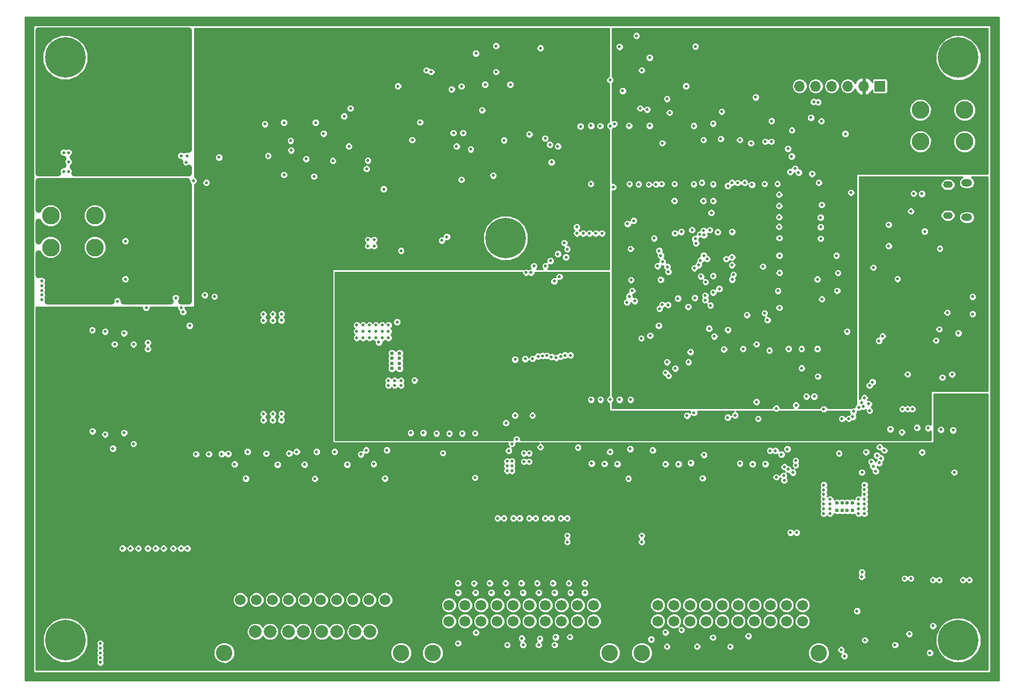
<source format=gbr>
G04 #@! TF.FileFunction,Copper,L3,Inr,Plane*
%FSLAX46Y46*%
G04 Gerber Fmt 4.6, Leading zero omitted, Abs format (unit mm)*
G04 Created by KiCad (PCBNEW 4.0.7) date 01/11/18 09:08:33*
%MOMM*%
%LPD*%
G01*
G04 APERTURE LIST*
%ADD10C,0.100000*%
%ADD11O,1.500000X1.100000*%
%ADD12O,1.700000X1.200000*%
%ADD13R,1.700000X1.700000*%
%ADD14O,1.700000X1.700000*%
%ADD15C,2.800000*%
%ADD16C,6.400000*%
%ADD17C,0.800000*%
%ADD18C,1.700000*%
%ADD19C,2.600000*%
%ADD20C,0.600000*%
%ADD21C,2.000000*%
%ADD22C,0.500000*%
%ADD23C,0.254000*%
%ADD24C,1.000000*%
G04 APERTURE END LIST*
D10*
D11*
X181356000Y-88900000D03*
X181356000Y-84060000D03*
D12*
X184356000Y-89210000D03*
X184356000Y-83750000D03*
D13*
X170620000Y-68500000D03*
D14*
X168080000Y-68500000D03*
X165540000Y-68500000D03*
X163000000Y-68500000D03*
X160460000Y-68500000D03*
X157920000Y-68500000D03*
D15*
X40000000Y-75000000D03*
X47000000Y-75000000D03*
X40000000Y-70000000D03*
X47000000Y-70000000D03*
X39680000Y-93980000D03*
X46680000Y-93980000D03*
X39680000Y-88980000D03*
X46680000Y-88980000D03*
X177000000Y-77250000D03*
X184000000Y-77250000D03*
X177000000Y-72250000D03*
X184000000Y-72250000D03*
D16*
X183000000Y-156000000D03*
D17*
X185400000Y-156000000D03*
X184697056Y-157697056D03*
X183000000Y-158400000D03*
X181302944Y-157697056D03*
X180600000Y-156000000D03*
X181302944Y-154302944D03*
X183000000Y-153600000D03*
X184697056Y-154302944D03*
D16*
X183000000Y-64000000D03*
D17*
X185400000Y-64000000D03*
X184697056Y-65697056D03*
X183000000Y-66400000D03*
X181302944Y-65697056D03*
X180600000Y-64000000D03*
X181302944Y-62302944D03*
X183000000Y-61600000D03*
X184697056Y-62302944D03*
D16*
X111500000Y-92500000D03*
D17*
X113900000Y-92500000D03*
X113197056Y-94197056D03*
X111500000Y-94900000D03*
X109802944Y-94197056D03*
X109100000Y-92500000D03*
X109802944Y-90802944D03*
X111500000Y-90100000D03*
X113197056Y-90802944D03*
D16*
X42000000Y-156000000D03*
D17*
X44400000Y-156000000D03*
X43697056Y-157697056D03*
X42000000Y-158400000D03*
X40302944Y-157697056D03*
X39600000Y-156000000D03*
X40302944Y-154302944D03*
X42000000Y-153600000D03*
X43697056Y-154302944D03*
D16*
X42000000Y-64000000D03*
D17*
X44400000Y-64000000D03*
X43697056Y-65697056D03*
X42000000Y-66400000D03*
X40302944Y-65697056D03*
X39600000Y-64000000D03*
X40302944Y-62302944D03*
X42000000Y-61600000D03*
X43697056Y-62302944D03*
D18*
X135540000Y-150460000D03*
X138080000Y-150460000D03*
X140620000Y-150460000D03*
X143160000Y-150460000D03*
X145700000Y-150460000D03*
X148240000Y-150460000D03*
X150780000Y-150460000D03*
X153320000Y-150460000D03*
X155860000Y-150460000D03*
X158400000Y-150460000D03*
D19*
X133000000Y-158000000D03*
X160940000Y-158000000D03*
D18*
X135540000Y-153000000D03*
X138080000Y-153000000D03*
X140620000Y-153000000D03*
X143160000Y-153000000D03*
X145700000Y-153000000D03*
X148240000Y-153000000D03*
X150780000Y-153000000D03*
X153320000Y-153000000D03*
X155860000Y-153000000D03*
X158400000Y-153000000D03*
X102540000Y-150460000D03*
X105080000Y-150460000D03*
X107620000Y-150460000D03*
X110160000Y-150460000D03*
X112700000Y-150460000D03*
X115240000Y-150460000D03*
X117780000Y-150460000D03*
X120320000Y-150460000D03*
X122860000Y-150460000D03*
X125400000Y-150460000D03*
D19*
X100000000Y-158000000D03*
X127940000Y-158000000D03*
D18*
X102540000Y-153000000D03*
X105080000Y-153000000D03*
X107620000Y-153000000D03*
X110160000Y-153000000D03*
X112700000Y-153000000D03*
X115240000Y-153000000D03*
X117780000Y-153000000D03*
X120320000Y-153000000D03*
X122860000Y-153000000D03*
X125400000Y-153000000D03*
D20*
X93555000Y-110666000D03*
X93555000Y-111466000D03*
X94755000Y-111466000D03*
X94755000Y-110666000D03*
X93555000Y-113066000D03*
X93555000Y-112266000D03*
X94755000Y-112266000D03*
X94755000Y-113066000D03*
X166250000Y-134300000D03*
X165450000Y-134300000D03*
X165450000Y-135500000D03*
X166250000Y-135500000D03*
X163850000Y-134300000D03*
X164650000Y-134300000D03*
X164650000Y-135500000D03*
X163850000Y-135500000D03*
D18*
X69600000Y-149640000D03*
X72140000Y-149640000D03*
X74680000Y-149640000D03*
X77220000Y-149640000D03*
X79760000Y-149640000D03*
X82300000Y-149640000D03*
X84840000Y-149640000D03*
X87380000Y-149640000D03*
X89920000Y-149640000D03*
X92460000Y-149640000D03*
D21*
X72005000Y-154640000D03*
X74305000Y-154640000D03*
X77255000Y-154640000D03*
X79555000Y-154640000D03*
X82505000Y-154640000D03*
X84805000Y-154640000D03*
X87755000Y-154640000D03*
X90055000Y-154640000D03*
D19*
X67060000Y-158000000D03*
X95000000Y-158000000D03*
D22*
X130644606Y-96344802D03*
X145074000Y-118174990D03*
X141538375Y-107794123D03*
X173400082Y-98940551D03*
X165660038Y-102635573D03*
X152146000Y-95504000D03*
X151827403Y-103136000D03*
X173250000Y-72500000D03*
X135128000Y-93472000D03*
X181257000Y-104257000D03*
X129750000Y-112750000D03*
X130750000Y-112750000D03*
X131750000Y-112750000D03*
X142355360Y-118224000D03*
X158500000Y-105250000D03*
X145750000Y-84500000D03*
X136664000Y-86626000D03*
X141236000Y-86626000D03*
X61083649Y-80531689D03*
X74000000Y-79500000D03*
X169575010Y-97156587D03*
X112250000Y-68250000D03*
X64000000Y-101500000D03*
X64250000Y-83750000D03*
X134250000Y-64000000D03*
X82750000Y-76000000D03*
X86000000Y-73250000D03*
X144272700Y-74416781D03*
X164000000Y-98000000D03*
X163855934Y-100806000D03*
X102971957Y-69000000D03*
X161750000Y-119500000D03*
X157360514Y-118900201D03*
X97993788Y-74211058D03*
X99750000Y-66250000D03*
X110000000Y-66250000D03*
X123343000Y-74843000D03*
X84251750Y-80282934D03*
X81500000Y-74250000D03*
X128016000Y-74766000D03*
X125000000Y-74750000D03*
X117750000Y-76750000D03*
X154244066Y-119396726D03*
X141224000Y-74776000D03*
X134250000Y-74750000D03*
X131000000Y-74750000D03*
X153500000Y-74000000D03*
X153500000Y-77250000D03*
X151122000Y-118372000D03*
X181999341Y-96877180D03*
X181994557Y-95007539D03*
X182000000Y-95950000D03*
X104500000Y-100750000D03*
X100646928Y-100779269D03*
X101468325Y-100760248D03*
X102230823Y-100745251D03*
X103000000Y-100750000D03*
X103800000Y-100750000D03*
X126250000Y-112750000D03*
X125250000Y-112750000D03*
X124250000Y-112750000D03*
X106446000Y-116554000D03*
X176685000Y-108660000D03*
X132500000Y-84000000D03*
X138224000Y-91724000D03*
X139250000Y-91500000D03*
X135250000Y-84000000D03*
X169441048Y-115227665D03*
X171293640Y-126025021D03*
X149849809Y-155349978D03*
X132750000Y-72000000D03*
X168973574Y-115776439D03*
X170586830Y-125504740D03*
X133869089Y-72194099D03*
X144250000Y-155575010D03*
X91484463Y-108950010D03*
X94369000Y-105759000D03*
X139285170Y-154387566D03*
X170750000Y-127250000D03*
X170151263Y-126837063D03*
X136750000Y-154750000D03*
X106000000Y-78461147D03*
X60571270Y-104159145D03*
X95000000Y-94500000D03*
X118500000Y-77750000D03*
X68369000Y-94647000D03*
X69369000Y-94647000D03*
X67369000Y-94647000D03*
X67369000Y-93647000D03*
X69369000Y-93647000D03*
X68369000Y-93647000D03*
X68369000Y-92647000D03*
X69369000Y-92647000D03*
X69369000Y-91647000D03*
X68369000Y-91647000D03*
X67369000Y-91647000D03*
X67369000Y-92647000D03*
X68369000Y-89647000D03*
X68369000Y-90647000D03*
X67369000Y-89647000D03*
X69369000Y-89647000D03*
X67369000Y-90647000D03*
X69369000Y-90647000D03*
X67869000Y-70397000D03*
X68869000Y-72397000D03*
X67869000Y-71397000D03*
X67869000Y-72397000D03*
X69869000Y-67397000D03*
X68869000Y-67397000D03*
X68869000Y-68397000D03*
X69869000Y-69397000D03*
X69869000Y-68397000D03*
X67869000Y-67397000D03*
X67869000Y-69397000D03*
X67869000Y-68397000D03*
X68869000Y-69397000D03*
X68869000Y-71397000D03*
X69869000Y-70397000D03*
X68869000Y-70397000D03*
X69869000Y-72397000D03*
X69869000Y-71397000D03*
X185000000Y-122500000D03*
X184000000Y-122500000D03*
X118243225Y-91753985D03*
X117750000Y-90000000D03*
X118750000Y-90000000D03*
X65500000Y-115500000D03*
X66750000Y-115500000D03*
X68000000Y-115500000D03*
X68000000Y-116500000D03*
X66750000Y-116500000D03*
X65500000Y-116500000D03*
X66744065Y-110262441D03*
X68016826Y-110232940D03*
X65500000Y-110250000D03*
X68000000Y-109250000D03*
X66750000Y-109250000D03*
X65500000Y-109250000D03*
X58181000Y-112350131D03*
X52178235Y-112370166D03*
X48374490Y-132840358D03*
X48410000Y-116840000D03*
X101369000Y-131147000D03*
X102369000Y-130147000D03*
X101369000Y-130147000D03*
X102369000Y-131147000D03*
X99369000Y-131147000D03*
X100369000Y-130147000D03*
X99369000Y-130147000D03*
X100369000Y-131147000D03*
X103369000Y-131147000D03*
X105369000Y-131147000D03*
X105369000Y-130147000D03*
X104369000Y-131147000D03*
X103369000Y-130147000D03*
X104369000Y-130147000D03*
X104369000Y-134147000D03*
X105369000Y-133147000D03*
X104369000Y-132147000D03*
X104369000Y-133147000D03*
X105369000Y-132147000D03*
X105369000Y-134147000D03*
X101369000Y-133147000D03*
X100369000Y-132147000D03*
X99369000Y-133147000D03*
X101369000Y-132147000D03*
X99369000Y-132147000D03*
X100369000Y-133147000D03*
X101369000Y-134147000D03*
X100369000Y-135147000D03*
X101369000Y-135147000D03*
X99369000Y-135147000D03*
X100369000Y-134147000D03*
X99369000Y-134147000D03*
X103369000Y-133147000D03*
X102369000Y-133147000D03*
X102369000Y-135147000D03*
X103369000Y-132147000D03*
X102369000Y-132147000D03*
X102369000Y-134147000D03*
X104369000Y-135147000D03*
X105369000Y-135147000D03*
X103369000Y-135147000D03*
X103369000Y-134147000D03*
X179869000Y-134397000D03*
X180869000Y-134397000D03*
X181869000Y-135397000D03*
X181869000Y-134397000D03*
X181869000Y-133397000D03*
X180869000Y-130397000D03*
X179869000Y-131397000D03*
X179869000Y-130397000D03*
X179869000Y-132397000D03*
X179869000Y-133397000D03*
X179869000Y-135397000D03*
X180869000Y-135397000D03*
X181869000Y-130397000D03*
X181869000Y-131397000D03*
X180869000Y-131397000D03*
X180869000Y-132397000D03*
X181869000Y-132397000D03*
X180869000Y-133397000D03*
X176869000Y-134397000D03*
X177869000Y-134397000D03*
X178869000Y-135397000D03*
X178869000Y-134397000D03*
X178869000Y-133397000D03*
X177869000Y-130397000D03*
X176869000Y-131397000D03*
X176869000Y-130397000D03*
X176869000Y-132397000D03*
X176869000Y-133397000D03*
X176869000Y-135397000D03*
X177869000Y-135397000D03*
X178869000Y-130397000D03*
X178869000Y-131397000D03*
X177869000Y-131397000D03*
X177869000Y-132397000D03*
X178869000Y-132397000D03*
X177869000Y-133397000D03*
X173869000Y-134397000D03*
X174869000Y-134397000D03*
X175869000Y-135397000D03*
X175869000Y-134397000D03*
X175869000Y-133397000D03*
X174869000Y-130397000D03*
X173869000Y-131397000D03*
X173869000Y-130397000D03*
X173869000Y-132397000D03*
X173869000Y-133397000D03*
X173869000Y-135397000D03*
X174869000Y-135397000D03*
X175869000Y-130397000D03*
X175869000Y-131397000D03*
X174869000Y-131397000D03*
X174869000Y-132397000D03*
X175869000Y-132397000D03*
X174869000Y-133397000D03*
X53202761Y-112350131D03*
X57181000Y-112350131D03*
X54181000Y-112350131D03*
X56181000Y-112350131D03*
X55181000Y-112350131D03*
X152853000Y-135619000D03*
X151853000Y-135619000D03*
X150853000Y-135619000D03*
X149853000Y-135619000D03*
X148853000Y-135619000D03*
X147853000Y-135619000D03*
X147853000Y-133619000D03*
X147853000Y-134619000D03*
X148853000Y-134619000D03*
X148853000Y-133619000D03*
X149853000Y-134619000D03*
X150853000Y-133619000D03*
X150853000Y-134619000D03*
X149853000Y-133619000D03*
X151853000Y-134619000D03*
X152853000Y-133619000D03*
X151853000Y-133619000D03*
X152853000Y-134619000D03*
X141353000Y-135619000D03*
X140353000Y-135619000D03*
X139353000Y-135619000D03*
X138353000Y-135619000D03*
X137353000Y-135619000D03*
X136353000Y-135619000D03*
X136353000Y-133619000D03*
X136353000Y-134619000D03*
X137353000Y-134619000D03*
X137353000Y-133619000D03*
X138353000Y-134619000D03*
X139353000Y-133619000D03*
X139353000Y-134619000D03*
X138353000Y-133619000D03*
X140353000Y-134619000D03*
X141353000Y-133619000D03*
X140353000Y-133619000D03*
X141353000Y-134619000D03*
X129603000Y-135619000D03*
X128603000Y-135619000D03*
X127603000Y-135619000D03*
X126603000Y-135619000D03*
X125603000Y-135619000D03*
X124603000Y-135619000D03*
X124603000Y-133619000D03*
X124603000Y-134619000D03*
X125603000Y-134619000D03*
X125603000Y-133619000D03*
X126603000Y-134619000D03*
X127603000Y-133619000D03*
X127603000Y-134619000D03*
X126603000Y-133619000D03*
X128603000Y-134619000D03*
X129603000Y-133619000D03*
X128603000Y-133619000D03*
X129603000Y-134619000D03*
X87103000Y-133619000D03*
X86103000Y-133619000D03*
X88103000Y-133619000D03*
X88103000Y-134619000D03*
X87103000Y-134619000D03*
X87103000Y-135619000D03*
X86103000Y-135619000D03*
X88103000Y-135619000D03*
X86103000Y-134619000D03*
X90103000Y-133619000D03*
X89103000Y-133619000D03*
X91103000Y-133619000D03*
X91103000Y-134619000D03*
X90103000Y-134619000D03*
X89103000Y-135619000D03*
X90103000Y-135619000D03*
X89103000Y-134619000D03*
X91103000Y-135619000D03*
X76103000Y-133619000D03*
X75103000Y-133619000D03*
X77103000Y-133619000D03*
X77103000Y-134619000D03*
X76103000Y-134619000D03*
X76103000Y-135619000D03*
X75103000Y-135619000D03*
X77103000Y-135619000D03*
X75103000Y-134619000D03*
X79103000Y-133619000D03*
X78103000Y-133619000D03*
X80103000Y-133619000D03*
X80103000Y-134619000D03*
X79103000Y-134619000D03*
X78103000Y-135619000D03*
X79103000Y-135619000D03*
X78103000Y-134619000D03*
X80103000Y-135619000D03*
X119500000Y-75750000D03*
X64103000Y-135619000D03*
X65103000Y-135619000D03*
X66103000Y-135619000D03*
X67103000Y-135619000D03*
X68103000Y-135619000D03*
X68103000Y-134619000D03*
X67103000Y-134619000D03*
X66103000Y-134619000D03*
X65103000Y-134619000D03*
X64103000Y-134619000D03*
X64103000Y-133619000D03*
X65103000Y-133619000D03*
X66103000Y-133619000D03*
X67103000Y-133619000D03*
X68103000Y-133619000D03*
X69103000Y-133619000D03*
X69103000Y-134619000D03*
X69103000Y-135619000D03*
X57181000Y-114395000D03*
X58181000Y-115395000D03*
X58181000Y-114395000D03*
X56181000Y-115395000D03*
X57181000Y-115395000D03*
X55181000Y-114395000D03*
X55181000Y-115395000D03*
X56181000Y-114395000D03*
X53181000Y-113395000D03*
X52181000Y-113395000D03*
X51181000Y-112395000D03*
X51181000Y-113395000D03*
X53181000Y-115395000D03*
X53181000Y-114395000D03*
X52181000Y-115395000D03*
X52181000Y-114395000D03*
X51181000Y-116395000D03*
X51181000Y-114395000D03*
X51181000Y-115395000D03*
X54181000Y-114395000D03*
X54181000Y-115395000D03*
X56181000Y-113395000D03*
X55181000Y-113395000D03*
X54181000Y-113395000D03*
X58181000Y-113395000D03*
X57181000Y-113395000D03*
X56181000Y-120395000D03*
X56181000Y-119395000D03*
X55181000Y-119395000D03*
X54181000Y-119395000D03*
X52181000Y-121395000D03*
X52181000Y-120395000D03*
X53181000Y-121395000D03*
X53181000Y-120395000D03*
X51181000Y-120395000D03*
X51181000Y-121395000D03*
X52181000Y-119395000D03*
X51181000Y-119395000D03*
X53181000Y-119395000D03*
X51181000Y-118395000D03*
X51181000Y-117395000D03*
X53181000Y-118395000D03*
X52181000Y-117395000D03*
X53181000Y-117395000D03*
X54181000Y-116395000D03*
X52181000Y-118395000D03*
X52181000Y-116395000D03*
X53181000Y-116395000D03*
X58181000Y-117395000D03*
X57181000Y-116395000D03*
X58181000Y-116395000D03*
X56181000Y-118395000D03*
X57181000Y-118395000D03*
X58181000Y-118395000D03*
X56181000Y-117395000D03*
X57181000Y-117395000D03*
X57181000Y-121395000D03*
X57181000Y-120395000D03*
X58181000Y-120395000D03*
X58181000Y-119395000D03*
X58181000Y-121395000D03*
X57181000Y-119395000D03*
X54181000Y-121395000D03*
X54181000Y-120395000D03*
X55181000Y-121395000D03*
X56181000Y-121395000D03*
X55181000Y-120395000D03*
X54181000Y-118395000D03*
X55181000Y-118395000D03*
X56181000Y-116395000D03*
X54181000Y-117395000D03*
X55181000Y-116395000D03*
X55181000Y-117395000D03*
X58181000Y-137397000D03*
X57181000Y-137397000D03*
X56181000Y-137397000D03*
X55181000Y-137397000D03*
X54181000Y-137397000D03*
X53181000Y-137397000D03*
X52181000Y-137397000D03*
X51181000Y-137397000D03*
X58181000Y-136397000D03*
X57181000Y-136397000D03*
X56181000Y-136397000D03*
X55181000Y-136397000D03*
X54181000Y-136397000D03*
X53181000Y-136397000D03*
X52181000Y-136397000D03*
X51181000Y-136397000D03*
X58181000Y-135397000D03*
X57181000Y-135397000D03*
X56181000Y-135397000D03*
X55181000Y-135397000D03*
X54181000Y-135397000D03*
X53181000Y-135397000D03*
X52181000Y-135397000D03*
X51181000Y-135397000D03*
X58181000Y-134397000D03*
X57181000Y-134397000D03*
X56181000Y-134397000D03*
X55181000Y-134397000D03*
X54181000Y-134397000D03*
X53181000Y-134397000D03*
X52181000Y-134397000D03*
X51181000Y-134397000D03*
X58181000Y-133397000D03*
X57181000Y-133397000D03*
X56181000Y-133397000D03*
X55181000Y-133397000D03*
X54181000Y-133397000D03*
X53181000Y-133397000D03*
X52181000Y-133397000D03*
X51181000Y-133397000D03*
X58181000Y-132397000D03*
X57181000Y-132397000D03*
X56181000Y-132397000D03*
X55181000Y-132397000D03*
X54181000Y-132397000D03*
X53181000Y-132397000D03*
X52181000Y-132397000D03*
X51181000Y-132397000D03*
X58181000Y-131397000D03*
X57181000Y-131397000D03*
X56181000Y-131397000D03*
X55181000Y-131397000D03*
X54181000Y-131397000D03*
X53181000Y-131397000D03*
X52181000Y-131397000D03*
X51181000Y-131397000D03*
X58181000Y-130397000D03*
X57181000Y-130397000D03*
X56181000Y-130397000D03*
X55181000Y-130397000D03*
X54181000Y-130397000D03*
X53181000Y-130397000D03*
X52181000Y-130397000D03*
X51181000Y-130397000D03*
X58181000Y-129397000D03*
X57181000Y-129397000D03*
X56181000Y-129397000D03*
X55181000Y-129397000D03*
X54181000Y-129397000D03*
X53181000Y-129397000D03*
X52181000Y-129397000D03*
X51181000Y-129397000D03*
X58181000Y-128397000D03*
X57181000Y-128397000D03*
X56181000Y-128397000D03*
X55181000Y-128397000D03*
X54181000Y-128397000D03*
X53181000Y-128397000D03*
X52181000Y-128397000D03*
X51181000Y-128397000D03*
X49250000Y-73750000D03*
X50250000Y-73750000D03*
X51250000Y-73750000D03*
X52250000Y-73750000D03*
X53250000Y-73750000D03*
X54250000Y-73750000D03*
X54250000Y-72750000D03*
X53250000Y-72750000D03*
X52250000Y-72750000D03*
X52250000Y-72750000D03*
X51244591Y-72744591D03*
X50244591Y-72744591D03*
X49244591Y-72744591D03*
X49244591Y-71741533D03*
X49244591Y-70762468D03*
X49244591Y-69769805D03*
X49250000Y-68750000D03*
X49250000Y-67750000D03*
X49250000Y-65750000D03*
X49250000Y-66750000D03*
X51242226Y-65759239D03*
X50250000Y-66750000D03*
X50250000Y-65750000D03*
X51250000Y-66750000D03*
X52250000Y-66750000D03*
X52250000Y-65750000D03*
X53250000Y-65750000D03*
X53250000Y-66750000D03*
X54250000Y-66750000D03*
X54250000Y-65750000D03*
X54404090Y-71282336D03*
X53404090Y-71282336D03*
X52404090Y-71282336D03*
X51404090Y-71282336D03*
X54404090Y-70282336D03*
X53404090Y-70282336D03*
X52404090Y-70282336D03*
X51404090Y-70282336D03*
X54404090Y-69282336D03*
X53404090Y-69282336D03*
X52404090Y-69282336D03*
X51404090Y-69282336D03*
X54404090Y-68282336D03*
X53404090Y-68282336D03*
X52404090Y-68282336D03*
X51404090Y-68282336D03*
X94500000Y-68500000D03*
X54750000Y-103500000D03*
X50250000Y-102500000D03*
X99000000Y-66000000D03*
X131503107Y-100794355D03*
X49480000Y-125730000D03*
X136001898Y-99059723D03*
X49750000Y-109250000D03*
X171039983Y-107978681D03*
X76500000Y-82500000D03*
X145633724Y-72525021D03*
X92250000Y-84750000D03*
X81250000Y-82750000D03*
X61250000Y-79500000D03*
X147745915Y-120491839D03*
X146617631Y-106981441D03*
X125082437Y-128093483D03*
X148507995Y-128075010D03*
X75500000Y-128250000D03*
X86500000Y-128250000D03*
X136750000Y-128192998D03*
X64643000Y-126607000D03*
X160967346Y-83749012D03*
X128000000Y-126236409D03*
X140344535Y-103342277D03*
X102616000Y-123366000D03*
X134340948Y-107896996D03*
X96520000Y-123270000D03*
X144276794Y-98474981D03*
X98500000Y-123250000D03*
X141384087Y-101943559D03*
X106680000Y-123320000D03*
X132932991Y-108325120D03*
X100584000Y-123334000D03*
X143095203Y-99432926D03*
X104648000Y-123352000D03*
X161257996Y-92574955D03*
X52750000Y-125000000D03*
X161253663Y-90744294D03*
X52750000Y-109268857D03*
X131029218Y-101699629D03*
X62611000Y-126611000D03*
X161424990Y-87250000D03*
X141447694Y-92615493D03*
X141324979Y-97249969D03*
X67706431Y-126562474D03*
X73708194Y-126524608D03*
X137160967Y-103038631D03*
X141578270Y-93303219D03*
X78500000Y-126236409D03*
X161250000Y-89250000D03*
X142000000Y-96750000D03*
X138727967Y-102021834D03*
X84500000Y-126236409D03*
X142784907Y-91300858D03*
X143322779Y-95800613D03*
X152500000Y-77250000D03*
X89500000Y-126000000D03*
X135806701Y-103642897D03*
X70750000Y-126236409D03*
X141250000Y-120083956D03*
X152523894Y-128171526D03*
X144460361Y-108007641D03*
X79750000Y-128250000D03*
X90678000Y-128178000D03*
X129154426Y-128166197D03*
X140750000Y-128000000D03*
X68707000Y-128207000D03*
X81661000Y-126236409D03*
X135698958Y-106324081D03*
X142345118Y-98530432D03*
X92750000Y-126000000D03*
X115774983Y-111547231D03*
X115974979Y-96918256D03*
X131750000Y-89750000D03*
X131191000Y-125809000D03*
X114605637Y-111581025D03*
X122934173Y-125565827D03*
X115525944Y-97924990D03*
X130750000Y-90250000D03*
X146599421Y-120831357D03*
X143847331Y-103128267D03*
X151389255Y-121024913D03*
X148500000Y-77000000D03*
X116639495Y-111186281D03*
X135511327Y-96911287D03*
X117772668Y-96891323D03*
X134747000Y-126003000D03*
X140162877Y-120533967D03*
X150250000Y-77500000D03*
X165689468Y-121024913D03*
X165430101Y-107248735D03*
X164636095Y-121024913D03*
X156722180Y-75467422D03*
X118032523Y-111075364D03*
X153242095Y-126075010D03*
X119750000Y-95000000D03*
X135750000Y-94500000D03*
X117332633Y-111088425D03*
X136294606Y-96239076D03*
X142817997Y-126725087D03*
X118598570Y-96088243D03*
X118738686Y-111260928D03*
X164174990Y-126492005D03*
X120759880Y-93259872D03*
X134964000Y-92536000D03*
X137004454Y-112075010D03*
X178250000Y-122500000D03*
X172259350Y-122675043D03*
X136765262Y-113744980D03*
X119194872Y-99296175D03*
X120200190Y-111174984D03*
X137204257Y-97823325D03*
X174093406Y-123156594D03*
X182174990Y-122825010D03*
X137250000Y-114250000D03*
X176475030Y-122442520D03*
X138296673Y-113082622D03*
X119997105Y-98589275D03*
X120877532Y-110998279D03*
X137037208Y-97032792D03*
X180250000Y-122750000D03*
X147500000Y-98250000D03*
X152853704Y-105439712D03*
X147286000Y-99036000D03*
X152402413Y-104352011D03*
X147275021Y-91497547D03*
X157774967Y-82137339D03*
X146360108Y-95798982D03*
X156666369Y-79583631D03*
X160864637Y-71041911D03*
X76500000Y-74250000D03*
X160825010Y-114336092D03*
X145250000Y-100500000D03*
X158258610Y-113046698D03*
X144285090Y-101075010D03*
X113005614Y-111663253D03*
X113006331Y-120500000D03*
X114749948Y-97924990D03*
X136250000Y-77500000D03*
X143026681Y-102284728D03*
X112500000Y-125000000D03*
X143025021Y-101567150D03*
X113250000Y-124250000D03*
X170475032Y-108714749D03*
X96750000Y-77000000D03*
X147253413Y-95503413D03*
X117000000Y-62500000D03*
X156104772Y-78385623D03*
X160164766Y-70971182D03*
X51500000Y-93000000D03*
X51500000Y-99000000D03*
X104531594Y-68531594D03*
X137398822Y-72674990D03*
X60274785Y-103525021D03*
X157217930Y-81511813D03*
X142795332Y-95256304D03*
X142848092Y-92015440D03*
X131889633Y-102424990D03*
X156449099Y-82038487D03*
X130678662Y-102626454D03*
X142259561Y-96033018D03*
X142156594Y-91906594D03*
X143647949Y-106778136D03*
X121750000Y-111000000D03*
X180475000Y-114500000D03*
X102215000Y-92285000D03*
X122750000Y-90750000D03*
X121250000Y-94250000D03*
X112500000Y-129250000D03*
X112499692Y-127752608D03*
X111750000Y-127750000D03*
X111750000Y-129250000D03*
X112500000Y-128500000D03*
X111750000Y-128500000D03*
X47500000Y-159500000D03*
X47500000Y-158750000D03*
X47500000Y-158000000D03*
X47500000Y-157250000D03*
X47500000Y-156500000D03*
X38250000Y-102250000D03*
X38250000Y-101500000D03*
X38250000Y-100750000D03*
X38250000Y-100000000D03*
X38250000Y-99250000D03*
X167775000Y-145275000D03*
X167750000Y-146000000D03*
X131245712Y-94186158D03*
X168174880Y-134500000D03*
X168174880Y-132237052D03*
X168174880Y-131485050D03*
X168174880Y-136000000D03*
X168174880Y-132987052D03*
X168174880Y-133737052D03*
X168174880Y-135250000D03*
X146984254Y-157009918D03*
X168250000Y-156000000D03*
X173000000Y-156750000D03*
X178500000Y-158000000D03*
X151117446Y-109265275D03*
X148999852Y-110000000D03*
X145985244Y-110048431D03*
X153167467Y-110250310D03*
X154750000Y-95250000D03*
X163750000Y-95250000D03*
X160750000Y-110000000D03*
X154758000Y-97974979D03*
X154750000Y-92500000D03*
X154698212Y-85625775D03*
X154679388Y-90699099D03*
X154750000Y-103500000D03*
X154250000Y-130250000D03*
X142610965Y-130428762D03*
X130902903Y-130489891D03*
X92447728Y-130452804D03*
X81383607Y-130498261D03*
X70483311Y-130464203D03*
X158250000Y-110000000D03*
X41750000Y-79000000D03*
X41750000Y-82000000D03*
X42500000Y-82000000D03*
X42500000Y-80500000D03*
X42500000Y-79000000D03*
X137000000Y-157000000D03*
X134500000Y-155875000D03*
X182014986Y-114012683D03*
X36250000Y-90000000D03*
X36250000Y-100000000D03*
X36250000Y-110000000D03*
X36250000Y-120000000D03*
X36250000Y-130000000D03*
X36250000Y-140000000D03*
X36250000Y-150000000D03*
X36250000Y-161750000D03*
X50000000Y-161750000D03*
X60000000Y-161750000D03*
X70000000Y-161750000D03*
X80000000Y-161750000D03*
X90000000Y-161750000D03*
X100000000Y-161750000D03*
X110000000Y-161750000D03*
X120000000Y-161750000D03*
X130000000Y-161750000D03*
X140000000Y-161750000D03*
X150000000Y-161750000D03*
X160000000Y-161750000D03*
X170000000Y-161750000D03*
X180000000Y-161750000D03*
X188750000Y-161750000D03*
X188750000Y-155000000D03*
X188750000Y-145000000D03*
X188750000Y-135000000D03*
X188750000Y-125000000D03*
X188750000Y-115000000D03*
X188750000Y-107500000D03*
X188750000Y-97500000D03*
X188750000Y-87500000D03*
X188750000Y-77500000D03*
X188750000Y-67500000D03*
X188750000Y-58250000D03*
X177500000Y-58250000D03*
X167500000Y-58250000D03*
X157500000Y-58250000D03*
X147500000Y-58250000D03*
X137500000Y-58250000D03*
X127500000Y-58250000D03*
X117500000Y-58250000D03*
X107500000Y-58250000D03*
X97500000Y-58250000D03*
X87500000Y-58250000D03*
X77500000Y-58250000D03*
X67500000Y-58250000D03*
X57492567Y-58257433D03*
X47492567Y-58257433D03*
X36242567Y-58257433D03*
X36242567Y-67507433D03*
X36242567Y-77500203D03*
X89788000Y-93750000D03*
X89750000Y-92750000D03*
X90750000Y-92750000D03*
X90750000Y-93750000D03*
X93000000Y-115750000D03*
X94000000Y-115750000D03*
X95000000Y-115750000D03*
X95000000Y-115000000D03*
X94000000Y-115000000D03*
X93000000Y-115000000D03*
X117000000Y-125500000D03*
X112000000Y-126076000D03*
X115217500Y-127793500D03*
X114392500Y-127793500D03*
X114392500Y-126468500D03*
X115217500Y-126468500D03*
X55000000Y-109000000D03*
X55000000Y-110000000D03*
X136250000Y-103000000D03*
X61250000Y-141500000D03*
X60250000Y-141500000D03*
X59000000Y-141500000D03*
X57500000Y-141500000D03*
X56250000Y-141500000D03*
X55000000Y-141500000D03*
X53500000Y-141500000D03*
X52250000Y-141500000D03*
X51000000Y-141500000D03*
X93000000Y-106250000D03*
X93000000Y-107250000D03*
X93000000Y-108250000D03*
X92000000Y-108250000D03*
X91000000Y-108250000D03*
X90000000Y-108250000D03*
X89000000Y-108250000D03*
X88000000Y-108250000D03*
X88000000Y-107250000D03*
X89000000Y-107250000D03*
X90000000Y-107250000D03*
X91000000Y-107250000D03*
X92000000Y-107250000D03*
X92000000Y-106250000D03*
X91000000Y-106250000D03*
X90000000Y-106250000D03*
X89000000Y-106250000D03*
X88000000Y-106250000D03*
X161750000Y-131500000D03*
X167250000Y-133750000D03*
X167250000Y-134500000D03*
X167250000Y-135250000D03*
X167250000Y-136000000D03*
X161750000Y-132250000D03*
X161750000Y-133000000D03*
X161750000Y-133750000D03*
X161750000Y-134500000D03*
X161750000Y-135250000D03*
X161750000Y-136000000D03*
X106680000Y-130336248D03*
X162750000Y-136000000D03*
X162750000Y-135250000D03*
X162750000Y-134500000D03*
X162750000Y-133750000D03*
X101596532Y-126451732D03*
X182366802Y-129496151D03*
X177282809Y-126321167D03*
X73250000Y-104500000D03*
X74750000Y-104500000D03*
X74739629Y-105500958D03*
X76112219Y-104475653D03*
X76099057Y-105485158D03*
X73250000Y-105500000D03*
X157488808Y-138995519D03*
X156500000Y-139000000D03*
X121250000Y-140500000D03*
X121250000Y-139500000D03*
X133000000Y-140500000D03*
X133000000Y-139500000D03*
X184750000Y-146500000D03*
X183750000Y-146500000D03*
X180000000Y-146500000D03*
X179000000Y-146500000D03*
X175500000Y-146250000D03*
X174500000Y-146250000D03*
X141750000Y-157000000D03*
X104000000Y-156500000D03*
X111767133Y-156749872D03*
X114276325Y-156740404D03*
X116738172Y-156749872D03*
X119237895Y-156759341D03*
X159725910Y-73471226D03*
X165149322Y-76040491D03*
X161364617Y-74024970D03*
X103750000Y-78000000D03*
X86750000Y-78000000D03*
X108250000Y-68250000D03*
X106531594Y-147031594D03*
X111500000Y-147000000D03*
X121250000Y-136750000D03*
X120250000Y-136750000D03*
X118750000Y-136750000D03*
X117750000Y-136750000D03*
X116250000Y-136750000D03*
X115250000Y-136750000D03*
X113750000Y-136750000D03*
X112750000Y-136750000D03*
X111250000Y-136750000D03*
X110250000Y-136750000D03*
X154432000Y-83924990D03*
X124000000Y-147000000D03*
X121500000Y-147000000D03*
X119000000Y-147000000D03*
X116500000Y-147000000D03*
X114000000Y-147000000D03*
X109000000Y-147000000D03*
X104000000Y-147000000D03*
X175000000Y-114000000D03*
X76099057Y-121235158D03*
X76112219Y-120225653D03*
X101427500Y-92860010D03*
X140385089Y-112075010D03*
X118750000Y-80500000D03*
X122757510Y-91742490D03*
X123757510Y-91742490D03*
X124757510Y-91742490D03*
X125757510Y-91742490D03*
X126740717Y-91742490D03*
X172000000Y-90375000D03*
X180086000Y-94164000D03*
X48260000Y-107260000D03*
X46228000Y-107022000D03*
X51250000Y-107500000D03*
X51250000Y-123250000D03*
X48250000Y-123500000D03*
X46250000Y-123000000D03*
X74739629Y-121250958D03*
X74750000Y-120250000D03*
X73250000Y-121250000D03*
X73250000Y-120250000D03*
X111257970Y-77055218D03*
X107794000Y-72297000D03*
X110000000Y-62150000D03*
X152132846Y-96974979D03*
X154518419Y-100825010D03*
X151000000Y-70250000D03*
X183000000Y-107500000D03*
X131231358Y-118016800D03*
X129497457Y-118000048D03*
X128001806Y-118002906D03*
X125000000Y-118000000D03*
X126500000Y-118000000D03*
X132162743Y-60553787D03*
X65532000Y-101724980D03*
X89560459Y-81560459D03*
X115750000Y-120500000D03*
X111560000Y-121690000D03*
X128501862Y-84431862D03*
X177690000Y-91440000D03*
X175958500Y-85458500D03*
X148156833Y-83779980D03*
X150399315Y-84054288D03*
X124968000Y-83934000D03*
X134109732Y-84027325D03*
X131064000Y-83958000D03*
X136144000Y-83946000D03*
X138176000Y-83946000D03*
X141224000Y-83974000D03*
X144272000Y-83978000D03*
X146608000Y-84250000D03*
X152400000Y-83946000D03*
X131318000Y-99110945D03*
X97126291Y-114955367D03*
X61611000Y-106315000D03*
X66250000Y-79750000D03*
X60250000Y-79500000D03*
X62230000Y-83421000D03*
X87000000Y-72000000D03*
X73500000Y-74500000D03*
X77557760Y-77105999D03*
X77630000Y-78630000D03*
X80000000Y-80000000D03*
X89750000Y-80250000D03*
X77327000Y-126500000D03*
X88646000Y-126646000D03*
X127127000Y-128143000D03*
X138811000Y-128189000D03*
X150500000Y-128192998D03*
X140706406Y-110480406D03*
X66675000Y-126575000D03*
X137000000Y-70500000D03*
X130000000Y-69250000D03*
X128000000Y-67500000D03*
X133000000Y-66000000D03*
X140000000Y-68500000D03*
X154706575Y-89178980D03*
X154700138Y-87397897D03*
X156202000Y-109982000D03*
X104787000Y-75894000D03*
X106819000Y-63321000D03*
X115245588Y-76103412D03*
X179479000Y-108660000D03*
X179987000Y-106882000D03*
X104533000Y-83260000D03*
X103263000Y-75894000D03*
X59436000Y-101949000D03*
X109547000Y-82613000D03*
X149618000Y-104636000D03*
X144284000Y-86626000D03*
X138164000Y-86626000D03*
X142736000Y-86626000D03*
X168164640Y-117709611D03*
X155421289Y-130015523D03*
X104000000Y-148500000D03*
X126429859Y-74799990D03*
X167690127Y-118463311D03*
X155500000Y-130750000D03*
X106750000Y-148500000D03*
X128662510Y-74475698D03*
X156109884Y-129018915D03*
X109250000Y-148500000D03*
X156880376Y-129531594D03*
X111750000Y-148500000D03*
X155524562Y-128634970D03*
X114250000Y-148500000D03*
X157318454Y-128364484D03*
X161450454Y-102137266D03*
X116750000Y-148500000D03*
X160250000Y-117500000D03*
X157317780Y-127664473D03*
X160750000Y-99000000D03*
X119250000Y-148500000D03*
X159000000Y-117500000D03*
X155062671Y-126657632D03*
X121750000Y-148500000D03*
X154109624Y-126067931D03*
X124000000Y-148500000D03*
X144000000Y-88500000D03*
X119750000Y-78000000D03*
X143752451Y-91224981D03*
X147250000Y-83750000D03*
X145001919Y-91552320D03*
X149250000Y-83750000D03*
X140947792Y-91210078D03*
X142500000Y-83750000D03*
X166317960Y-120716669D03*
X106825010Y-154793340D03*
X167776554Y-129489470D03*
X166046829Y-85311929D03*
X114064656Y-155718337D03*
X169968158Y-129320612D03*
X166437802Y-119875386D03*
X145500000Y-76825010D03*
X116930569Y-155775019D03*
X169559854Y-128550667D03*
X167275021Y-119250000D03*
X142750000Y-77000000D03*
X167974979Y-119102745D03*
X119424996Y-155525019D03*
X169266203Y-127829391D03*
X129485444Y-62285630D03*
X168424990Y-126284802D03*
X121657503Y-155480811D03*
X168840910Y-118697436D03*
X141475848Y-62239817D03*
X177250000Y-85500000D03*
X175500000Y-88250000D03*
X185250000Y-101750000D03*
X185261152Y-104483067D03*
X147250000Y-96750000D03*
X159910930Y-82345280D03*
X179000000Y-153750000D03*
X175741675Y-119491675D03*
X174991675Y-119491675D03*
X174162432Y-119491675D03*
X53250000Y-91500000D03*
X53250000Y-92500000D03*
X54250000Y-92500000D03*
X54250000Y-91500000D03*
X55250000Y-91500000D03*
X55250000Y-92500000D03*
X56250000Y-92500000D03*
X56250000Y-91500000D03*
X52250000Y-99000000D03*
X53250000Y-100000000D03*
X53250000Y-99000000D03*
X54250000Y-99000000D03*
X54250000Y-100000000D03*
X55250000Y-100000000D03*
X55250000Y-99000000D03*
X56250000Y-99000000D03*
X56250000Y-100000000D03*
X57250000Y-100000000D03*
X57250000Y-99000000D03*
X57250000Y-98000000D03*
X57250000Y-97000000D03*
X57250000Y-96000000D03*
X57250000Y-95000000D03*
X57250000Y-94000000D03*
X57250000Y-93000000D03*
X57250000Y-92000000D03*
X57250000Y-91000000D03*
X57250000Y-90000000D03*
X57250000Y-89000000D03*
X57250000Y-88000000D03*
X57250000Y-87000000D03*
X57250000Y-86000000D03*
X57250000Y-85000000D03*
X57250000Y-84000000D03*
X56250000Y-84000000D03*
X56250000Y-85000000D03*
X55250000Y-85000000D03*
X55250000Y-84000000D03*
X54250000Y-84000000D03*
X54250000Y-85000000D03*
X53250000Y-85000000D03*
X53250000Y-84000000D03*
X52250000Y-84000000D03*
X52250000Y-85000000D03*
X52096352Y-97545648D03*
X53096352Y-97545648D03*
X54096352Y-97545648D03*
X55096352Y-97545648D03*
X55096352Y-96545648D03*
X54096352Y-96545648D03*
X53096352Y-96545648D03*
X52096352Y-96545648D03*
X52096352Y-95545648D03*
X53096352Y-95545648D03*
X54096352Y-95545648D03*
X55096352Y-95545648D03*
X55096352Y-94545648D03*
X52096352Y-94545648D03*
X54096352Y-94545648D03*
X53096352Y-94545648D03*
X55096352Y-89345648D03*
X54096352Y-89345648D03*
X53096352Y-89345648D03*
X52096352Y-89345648D03*
X55096352Y-88345648D03*
X54096352Y-88345648D03*
X53096352Y-88345648D03*
X52096352Y-88345648D03*
X55096352Y-87345648D03*
X54096352Y-87345648D03*
X53096352Y-87345648D03*
X52096352Y-87345648D03*
X55096352Y-86345648D03*
X54096352Y-86345648D03*
X53096352Y-86345648D03*
X52096352Y-86345648D03*
X169000000Y-119750000D03*
X172000000Y-93750000D03*
X170500000Y-128000000D03*
X167000000Y-151400000D03*
X164500000Y-157500000D03*
X175250000Y-155000000D03*
X156000000Y-125825010D03*
X121038479Y-95500000D03*
X136000000Y-95250000D03*
X119503319Y-111385354D03*
X165000000Y-158500000D03*
D23*
G36*
X187623000Y-82373000D02*
X167000000Y-82373000D01*
X166950590Y-82383006D01*
X166908965Y-82411447D01*
X166881685Y-82453841D01*
X166873000Y-82500000D01*
X166873000Y-118765380D01*
X166743786Y-118894369D01*
X166648130Y-119124735D01*
X166647991Y-119283758D01*
X166563067Y-119248495D01*
X166313631Y-119248277D01*
X166083099Y-119343531D01*
X166053578Y-119373000D01*
X162375940Y-119373000D01*
X162281855Y-119145297D01*
X162105631Y-118968765D01*
X161875265Y-118873109D01*
X161625829Y-118872891D01*
X161395297Y-118968145D01*
X161218765Y-119144369D01*
X161123829Y-119373000D01*
X157774376Y-119373000D01*
X157891749Y-119255832D01*
X157987405Y-119025466D01*
X157987623Y-118776030D01*
X157892369Y-118545498D01*
X157716145Y-118368966D01*
X157485779Y-118273310D01*
X157236343Y-118273092D01*
X157005811Y-118368346D01*
X156829279Y-118544570D01*
X156733623Y-118774936D01*
X156733405Y-119024372D01*
X156828659Y-119254904D01*
X156946549Y-119373000D01*
X154871087Y-119373000D01*
X154871175Y-119272555D01*
X154775921Y-119042023D01*
X154599697Y-118865491D01*
X154369331Y-118769835D01*
X154119895Y-118769617D01*
X153889363Y-118864871D01*
X153712831Y-119041095D01*
X153617175Y-119271461D01*
X153617086Y-119373000D01*
X128377000Y-119373000D01*
X128377000Y-118514306D01*
X128533041Y-118358537D01*
X128628697Y-118128171D01*
X128628700Y-118124219D01*
X128870348Y-118124219D01*
X128965602Y-118354751D01*
X129141826Y-118531283D01*
X129372192Y-118626939D01*
X129621628Y-118627157D01*
X129852160Y-118531903D01*
X130028692Y-118355679D01*
X130117846Y-118140971D01*
X130604249Y-118140971D01*
X130699503Y-118371503D01*
X130875727Y-118548035D01*
X131106093Y-118643691D01*
X131355529Y-118643909D01*
X131586061Y-118548655D01*
X131638636Y-118496171D01*
X150494891Y-118496171D01*
X150590145Y-118726703D01*
X150766369Y-118903235D01*
X150996735Y-118998891D01*
X151246171Y-118999109D01*
X151476703Y-118903855D01*
X151653235Y-118727631D01*
X151748891Y-118497265D01*
X151749109Y-118247829D01*
X151653855Y-118017297D01*
X151477631Y-117840765D01*
X151247265Y-117745109D01*
X150997829Y-117744891D01*
X150767297Y-117840145D01*
X150590765Y-118016369D01*
X150495109Y-118246735D01*
X150494891Y-118496171D01*
X131638636Y-118496171D01*
X131762593Y-118372431D01*
X131858249Y-118142065D01*
X131858467Y-117892629D01*
X131763213Y-117662097D01*
X131725354Y-117624171D01*
X158372891Y-117624171D01*
X158468145Y-117854703D01*
X158644369Y-118031235D01*
X158874735Y-118126891D01*
X159124171Y-118127109D01*
X159354703Y-118031855D01*
X159531235Y-117855631D01*
X159625113Y-117629548D01*
X159718145Y-117854703D01*
X159894369Y-118031235D01*
X160124735Y-118126891D01*
X160374171Y-118127109D01*
X160604703Y-118031855D01*
X160781235Y-117855631D01*
X160876891Y-117625265D01*
X160877109Y-117375829D01*
X160781855Y-117145297D01*
X160605631Y-116968765D01*
X160375265Y-116873109D01*
X160125829Y-116872891D01*
X159895297Y-116968145D01*
X159718765Y-117144369D01*
X159624887Y-117370452D01*
X159531855Y-117145297D01*
X159355631Y-116968765D01*
X159125265Y-116873109D01*
X158875829Y-116872891D01*
X158645297Y-116968145D01*
X158468765Y-117144369D01*
X158373109Y-117374735D01*
X158372891Y-117624171D01*
X131725354Y-117624171D01*
X131586989Y-117485565D01*
X131356623Y-117389909D01*
X131107187Y-117389691D01*
X130876655Y-117484945D01*
X130700123Y-117661169D01*
X130604467Y-117891535D01*
X130604249Y-118140971D01*
X130117846Y-118140971D01*
X130124348Y-118125313D01*
X130124566Y-117875877D01*
X130029312Y-117645345D01*
X129853088Y-117468813D01*
X129622722Y-117373157D01*
X129373286Y-117372939D01*
X129142754Y-117468193D01*
X128966222Y-117644417D01*
X128870566Y-117874783D01*
X128870348Y-118124219D01*
X128628700Y-118124219D01*
X128628915Y-117878735D01*
X128533661Y-117648203D01*
X128377000Y-117491268D01*
X128377000Y-113869151D01*
X136138153Y-113869151D01*
X136233407Y-114099683D01*
X136409631Y-114276215D01*
X136622899Y-114364771D01*
X136622891Y-114374171D01*
X136718145Y-114604703D01*
X136894369Y-114781235D01*
X137124735Y-114876891D01*
X137374171Y-114877109D01*
X137604703Y-114781855D01*
X137781235Y-114605631D01*
X137841596Y-114460263D01*
X160197901Y-114460263D01*
X160293155Y-114690795D01*
X160469379Y-114867327D01*
X160699745Y-114962983D01*
X160949181Y-114963201D01*
X161179713Y-114867947D01*
X161356245Y-114691723D01*
X161451901Y-114461357D01*
X161452119Y-114211921D01*
X161356865Y-113981389D01*
X161180641Y-113804857D01*
X160950275Y-113709201D01*
X160700839Y-113708983D01*
X160470307Y-113804237D01*
X160293775Y-113980461D01*
X160198119Y-114210827D01*
X160197901Y-114460263D01*
X137841596Y-114460263D01*
X137876891Y-114375265D01*
X137877109Y-114125829D01*
X137781855Y-113895297D01*
X137605631Y-113718765D01*
X137392363Y-113630209D01*
X137392371Y-113620809D01*
X137297117Y-113390277D01*
X137120893Y-113213745D01*
X137104151Y-113206793D01*
X137669564Y-113206793D01*
X137764818Y-113437325D01*
X137941042Y-113613857D01*
X138171408Y-113709513D01*
X138420844Y-113709731D01*
X138651376Y-113614477D01*
X138827908Y-113438253D01*
X138923564Y-113207887D01*
X138923596Y-113170869D01*
X157631501Y-113170869D01*
X157726755Y-113401401D01*
X157902979Y-113577933D01*
X158133345Y-113673589D01*
X158382781Y-113673807D01*
X158613313Y-113578553D01*
X158789845Y-113402329D01*
X158885501Y-113171963D01*
X158885719Y-112922527D01*
X158790465Y-112691995D01*
X158614241Y-112515463D01*
X158383875Y-112419807D01*
X158134439Y-112419589D01*
X157903907Y-112514843D01*
X157727375Y-112691067D01*
X157631719Y-112921433D01*
X157631501Y-113170869D01*
X138923596Y-113170869D01*
X138923782Y-112958451D01*
X138828528Y-112727919D01*
X138652304Y-112551387D01*
X138421938Y-112455731D01*
X138172502Y-112455513D01*
X137941970Y-112550767D01*
X137765438Y-112726991D01*
X137669782Y-112957357D01*
X137669564Y-113206793D01*
X137104151Y-113206793D01*
X136890527Y-113118089D01*
X136641091Y-113117871D01*
X136410559Y-113213125D01*
X136234027Y-113389349D01*
X136138371Y-113619715D01*
X136138153Y-113869151D01*
X128377000Y-113869151D01*
X128377000Y-112199181D01*
X136377345Y-112199181D01*
X136472599Y-112429713D01*
X136648823Y-112606245D01*
X136879189Y-112701901D01*
X137128625Y-112702119D01*
X137359157Y-112606865D01*
X137535689Y-112430641D01*
X137631345Y-112200275D01*
X137631345Y-112199181D01*
X139757980Y-112199181D01*
X139853234Y-112429713D01*
X140029458Y-112606245D01*
X140259824Y-112701901D01*
X140509260Y-112702119D01*
X140739792Y-112606865D01*
X140916324Y-112430641D01*
X141011980Y-112200275D01*
X141012198Y-111950839D01*
X140916944Y-111720307D01*
X140740720Y-111543775D01*
X140510354Y-111448119D01*
X140260918Y-111447901D01*
X140030386Y-111543155D01*
X139853854Y-111719379D01*
X139758198Y-111949745D01*
X139757980Y-112199181D01*
X137631345Y-112199181D01*
X137631563Y-111950839D01*
X137536309Y-111720307D01*
X137360085Y-111543775D01*
X137129719Y-111448119D01*
X136880283Y-111447901D01*
X136649751Y-111543155D01*
X136473219Y-111719379D01*
X136377563Y-111949745D01*
X136377345Y-112199181D01*
X128377000Y-112199181D01*
X128377000Y-110604577D01*
X140079297Y-110604577D01*
X140174551Y-110835109D01*
X140350775Y-111011641D01*
X140581141Y-111107297D01*
X140830577Y-111107515D01*
X141061109Y-111012261D01*
X141237641Y-110836037D01*
X141333297Y-110605671D01*
X141333515Y-110356235D01*
X141257640Y-110172602D01*
X145358135Y-110172602D01*
X145453389Y-110403134D01*
X145629613Y-110579666D01*
X145859979Y-110675322D01*
X146109415Y-110675540D01*
X146339947Y-110580286D01*
X146516479Y-110404062D01*
X146612135Y-110173696D01*
X146612178Y-110124171D01*
X148372743Y-110124171D01*
X148467997Y-110354703D01*
X148644221Y-110531235D01*
X148874587Y-110626891D01*
X149124023Y-110627109D01*
X149354555Y-110531855D01*
X149512204Y-110374481D01*
X152540358Y-110374481D01*
X152635612Y-110605013D01*
X152811836Y-110781545D01*
X153042202Y-110877201D01*
X153291638Y-110877419D01*
X153522170Y-110782165D01*
X153698702Y-110605941D01*
X153794358Y-110375575D01*
X153794576Y-110126139D01*
X153786326Y-110106171D01*
X155574891Y-110106171D01*
X155670145Y-110336703D01*
X155846369Y-110513235D01*
X156076735Y-110608891D01*
X156326171Y-110609109D01*
X156556703Y-110513855D01*
X156733235Y-110337631D01*
X156821871Y-110124171D01*
X157622891Y-110124171D01*
X157718145Y-110354703D01*
X157894369Y-110531235D01*
X158124735Y-110626891D01*
X158374171Y-110627109D01*
X158604703Y-110531855D01*
X158781235Y-110355631D01*
X158876891Y-110125265D01*
X158876891Y-110124171D01*
X160122891Y-110124171D01*
X160218145Y-110354703D01*
X160394369Y-110531235D01*
X160624735Y-110626891D01*
X160874171Y-110627109D01*
X161104703Y-110531855D01*
X161281235Y-110355631D01*
X161376891Y-110125265D01*
X161377109Y-109875829D01*
X161281855Y-109645297D01*
X161105631Y-109468765D01*
X160875265Y-109373109D01*
X160625829Y-109372891D01*
X160395297Y-109468145D01*
X160218765Y-109644369D01*
X160123109Y-109874735D01*
X160122891Y-110124171D01*
X158876891Y-110124171D01*
X158877109Y-109875829D01*
X158781855Y-109645297D01*
X158605631Y-109468765D01*
X158375265Y-109373109D01*
X158125829Y-109372891D01*
X157895297Y-109468145D01*
X157718765Y-109644369D01*
X157623109Y-109874735D01*
X157622891Y-110124171D01*
X156821871Y-110124171D01*
X156828891Y-110107265D01*
X156829109Y-109857829D01*
X156733855Y-109627297D01*
X156557631Y-109450765D01*
X156327265Y-109355109D01*
X156077829Y-109354891D01*
X155847297Y-109450145D01*
X155670765Y-109626369D01*
X155575109Y-109856735D01*
X155574891Y-110106171D01*
X153786326Y-110106171D01*
X153699322Y-109895607D01*
X153523098Y-109719075D01*
X153292732Y-109623419D01*
X153043296Y-109623201D01*
X152812764Y-109718455D01*
X152636232Y-109894679D01*
X152540576Y-110125045D01*
X152540358Y-110374481D01*
X149512204Y-110374481D01*
X149531087Y-110355631D01*
X149626743Y-110125265D01*
X149626961Y-109875829D01*
X149531707Y-109645297D01*
X149355483Y-109468765D01*
X149164461Y-109389446D01*
X150490337Y-109389446D01*
X150585591Y-109619978D01*
X150761815Y-109796510D01*
X150992181Y-109892166D01*
X151241617Y-109892384D01*
X151472149Y-109797130D01*
X151648681Y-109620906D01*
X151744337Y-109390540D01*
X151744555Y-109141104D01*
X151649301Y-108910572D01*
X151473077Y-108734040D01*
X151242711Y-108638384D01*
X150993275Y-108638166D01*
X150762743Y-108733420D01*
X150586211Y-108909644D01*
X150490555Y-109140010D01*
X150490337Y-109389446D01*
X149164461Y-109389446D01*
X149125117Y-109373109D01*
X148875681Y-109372891D01*
X148645149Y-109468145D01*
X148468617Y-109644369D01*
X148372961Y-109874735D01*
X148372743Y-110124171D01*
X146612178Y-110124171D01*
X146612353Y-109924260D01*
X146517099Y-109693728D01*
X146340875Y-109517196D01*
X146110509Y-109421540D01*
X145861073Y-109421322D01*
X145630541Y-109516576D01*
X145454009Y-109692800D01*
X145358353Y-109923166D01*
X145358135Y-110172602D01*
X141257640Y-110172602D01*
X141238261Y-110125703D01*
X141062037Y-109949171D01*
X140831671Y-109853515D01*
X140582235Y-109853297D01*
X140351703Y-109948551D01*
X140175171Y-110124775D01*
X140079515Y-110355141D01*
X140079297Y-110604577D01*
X128377000Y-110604577D01*
X128377000Y-108449291D01*
X132305882Y-108449291D01*
X132401136Y-108679823D01*
X132577360Y-108856355D01*
X132807726Y-108952011D01*
X133057162Y-108952229D01*
X133287694Y-108856975D01*
X133464226Y-108680751D01*
X133559882Y-108450385D01*
X133560100Y-108200949D01*
X133485816Y-108021167D01*
X133713839Y-108021167D01*
X133809093Y-108251699D01*
X133985317Y-108428231D01*
X134215683Y-108523887D01*
X134465119Y-108524105D01*
X134695651Y-108428851D01*
X134872183Y-108252627D01*
X134922349Y-108131812D01*
X143833252Y-108131812D01*
X143928506Y-108362344D01*
X144104730Y-108538876D01*
X144335096Y-108634532D01*
X144584532Y-108634750D01*
X144815064Y-108539496D01*
X144991596Y-108363272D01*
X145087252Y-108132906D01*
X145087470Y-107883470D01*
X144992216Y-107652938D01*
X144815992Y-107476406D01*
X144585626Y-107380750D01*
X144336190Y-107380532D01*
X144105658Y-107475786D01*
X143929126Y-107652010D01*
X143833470Y-107882376D01*
X143833252Y-108131812D01*
X134922349Y-108131812D01*
X134967839Y-108022261D01*
X134968057Y-107772825D01*
X134872803Y-107542293D01*
X134696579Y-107365761D01*
X134466213Y-107270105D01*
X134216777Y-107269887D01*
X133986245Y-107365141D01*
X133809713Y-107541365D01*
X133714057Y-107771731D01*
X133713839Y-108021167D01*
X133485816Y-108021167D01*
X133464846Y-107970417D01*
X133288622Y-107793885D01*
X133058256Y-107698229D01*
X132808820Y-107698011D01*
X132578288Y-107793265D01*
X132401756Y-107969489D01*
X132306100Y-108199855D01*
X132305882Y-108449291D01*
X128377000Y-108449291D01*
X128377000Y-106448252D01*
X135071849Y-106448252D01*
X135167103Y-106678784D01*
X135343327Y-106855316D01*
X135573693Y-106950972D01*
X135823129Y-106951190D01*
X135941434Y-106902307D01*
X143020840Y-106902307D01*
X143116094Y-107132839D01*
X143292318Y-107309371D01*
X143522684Y-107405027D01*
X143772120Y-107405245D01*
X144002652Y-107309991D01*
X144179184Y-107133767D01*
X144190874Y-107105612D01*
X145990522Y-107105612D01*
X146085776Y-107336144D01*
X146262000Y-107512676D01*
X146492366Y-107608332D01*
X146741802Y-107608550D01*
X146972334Y-107513296D01*
X147112969Y-107372906D01*
X164802992Y-107372906D01*
X164898246Y-107603438D01*
X165074470Y-107779970D01*
X165304836Y-107875626D01*
X165554272Y-107875844D01*
X165784804Y-107780590D01*
X165961336Y-107604366D01*
X166056992Y-107374000D01*
X166057210Y-107124564D01*
X165961956Y-106894032D01*
X165785732Y-106717500D01*
X165555366Y-106621844D01*
X165305930Y-106621626D01*
X165075398Y-106716880D01*
X164898866Y-106893104D01*
X164803210Y-107123470D01*
X164802992Y-107372906D01*
X147112969Y-107372906D01*
X147148866Y-107337072D01*
X147244522Y-107106706D01*
X147244740Y-106857270D01*
X147149486Y-106626738D01*
X146973262Y-106450206D01*
X146742896Y-106354550D01*
X146493460Y-106354332D01*
X146262928Y-106449586D01*
X146086396Y-106625810D01*
X145990740Y-106856176D01*
X145990522Y-107105612D01*
X144190874Y-107105612D01*
X144274840Y-106903401D01*
X144275058Y-106653965D01*
X144179804Y-106423433D01*
X144003580Y-106246901D01*
X143773214Y-106151245D01*
X143523778Y-106151027D01*
X143293246Y-106246281D01*
X143116714Y-106422505D01*
X143021058Y-106652871D01*
X143020840Y-106902307D01*
X135941434Y-106902307D01*
X136053661Y-106855936D01*
X136230193Y-106679712D01*
X136325849Y-106449346D01*
X136326067Y-106199910D01*
X136230813Y-105969378D01*
X136054589Y-105792846D01*
X135824223Y-105697190D01*
X135574787Y-105696972D01*
X135344255Y-105792226D01*
X135167723Y-105968450D01*
X135072067Y-106198816D01*
X135071849Y-106448252D01*
X128377000Y-106448252D01*
X128377000Y-104760171D01*
X148990891Y-104760171D01*
X149086145Y-104990703D01*
X149262369Y-105167235D01*
X149492735Y-105262891D01*
X149742171Y-105263109D01*
X149972703Y-105167855D01*
X150149235Y-104991631D01*
X150244891Y-104761265D01*
X150245109Y-104511829D01*
X150230380Y-104476182D01*
X151775304Y-104476182D01*
X151870558Y-104706714D01*
X152046782Y-104883246D01*
X152277148Y-104978902D01*
X152427700Y-104979034D01*
X152322469Y-105084081D01*
X152226813Y-105314447D01*
X152226595Y-105563883D01*
X152321849Y-105794415D01*
X152498073Y-105970947D01*
X152728439Y-106066603D01*
X152977875Y-106066821D01*
X153208407Y-105971567D01*
X153384939Y-105795343D01*
X153480595Y-105564977D01*
X153480813Y-105315541D01*
X153385559Y-105085009D01*
X153209335Y-104908477D01*
X152978969Y-104812821D01*
X152828417Y-104812689D01*
X152933648Y-104707642D01*
X153029304Y-104477276D01*
X153029522Y-104227840D01*
X152934268Y-103997308D01*
X152758044Y-103820776D01*
X152527678Y-103725120D01*
X152278242Y-103724902D01*
X152047710Y-103820156D01*
X151871178Y-103996380D01*
X151775522Y-104226746D01*
X151775304Y-104476182D01*
X150230380Y-104476182D01*
X150149855Y-104281297D01*
X149973631Y-104104765D01*
X149743265Y-104009109D01*
X149493829Y-104008891D01*
X149263297Y-104104145D01*
X149086765Y-104280369D01*
X148991109Y-104510735D01*
X148990891Y-104760171D01*
X128377000Y-104760171D01*
X128377000Y-103767068D01*
X135179592Y-103767068D01*
X135274846Y-103997600D01*
X135451070Y-104174132D01*
X135681436Y-104269788D01*
X135930872Y-104270006D01*
X136161404Y-104174752D01*
X136337936Y-103998528D01*
X136433592Y-103768162D01*
X136433737Y-103602497D01*
X136604703Y-103531855D01*
X136686189Y-103450511D01*
X136805336Y-103569866D01*
X137035702Y-103665522D01*
X137285138Y-103665740D01*
X137515670Y-103570486D01*
X137619889Y-103466448D01*
X139717426Y-103466448D01*
X139812680Y-103696980D01*
X139988904Y-103873512D01*
X140219270Y-103969168D01*
X140468706Y-103969386D01*
X140699238Y-103874132D01*
X140875770Y-103697908D01*
X140971426Y-103467542D01*
X140971644Y-103218106D01*
X140876390Y-102987574D01*
X140700166Y-102811042D01*
X140469800Y-102715386D01*
X140220364Y-102715168D01*
X139989832Y-102810422D01*
X139813300Y-102986646D01*
X139717644Y-103217012D01*
X139717426Y-103466448D01*
X137619889Y-103466448D01*
X137692202Y-103394262D01*
X137787858Y-103163896D01*
X137788076Y-102914460D01*
X137692822Y-102683928D01*
X137516598Y-102507396D01*
X137286232Y-102411740D01*
X137036796Y-102411522D01*
X136806264Y-102506776D01*
X136724778Y-102588120D01*
X136605631Y-102468765D01*
X136375265Y-102373109D01*
X136125829Y-102372891D01*
X135895297Y-102468145D01*
X135718765Y-102644369D01*
X135623109Y-102874735D01*
X135622964Y-103040400D01*
X135451998Y-103111042D01*
X135275466Y-103287266D01*
X135179810Y-103517632D01*
X135179592Y-103767068D01*
X128377000Y-103767068D01*
X128377000Y-102750625D01*
X130051553Y-102750625D01*
X130146807Y-102981157D01*
X130323031Y-103157689D01*
X130553397Y-103253345D01*
X130802833Y-103253563D01*
X131033365Y-103158309D01*
X131209897Y-102982085D01*
X131305553Y-102751719D01*
X131305639Y-102653507D01*
X131357778Y-102779693D01*
X131534002Y-102956225D01*
X131764368Y-103051881D01*
X132013804Y-103052099D01*
X132244336Y-102956845D01*
X132420868Y-102780621D01*
X132516524Y-102550255D01*
X132516742Y-102300819D01*
X132452775Y-102146005D01*
X138100858Y-102146005D01*
X138196112Y-102376537D01*
X138372336Y-102553069D01*
X138602702Y-102648725D01*
X138852138Y-102648943D01*
X139082670Y-102553689D01*
X139259202Y-102377465D01*
X139354858Y-102147099D01*
X139354927Y-102067730D01*
X140756978Y-102067730D01*
X140852232Y-102298262D01*
X141028456Y-102474794D01*
X141258822Y-102570450D01*
X141508258Y-102570668D01*
X141738790Y-102475414D01*
X141915322Y-102299190D01*
X142010978Y-102068824D01*
X142011196Y-101819388D01*
X141958280Y-101691321D01*
X142397912Y-101691321D01*
X142493166Y-101921853D01*
X142497926Y-101926621D01*
X142495446Y-101929097D01*
X142399790Y-102159463D01*
X142399572Y-102408899D01*
X142494826Y-102639431D01*
X142671050Y-102815963D01*
X142901416Y-102911619D01*
X143150852Y-102911837D01*
X143280547Y-102858248D01*
X143220440Y-103003002D01*
X143220222Y-103252438D01*
X143315476Y-103482970D01*
X143491700Y-103659502D01*
X143722066Y-103755158D01*
X143971502Y-103755376D01*
X144202034Y-103660122D01*
X144238047Y-103624171D01*
X154122891Y-103624171D01*
X154218145Y-103854703D01*
X154394369Y-104031235D01*
X154624735Y-104126891D01*
X154874171Y-104127109D01*
X155104703Y-104031855D01*
X155281235Y-103855631D01*
X155376891Y-103625265D01*
X155377109Y-103375829D01*
X155281855Y-103145297D01*
X155105631Y-102968765D01*
X154875265Y-102873109D01*
X154625829Y-102872891D01*
X154395297Y-102968145D01*
X154218765Y-103144369D01*
X154123109Y-103374735D01*
X154122891Y-103624171D01*
X144238047Y-103624171D01*
X144378566Y-103483898D01*
X144474222Y-103253532D01*
X144474440Y-103004096D01*
X144379186Y-102773564D01*
X144202962Y-102597032D01*
X143972596Y-102501376D01*
X143723160Y-102501158D01*
X143593465Y-102554747D01*
X143653572Y-102409993D01*
X143653701Y-102261437D01*
X160823345Y-102261437D01*
X160918599Y-102491969D01*
X161094823Y-102668501D01*
X161325189Y-102764157D01*
X161574625Y-102764375D01*
X161805157Y-102669121D01*
X161981689Y-102492897D01*
X162077345Y-102262531D01*
X162077563Y-102013095D01*
X161982309Y-101782563D01*
X161806085Y-101606031D01*
X161575719Y-101510375D01*
X161326283Y-101510157D01*
X161095751Y-101605411D01*
X160919219Y-101781635D01*
X160823563Y-102012001D01*
X160823345Y-102261437D01*
X143653701Y-102261437D01*
X143653790Y-102160557D01*
X143558536Y-101930025D01*
X143553776Y-101925257D01*
X143556256Y-101922781D01*
X143651912Y-101692415D01*
X143652130Y-101442979D01*
X143556876Y-101212447D01*
X143543634Y-101199181D01*
X143657981Y-101199181D01*
X143753235Y-101429713D01*
X143929459Y-101606245D01*
X144159825Y-101701901D01*
X144409261Y-101702119D01*
X144639793Y-101606865D01*
X144816325Y-101430641D01*
X144911981Y-101200275D01*
X144912122Y-101038607D01*
X145124735Y-101126891D01*
X145374171Y-101127109D01*
X145604703Y-101031855D01*
X145687521Y-100949181D01*
X153891310Y-100949181D01*
X153986564Y-101179713D01*
X154162788Y-101356245D01*
X154393154Y-101451901D01*
X154642590Y-101452119D01*
X154873122Y-101356865D01*
X155049654Y-101180641D01*
X155145310Y-100950275D01*
X155145327Y-100930171D01*
X163228825Y-100930171D01*
X163324079Y-101160703D01*
X163500303Y-101337235D01*
X163730669Y-101432891D01*
X163980105Y-101433109D01*
X164210637Y-101337855D01*
X164387169Y-101161631D01*
X164482825Y-100931265D01*
X164483043Y-100681829D01*
X164387789Y-100451297D01*
X164211565Y-100274765D01*
X163981199Y-100179109D01*
X163731763Y-100178891D01*
X163501231Y-100274145D01*
X163324699Y-100450369D01*
X163229043Y-100680735D01*
X163228825Y-100930171D01*
X155145327Y-100930171D01*
X155145528Y-100700839D01*
X155050274Y-100470307D01*
X154874050Y-100293775D01*
X154643684Y-100198119D01*
X154394248Y-100197901D01*
X154163716Y-100293155D01*
X153987184Y-100469379D01*
X153891528Y-100699745D01*
X153891310Y-100949181D01*
X145687521Y-100949181D01*
X145781235Y-100855631D01*
X145876891Y-100625265D01*
X145877109Y-100375829D01*
X145781855Y-100145297D01*
X145605631Y-99968765D01*
X145375265Y-99873109D01*
X145125829Y-99872891D01*
X144895297Y-99968145D01*
X144718765Y-100144369D01*
X144623109Y-100374735D01*
X144622968Y-100536403D01*
X144410355Y-100448119D01*
X144160919Y-100447901D01*
X143930387Y-100543155D01*
X143753855Y-100719379D01*
X143658199Y-100949745D01*
X143657981Y-101199181D01*
X143543634Y-101199181D01*
X143380652Y-101035915D01*
X143150286Y-100940259D01*
X142900850Y-100940041D01*
X142670318Y-101035295D01*
X142493786Y-101211519D01*
X142398130Y-101441885D01*
X142397912Y-101691321D01*
X141958280Y-101691321D01*
X141915942Y-101588856D01*
X141739718Y-101412324D01*
X141509352Y-101316668D01*
X141259916Y-101316450D01*
X141029384Y-101411704D01*
X140852852Y-101587928D01*
X140757196Y-101818294D01*
X140756978Y-102067730D01*
X139354927Y-102067730D01*
X139355076Y-101897663D01*
X139259822Y-101667131D01*
X139083598Y-101490599D01*
X138853232Y-101394943D01*
X138603796Y-101394725D01*
X138373264Y-101489979D01*
X138196732Y-101666203D01*
X138101076Y-101896569D01*
X138100858Y-102146005D01*
X132452775Y-102146005D01*
X132421488Y-102070287D01*
X132245264Y-101893755D01*
X132014898Y-101798099D01*
X131765462Y-101797881D01*
X131647001Y-101846828D01*
X131656109Y-101824894D01*
X131656327Y-101575458D01*
X131592685Y-101421434D01*
X131627278Y-101421464D01*
X131857810Y-101326210D01*
X132034342Y-101149986D01*
X132129998Y-100919620D01*
X132130216Y-100670184D01*
X132034962Y-100439652D01*
X131858738Y-100263120D01*
X131628372Y-100167464D01*
X131378936Y-100167246D01*
X131148404Y-100262500D01*
X130971872Y-100438724D01*
X130876216Y-100669090D01*
X130875998Y-100918526D01*
X130939640Y-101072550D01*
X130905047Y-101072520D01*
X130674515Y-101167774D01*
X130497983Y-101343998D01*
X130402327Y-101574364D01*
X130402109Y-101823800D01*
X130486287Y-102027526D01*
X130323959Y-102094599D01*
X130147427Y-102270823D01*
X130051771Y-102501189D01*
X130051553Y-102750625D01*
X128377000Y-102750625D01*
X128377000Y-99235116D01*
X130690891Y-99235116D01*
X130786145Y-99465648D01*
X130962369Y-99642180D01*
X131192735Y-99737836D01*
X131442171Y-99738054D01*
X131672703Y-99642800D01*
X131849235Y-99466576D01*
X131944891Y-99236210D01*
X131944936Y-99183894D01*
X135374789Y-99183894D01*
X135470043Y-99414426D01*
X135646267Y-99590958D01*
X135876633Y-99686614D01*
X136126069Y-99686832D01*
X136356601Y-99591578D01*
X136533133Y-99415354D01*
X136628789Y-99184988D01*
X136629007Y-98935552D01*
X136533753Y-98705020D01*
X136483424Y-98654603D01*
X141718009Y-98654603D01*
X141813263Y-98885135D01*
X141989487Y-99061667D01*
X142219853Y-99157323D01*
X142469289Y-99157541D01*
X142543355Y-99126938D01*
X142468312Y-99307661D01*
X142468094Y-99557097D01*
X142563348Y-99787629D01*
X142739572Y-99964161D01*
X142969938Y-100059817D01*
X143219374Y-100060035D01*
X143449906Y-99964781D01*
X143626438Y-99788557D01*
X143722094Y-99558191D01*
X143722312Y-99308755D01*
X143660919Y-99160171D01*
X146658891Y-99160171D01*
X146754145Y-99390703D01*
X146930369Y-99567235D01*
X147160735Y-99662891D01*
X147410171Y-99663109D01*
X147640703Y-99567855D01*
X147817235Y-99391631D01*
X147912891Y-99161265D01*
X147912923Y-99124171D01*
X160122891Y-99124171D01*
X160218145Y-99354703D01*
X160394369Y-99531235D01*
X160624735Y-99626891D01*
X160874171Y-99627109D01*
X161104703Y-99531855D01*
X161281235Y-99355631D01*
X161376891Y-99125265D01*
X161377109Y-98875829D01*
X161281855Y-98645297D01*
X161105631Y-98468765D01*
X160875265Y-98373109D01*
X160625829Y-98372891D01*
X160395297Y-98468145D01*
X160218765Y-98644369D01*
X160123109Y-98874735D01*
X160122891Y-99124171D01*
X147912923Y-99124171D01*
X147913109Y-98911829D01*
X147858032Y-98778532D01*
X148031235Y-98605631D01*
X148126891Y-98375265D01*
X148127109Y-98125829D01*
X148116086Y-98099150D01*
X154130891Y-98099150D01*
X154226145Y-98329682D01*
X154402369Y-98506214D01*
X154632735Y-98601870D01*
X154882171Y-98602088D01*
X155112703Y-98506834D01*
X155289235Y-98330610D01*
X155374955Y-98124171D01*
X163372891Y-98124171D01*
X163468145Y-98354703D01*
X163644369Y-98531235D01*
X163874735Y-98626891D01*
X164124171Y-98627109D01*
X164354703Y-98531855D01*
X164531235Y-98355631D01*
X164626891Y-98125265D01*
X164627109Y-97875829D01*
X164531855Y-97645297D01*
X164355631Y-97468765D01*
X164125265Y-97373109D01*
X163875829Y-97372891D01*
X163645297Y-97468145D01*
X163468765Y-97644369D01*
X163373109Y-97874735D01*
X163372891Y-98124171D01*
X155374955Y-98124171D01*
X155384891Y-98100244D01*
X155385109Y-97850808D01*
X155289855Y-97620276D01*
X155113631Y-97443744D01*
X154883265Y-97348088D01*
X154633829Y-97347870D01*
X154403297Y-97443124D01*
X154226765Y-97619348D01*
X154131109Y-97849714D01*
X154130891Y-98099150D01*
X148116086Y-98099150D01*
X148031855Y-97895297D01*
X147855631Y-97718765D01*
X147625265Y-97623109D01*
X147375829Y-97622891D01*
X147145297Y-97718145D01*
X146968765Y-97894369D01*
X146873109Y-98124735D01*
X146872891Y-98374171D01*
X146927968Y-98507468D01*
X146754765Y-98680369D01*
X146659109Y-98910735D01*
X146658891Y-99160171D01*
X143660919Y-99160171D01*
X143627058Y-99078223D01*
X143450834Y-98901691D01*
X143220468Y-98806035D01*
X142971032Y-98805817D01*
X142896966Y-98836420D01*
X142972009Y-98655697D01*
X142972058Y-98599152D01*
X143649685Y-98599152D01*
X143744939Y-98829684D01*
X143921163Y-99006216D01*
X144151529Y-99101872D01*
X144400965Y-99102090D01*
X144631497Y-99006836D01*
X144808029Y-98830612D01*
X144903685Y-98600246D01*
X144903903Y-98350810D01*
X144808649Y-98120278D01*
X144632425Y-97943746D01*
X144402059Y-97848090D01*
X144152623Y-97847872D01*
X143922091Y-97943126D01*
X143745559Y-98119350D01*
X143649903Y-98349716D01*
X143649685Y-98599152D01*
X142972058Y-98599152D01*
X142972227Y-98406261D01*
X142876973Y-98175729D01*
X142700749Y-97999197D01*
X142470383Y-97903541D01*
X142220947Y-97903323D01*
X141990415Y-97998577D01*
X141813883Y-98174801D01*
X141718227Y-98405167D01*
X141718009Y-98654603D01*
X136483424Y-98654603D01*
X136357529Y-98528488D01*
X136127163Y-98432832D01*
X135877727Y-98432614D01*
X135647195Y-98527868D01*
X135470663Y-98704092D01*
X135375007Y-98934458D01*
X135374789Y-99183894D01*
X131944936Y-99183894D01*
X131945109Y-98986774D01*
X131849855Y-98756242D01*
X131673631Y-98579710D01*
X131443265Y-98484054D01*
X131193829Y-98483836D01*
X130963297Y-98579090D01*
X130786765Y-98755314D01*
X130691109Y-98985680D01*
X130690891Y-99235116D01*
X128377000Y-99235116D01*
X128377000Y-97035458D01*
X134884218Y-97035458D01*
X134979472Y-97265990D01*
X135155696Y-97442522D01*
X135386062Y-97538178D01*
X135635498Y-97538396D01*
X135866030Y-97443142D01*
X136042562Y-97266918D01*
X136138218Y-97036552D01*
X136138378Y-96853110D01*
X136169341Y-96865967D01*
X136418777Y-96866185D01*
X136429287Y-96861842D01*
X136410317Y-96907527D01*
X136410099Y-97156963D01*
X136505353Y-97387495D01*
X136647285Y-97529675D01*
X136577366Y-97698060D01*
X136577148Y-97947496D01*
X136672402Y-98178028D01*
X136848626Y-98354560D01*
X137078992Y-98450216D01*
X137328428Y-98450434D01*
X137558960Y-98355180D01*
X137735492Y-98178956D01*
X137831148Y-97948590D01*
X137831366Y-97699154D01*
X137736112Y-97468622D01*
X137641795Y-97374140D01*
X140697870Y-97374140D01*
X140793124Y-97604672D01*
X140969348Y-97781204D01*
X141199714Y-97876860D01*
X141449150Y-97877078D01*
X141679682Y-97781824D01*
X141856214Y-97605600D01*
X141951154Y-97376958D01*
X142124171Y-97377109D01*
X142354703Y-97281855D01*
X142531235Y-97105631D01*
X142626891Y-96875265D01*
X142627109Y-96625829D01*
X142603722Y-96569229D01*
X142614264Y-96564873D01*
X142790796Y-96388649D01*
X142859259Y-96223771D01*
X142967148Y-96331848D01*
X143197514Y-96427504D01*
X143446950Y-96427722D01*
X143677482Y-96332468D01*
X143854014Y-96156244D01*
X143949670Y-95925878D01*
X143949672Y-95923153D01*
X145732999Y-95923153D01*
X145828253Y-96153685D01*
X146004477Y-96330217D01*
X146234843Y-96425873D01*
X146484279Y-96426091D01*
X146714811Y-96330837D01*
X146891343Y-96154613D01*
X146934778Y-96050010D01*
X147118043Y-96126108D01*
X146895297Y-96218145D01*
X146718765Y-96394369D01*
X146623109Y-96624735D01*
X146622891Y-96874171D01*
X146718145Y-97104703D01*
X146894369Y-97281235D01*
X147124735Y-97376891D01*
X147374171Y-97377109D01*
X147604703Y-97281855D01*
X147781235Y-97105631D01*
X147783926Y-97099150D01*
X151505737Y-97099150D01*
X151600991Y-97329682D01*
X151777215Y-97506214D01*
X152007581Y-97601870D01*
X152257017Y-97602088D01*
X152487549Y-97506834D01*
X152664081Y-97330610D01*
X152759737Y-97100244D01*
X152759955Y-96850808D01*
X152664701Y-96620276D01*
X152488477Y-96443744D01*
X152258111Y-96348088D01*
X152008675Y-96347870D01*
X151778143Y-96443124D01*
X151601611Y-96619348D01*
X151505955Y-96849714D01*
X151505737Y-97099150D01*
X147783926Y-97099150D01*
X147876891Y-96875265D01*
X147877109Y-96625829D01*
X147781855Y-96395297D01*
X147605631Y-96218765D01*
X147385370Y-96127305D01*
X147608116Y-96035268D01*
X147784648Y-95859044D01*
X147880304Y-95628678D01*
X147880522Y-95379242D01*
X147878427Y-95374171D01*
X154122891Y-95374171D01*
X154218145Y-95604703D01*
X154394369Y-95781235D01*
X154624735Y-95876891D01*
X154874171Y-95877109D01*
X155104703Y-95781855D01*
X155281235Y-95605631D01*
X155376891Y-95375265D01*
X155376891Y-95374171D01*
X163122891Y-95374171D01*
X163218145Y-95604703D01*
X163394369Y-95781235D01*
X163624735Y-95876891D01*
X163874171Y-95877109D01*
X164104703Y-95781855D01*
X164281235Y-95605631D01*
X164376891Y-95375265D01*
X164377109Y-95125829D01*
X164281855Y-94895297D01*
X164105631Y-94718765D01*
X163875265Y-94623109D01*
X163625829Y-94622891D01*
X163395297Y-94718145D01*
X163218765Y-94894369D01*
X163123109Y-95124735D01*
X163122891Y-95374171D01*
X155376891Y-95374171D01*
X155377109Y-95125829D01*
X155281855Y-94895297D01*
X155105631Y-94718765D01*
X154875265Y-94623109D01*
X154625829Y-94622891D01*
X154395297Y-94718145D01*
X154218765Y-94894369D01*
X154123109Y-95124735D01*
X154122891Y-95374171D01*
X147878427Y-95374171D01*
X147785268Y-95148710D01*
X147609044Y-94972178D01*
X147378678Y-94876522D01*
X147129242Y-94876304D01*
X146898710Y-94971558D01*
X146722178Y-95147782D01*
X146678743Y-95252385D01*
X146485373Y-95172091D01*
X146235937Y-95171873D01*
X146005405Y-95267127D01*
X145828873Y-95443351D01*
X145733217Y-95673717D01*
X145732999Y-95923153D01*
X143949672Y-95923153D01*
X143949888Y-95676442D01*
X143854634Y-95445910D01*
X143678410Y-95269378D01*
X143448044Y-95173722D01*
X143422405Y-95173700D01*
X143422441Y-95132133D01*
X143327187Y-94901601D01*
X143150963Y-94725069D01*
X142920597Y-94629413D01*
X142671161Y-94629195D01*
X142440629Y-94724449D01*
X142264097Y-94900673D01*
X142168441Y-95131039D01*
X142168223Y-95380475D01*
X142178748Y-95405947D01*
X142135390Y-95405909D01*
X141904858Y-95501163D01*
X141728326Y-95677387D01*
X141632670Y-95907753D01*
X141632452Y-96157189D01*
X141655839Y-96213789D01*
X141645297Y-96218145D01*
X141468765Y-96394369D01*
X141373825Y-96623011D01*
X141200808Y-96622860D01*
X140970276Y-96718114D01*
X140793744Y-96894338D01*
X140698088Y-97124704D01*
X140697870Y-97374140D01*
X137641795Y-97374140D01*
X137594180Y-97326442D01*
X137664099Y-97158057D01*
X137664317Y-96908621D01*
X137569063Y-96678089D01*
X137392839Y-96501557D01*
X137162473Y-96405901D01*
X136913037Y-96405683D01*
X136902527Y-96410026D01*
X136921497Y-96364341D01*
X136921715Y-96114905D01*
X136826461Y-95884373D01*
X136650237Y-95707841D01*
X136493883Y-95642918D01*
X136531235Y-95605631D01*
X136626891Y-95375265D01*
X136627109Y-95125829D01*
X136531855Y-94895297D01*
X136355631Y-94718765D01*
X136340650Y-94712544D01*
X136376891Y-94625265D01*
X136377109Y-94375829D01*
X136281855Y-94145297D01*
X136105631Y-93968765D01*
X135875265Y-93873109D01*
X135625829Y-93872891D01*
X135395297Y-93968145D01*
X135218765Y-94144369D01*
X135123109Y-94374735D01*
X135122891Y-94624171D01*
X135218145Y-94854703D01*
X135394369Y-95031235D01*
X135409350Y-95037456D01*
X135373109Y-95124735D01*
X135372891Y-95374171D01*
X135468145Y-95604703D01*
X135644369Y-95781235D01*
X135800723Y-95846158D01*
X135763371Y-95883445D01*
X135667715Y-96113811D01*
X135667555Y-96297253D01*
X135636592Y-96284396D01*
X135387156Y-96284178D01*
X135156624Y-96379432D01*
X134980092Y-96555656D01*
X134884436Y-96786022D01*
X134884218Y-97035458D01*
X128377000Y-97035458D01*
X128377000Y-94310329D01*
X130618603Y-94310329D01*
X130713857Y-94540861D01*
X130890081Y-94717393D01*
X131120447Y-94813049D01*
X131369883Y-94813267D01*
X131600415Y-94718013D01*
X131776947Y-94541789D01*
X131872603Y-94311423D01*
X131872821Y-94061987D01*
X131777567Y-93831455D01*
X131601343Y-93654923D01*
X131370977Y-93559267D01*
X131121541Y-93559049D01*
X130891009Y-93654303D01*
X130714477Y-93830527D01*
X130618821Y-94060893D01*
X130618603Y-94310329D01*
X128377000Y-94310329D01*
X128377000Y-92660171D01*
X134336891Y-92660171D01*
X134432145Y-92890703D01*
X134608369Y-93067235D01*
X134838735Y-93162891D01*
X135088171Y-93163109D01*
X135318703Y-93067855D01*
X135495235Y-92891631D01*
X135558337Y-92739664D01*
X140820585Y-92739664D01*
X140915839Y-92970196D01*
X141001864Y-93056372D01*
X140951379Y-93177954D01*
X140951161Y-93427390D01*
X141046415Y-93657922D01*
X141222639Y-93834454D01*
X141453005Y-93930110D01*
X141702441Y-93930328D01*
X141932973Y-93835074D01*
X142109505Y-93658850D01*
X142205161Y-93428484D01*
X142205379Y-93179048D01*
X142110125Y-92948516D01*
X142024100Y-92862340D01*
X142074585Y-92740758D01*
X142074766Y-92533523D01*
X142280765Y-92533703D01*
X142421473Y-92475563D01*
X142492461Y-92546675D01*
X142722827Y-92642331D01*
X142972263Y-92642549D01*
X143016741Y-92624171D01*
X154122891Y-92624171D01*
X154218145Y-92854703D01*
X154394369Y-93031235D01*
X154624735Y-93126891D01*
X154874171Y-93127109D01*
X155104703Y-93031855D01*
X155281235Y-92855631D01*
X155346221Y-92699126D01*
X160630887Y-92699126D01*
X160726141Y-92929658D01*
X160902365Y-93106190D01*
X161132731Y-93201846D01*
X161382167Y-93202064D01*
X161612699Y-93106810D01*
X161789231Y-92930586D01*
X161884887Y-92700220D01*
X161885105Y-92450784D01*
X161789851Y-92220252D01*
X161613627Y-92043720D01*
X161383261Y-91948064D01*
X161133825Y-91947846D01*
X160903293Y-92043100D01*
X160726761Y-92219324D01*
X160631105Y-92449690D01*
X160630887Y-92699126D01*
X155346221Y-92699126D01*
X155376891Y-92625265D01*
X155377109Y-92375829D01*
X155281855Y-92145297D01*
X155105631Y-91968765D01*
X154875265Y-91873109D01*
X154625829Y-91872891D01*
X154395297Y-91968145D01*
X154218765Y-92144369D01*
X154123109Y-92374735D01*
X154122891Y-92624171D01*
X143016741Y-92624171D01*
X143202795Y-92547295D01*
X143379327Y-92371071D01*
X143474983Y-92140705D01*
X143475201Y-91891269D01*
X143424074Y-91767533D01*
X143627186Y-91851872D01*
X143876622Y-91852090D01*
X144107154Y-91756836D01*
X144187639Y-91676491D01*
X144374810Y-91676491D01*
X144470064Y-91907023D01*
X144646288Y-92083555D01*
X144876654Y-92179211D01*
X145126090Y-92179429D01*
X145356622Y-92084175D01*
X145533154Y-91907951D01*
X145628810Y-91677585D01*
X145628858Y-91621718D01*
X146647912Y-91621718D01*
X146743166Y-91852250D01*
X146919390Y-92028782D01*
X147149756Y-92124438D01*
X147399192Y-92124656D01*
X147629724Y-92029402D01*
X147806256Y-91853178D01*
X147901912Y-91622812D01*
X147902130Y-91373376D01*
X147806876Y-91142844D01*
X147630652Y-90966312D01*
X147400286Y-90870656D01*
X147150850Y-90870438D01*
X146920318Y-90965692D01*
X146743786Y-91141916D01*
X146648130Y-91372282D01*
X146647912Y-91621718D01*
X145628858Y-91621718D01*
X145629028Y-91428149D01*
X145533774Y-91197617D01*
X145357550Y-91021085D01*
X145127184Y-90925429D01*
X144877748Y-90925211D01*
X144647216Y-91020465D01*
X144470684Y-91196689D01*
X144375028Y-91427055D01*
X144374810Y-91676491D01*
X144187639Y-91676491D01*
X144283686Y-91580612D01*
X144379342Y-91350246D01*
X144379560Y-91100810D01*
X144284306Y-90870278D01*
X144237381Y-90823270D01*
X154052279Y-90823270D01*
X154147533Y-91053802D01*
X154323757Y-91230334D01*
X154554123Y-91325990D01*
X154803559Y-91326208D01*
X155034091Y-91230954D01*
X155210623Y-91054730D01*
X155287966Y-90868465D01*
X160626554Y-90868465D01*
X160721808Y-91098997D01*
X160898032Y-91275529D01*
X161128398Y-91371185D01*
X161377834Y-91371403D01*
X161608366Y-91276149D01*
X161784898Y-91099925D01*
X161880554Y-90869559D01*
X161880772Y-90620123D01*
X161785518Y-90389591D01*
X161609294Y-90213059D01*
X161378928Y-90117403D01*
X161129492Y-90117185D01*
X160898960Y-90212439D01*
X160722428Y-90388663D01*
X160626772Y-90619029D01*
X160626554Y-90868465D01*
X155287966Y-90868465D01*
X155306279Y-90824364D01*
X155306497Y-90574928D01*
X155211243Y-90344396D01*
X155035019Y-90167864D01*
X154804653Y-90072208D01*
X154555217Y-90071990D01*
X154324685Y-90167244D01*
X154148153Y-90343468D01*
X154052497Y-90573834D01*
X154052279Y-90823270D01*
X144237381Y-90823270D01*
X144108082Y-90693746D01*
X143877716Y-90598090D01*
X143628280Y-90597872D01*
X143397748Y-90693126D01*
X143230670Y-90859913D01*
X143140538Y-90769623D01*
X142910172Y-90673967D01*
X142660736Y-90673749D01*
X142430204Y-90769003D01*
X142253672Y-90945227D01*
X142158016Y-91175593D01*
X142157925Y-91279595D01*
X142032423Y-91279485D01*
X141801891Y-91374739D01*
X141625359Y-91550963D01*
X141529703Y-91781329D01*
X141529522Y-91988564D01*
X141323523Y-91988384D01*
X141092991Y-92083638D01*
X140916459Y-92259862D01*
X140820803Y-92490228D01*
X140820585Y-92739664D01*
X135558337Y-92739664D01*
X135590891Y-92661265D01*
X135591109Y-92411829D01*
X135495855Y-92181297D01*
X135319631Y-92004765D01*
X135089265Y-91909109D01*
X134839829Y-91908891D01*
X134609297Y-92004145D01*
X134432765Y-92180369D01*
X134337109Y-92410735D01*
X134336891Y-92660171D01*
X128377000Y-92660171D01*
X128377000Y-91848171D01*
X137596891Y-91848171D01*
X137692145Y-92078703D01*
X137868369Y-92255235D01*
X138098735Y-92350891D01*
X138348171Y-92351109D01*
X138578703Y-92255855D01*
X138755235Y-92079631D01*
X138810300Y-91947019D01*
X138894369Y-92031235D01*
X139124735Y-92126891D01*
X139374171Y-92127109D01*
X139604703Y-92031855D01*
X139781235Y-91855631D01*
X139876891Y-91625265D01*
X139877109Y-91375829D01*
X139859929Y-91334249D01*
X140320683Y-91334249D01*
X140415937Y-91564781D01*
X140592161Y-91741313D01*
X140822527Y-91836969D01*
X141071963Y-91837187D01*
X141302495Y-91741933D01*
X141479027Y-91565709D01*
X141574683Y-91335343D01*
X141574901Y-91085907D01*
X141479647Y-90855375D01*
X141303423Y-90678843D01*
X141073057Y-90583187D01*
X140823621Y-90582969D01*
X140593089Y-90678223D01*
X140416557Y-90854447D01*
X140320901Y-91084813D01*
X140320683Y-91334249D01*
X139859929Y-91334249D01*
X139781855Y-91145297D01*
X139605631Y-90968765D01*
X139375265Y-90873109D01*
X139125829Y-90872891D01*
X138895297Y-90968145D01*
X138718765Y-91144369D01*
X138663700Y-91276981D01*
X138579631Y-91192765D01*
X138349265Y-91097109D01*
X138099829Y-91096891D01*
X137869297Y-91192145D01*
X137692765Y-91368369D01*
X137597109Y-91598735D01*
X137596891Y-91848171D01*
X128377000Y-91848171D01*
X128377000Y-90374171D01*
X130122891Y-90374171D01*
X130218145Y-90604703D01*
X130394369Y-90781235D01*
X130624735Y-90876891D01*
X130874171Y-90877109D01*
X131104703Y-90781855D01*
X131281235Y-90605631D01*
X131376891Y-90375265D01*
X131376988Y-90263824D01*
X131394369Y-90281235D01*
X131624735Y-90376891D01*
X131874171Y-90377109D01*
X132104703Y-90281855D01*
X132281235Y-90105631D01*
X132376891Y-89875265D01*
X132377109Y-89625829D01*
X132281855Y-89395297D01*
X132189870Y-89303151D01*
X154079466Y-89303151D01*
X154174720Y-89533683D01*
X154350944Y-89710215D01*
X154581310Y-89805871D01*
X154830746Y-89806089D01*
X155061278Y-89710835D01*
X155237810Y-89534611D01*
X155304430Y-89374171D01*
X160622891Y-89374171D01*
X160718145Y-89604703D01*
X160894369Y-89781235D01*
X161124735Y-89876891D01*
X161374171Y-89877109D01*
X161604703Y-89781855D01*
X161781235Y-89605631D01*
X161876891Y-89375265D01*
X161877109Y-89125829D01*
X161781855Y-88895297D01*
X161605631Y-88718765D01*
X161375265Y-88623109D01*
X161125829Y-88622891D01*
X160895297Y-88718145D01*
X160718765Y-88894369D01*
X160623109Y-89124735D01*
X160622891Y-89374171D01*
X155304430Y-89374171D01*
X155333466Y-89304245D01*
X155333684Y-89054809D01*
X155238430Y-88824277D01*
X155062206Y-88647745D01*
X154831840Y-88552089D01*
X154582404Y-88551871D01*
X154351872Y-88647125D01*
X154175340Y-88823349D01*
X154079684Y-89053715D01*
X154079466Y-89303151D01*
X132189870Y-89303151D01*
X132105631Y-89218765D01*
X131875265Y-89123109D01*
X131625829Y-89122891D01*
X131395297Y-89218145D01*
X131218765Y-89394369D01*
X131123109Y-89624735D01*
X131123012Y-89736176D01*
X131105631Y-89718765D01*
X130875265Y-89623109D01*
X130625829Y-89622891D01*
X130395297Y-89718145D01*
X130218765Y-89894369D01*
X130123109Y-90124735D01*
X130122891Y-90374171D01*
X128377000Y-90374171D01*
X128377000Y-88624171D01*
X143372891Y-88624171D01*
X143468145Y-88854703D01*
X143644369Y-89031235D01*
X143874735Y-89126891D01*
X144124171Y-89127109D01*
X144354703Y-89031855D01*
X144531235Y-88855631D01*
X144626891Y-88625265D01*
X144627109Y-88375829D01*
X144531855Y-88145297D01*
X144355631Y-87968765D01*
X144125265Y-87873109D01*
X143875829Y-87872891D01*
X143645297Y-87968145D01*
X143468765Y-88144369D01*
X143373109Y-88374735D01*
X143372891Y-88624171D01*
X128377000Y-88624171D01*
X128377000Y-87522068D01*
X154073029Y-87522068D01*
X154168283Y-87752600D01*
X154344507Y-87929132D01*
X154574873Y-88024788D01*
X154824309Y-88025006D01*
X155054841Y-87929752D01*
X155231373Y-87753528D01*
X155327029Y-87523162D01*
X155327159Y-87374171D01*
X160797881Y-87374171D01*
X160893135Y-87604703D01*
X161069359Y-87781235D01*
X161299725Y-87876891D01*
X161549161Y-87877109D01*
X161779693Y-87781855D01*
X161956225Y-87605631D01*
X162051881Y-87375265D01*
X162052099Y-87125829D01*
X161956845Y-86895297D01*
X161780621Y-86718765D01*
X161550255Y-86623109D01*
X161300819Y-86622891D01*
X161070287Y-86718145D01*
X160893755Y-86894369D01*
X160798099Y-87124735D01*
X160797881Y-87374171D01*
X155327159Y-87374171D01*
X155327247Y-87273726D01*
X155231993Y-87043194D01*
X155055769Y-86866662D01*
X154825403Y-86771006D01*
X154575967Y-86770788D01*
X154345435Y-86866042D01*
X154168903Y-87042266D01*
X154073247Y-87272632D01*
X154073029Y-87522068D01*
X128377000Y-87522068D01*
X128377000Y-86750171D01*
X137536891Y-86750171D01*
X137632145Y-86980703D01*
X137808369Y-87157235D01*
X138038735Y-87252891D01*
X138288171Y-87253109D01*
X138518703Y-87157855D01*
X138695235Y-86981631D01*
X138790891Y-86751265D01*
X138790891Y-86750171D01*
X142108891Y-86750171D01*
X142204145Y-86980703D01*
X142380369Y-87157235D01*
X142610735Y-87252891D01*
X142860171Y-87253109D01*
X143090703Y-87157855D01*
X143267235Y-86981631D01*
X143362891Y-86751265D01*
X143362891Y-86750171D01*
X143656891Y-86750171D01*
X143752145Y-86980703D01*
X143928369Y-87157235D01*
X144158735Y-87252891D01*
X144408171Y-87253109D01*
X144638703Y-87157855D01*
X144815235Y-86981631D01*
X144910891Y-86751265D01*
X144911109Y-86501829D01*
X144815855Y-86271297D01*
X144639631Y-86094765D01*
X144409265Y-85999109D01*
X144159829Y-85998891D01*
X143929297Y-86094145D01*
X143752765Y-86270369D01*
X143657109Y-86500735D01*
X143656891Y-86750171D01*
X143362891Y-86750171D01*
X143363109Y-86501829D01*
X143267855Y-86271297D01*
X143091631Y-86094765D01*
X142861265Y-85999109D01*
X142611829Y-85998891D01*
X142381297Y-86094145D01*
X142204765Y-86270369D01*
X142109109Y-86500735D01*
X142108891Y-86750171D01*
X138790891Y-86750171D01*
X138791109Y-86501829D01*
X138695855Y-86271297D01*
X138519631Y-86094765D01*
X138289265Y-85999109D01*
X138039829Y-85998891D01*
X137809297Y-86094145D01*
X137632765Y-86270369D01*
X137537109Y-86500735D01*
X137536891Y-86750171D01*
X128377000Y-86750171D01*
X128377000Y-85749946D01*
X154071103Y-85749946D01*
X154166357Y-85980478D01*
X154342581Y-86157010D01*
X154572947Y-86252666D01*
X154822383Y-86252884D01*
X155052915Y-86157630D01*
X155229447Y-85981406D01*
X155325103Y-85751040D01*
X155325321Y-85501604D01*
X155298256Y-85436100D01*
X165419720Y-85436100D01*
X165514974Y-85666632D01*
X165691198Y-85843164D01*
X165921564Y-85938820D01*
X166171000Y-85939038D01*
X166401532Y-85843784D01*
X166578064Y-85667560D01*
X166673720Y-85437194D01*
X166673938Y-85187758D01*
X166578684Y-84957226D01*
X166402460Y-84780694D01*
X166172094Y-84685038D01*
X165922658Y-84684820D01*
X165692126Y-84780074D01*
X165515594Y-84956298D01*
X165419938Y-85186664D01*
X165419720Y-85436100D01*
X155298256Y-85436100D01*
X155230067Y-85271072D01*
X155053843Y-85094540D01*
X154823477Y-84998884D01*
X154574041Y-84998666D01*
X154343509Y-85093920D01*
X154166977Y-85270144D01*
X154071321Y-85500510D01*
X154071103Y-85749946D01*
X128377000Y-85749946D01*
X128377000Y-85058753D01*
X128626033Y-85058971D01*
X128856565Y-84963717D01*
X129033097Y-84787493D01*
X129128753Y-84557127D01*
X129128971Y-84307691D01*
X129035788Y-84082171D01*
X130436891Y-84082171D01*
X130532145Y-84312703D01*
X130708369Y-84489235D01*
X130938735Y-84584891D01*
X131188171Y-84585109D01*
X131418703Y-84489855D01*
X131595235Y-84313631D01*
X131673905Y-84124171D01*
X131872891Y-84124171D01*
X131968145Y-84354703D01*
X132144369Y-84531235D01*
X132374735Y-84626891D01*
X132624171Y-84627109D01*
X132854703Y-84531855D01*
X133031235Y-84355631D01*
X133115998Y-84151496D01*
X133482623Y-84151496D01*
X133577877Y-84382028D01*
X133754101Y-84558560D01*
X133984467Y-84654216D01*
X134233903Y-84654434D01*
X134464435Y-84559180D01*
X134640967Y-84382956D01*
X134685503Y-84275702D01*
X134718145Y-84354703D01*
X134894369Y-84531235D01*
X135124735Y-84626891D01*
X135374171Y-84627109D01*
X135604703Y-84531855D01*
X135724006Y-84412760D01*
X135788369Y-84477235D01*
X136018735Y-84572891D01*
X136268171Y-84573109D01*
X136498703Y-84477855D01*
X136675235Y-84301631D01*
X136770891Y-84071265D01*
X136770891Y-84070171D01*
X137548891Y-84070171D01*
X137644145Y-84300703D01*
X137820369Y-84477235D01*
X138050735Y-84572891D01*
X138300171Y-84573109D01*
X138530703Y-84477855D01*
X138707235Y-84301631D01*
X138791718Y-84098171D01*
X140596891Y-84098171D01*
X140692145Y-84328703D01*
X140868369Y-84505235D01*
X141098735Y-84600891D01*
X141348171Y-84601109D01*
X141578703Y-84505855D01*
X141755235Y-84329631D01*
X141850891Y-84099265D01*
X141851087Y-83874171D01*
X141872891Y-83874171D01*
X141968145Y-84104703D01*
X142144369Y-84281235D01*
X142374735Y-84376891D01*
X142624171Y-84377109D01*
X142854703Y-84281855D01*
X143031235Y-84105631D01*
X143032671Y-84102171D01*
X143644891Y-84102171D01*
X143740145Y-84332703D01*
X143916369Y-84509235D01*
X144146735Y-84604891D01*
X144396171Y-84605109D01*
X144626703Y-84509855D01*
X144762624Y-84374171D01*
X145980891Y-84374171D01*
X146076145Y-84604703D01*
X146252369Y-84781235D01*
X146482735Y-84876891D01*
X146732171Y-84877109D01*
X146962703Y-84781855D01*
X147139235Y-84605631D01*
X147234176Y-84376987D01*
X147374171Y-84377109D01*
X147604703Y-84281855D01*
X147688444Y-84198260D01*
X147801202Y-84311215D01*
X148031568Y-84406871D01*
X148281004Y-84407089D01*
X148511536Y-84311835D01*
X148688068Y-84135611D01*
X148709545Y-84083889D01*
X148718145Y-84104703D01*
X148894369Y-84281235D01*
X149124735Y-84376891D01*
X149374171Y-84377109D01*
X149604703Y-84281855D01*
X149772262Y-84114589D01*
X149772206Y-84178459D01*
X149867460Y-84408991D01*
X150043684Y-84585523D01*
X150274050Y-84681179D01*
X150523486Y-84681397D01*
X150754018Y-84586143D01*
X150930550Y-84409919D01*
X151026206Y-84179553D01*
X151026301Y-84070171D01*
X151772891Y-84070171D01*
X151868145Y-84300703D01*
X152044369Y-84477235D01*
X152274735Y-84572891D01*
X152524171Y-84573109D01*
X152754703Y-84477855D01*
X152931235Y-84301631D01*
X153026891Y-84071265D01*
X153026910Y-84049161D01*
X153804891Y-84049161D01*
X153900145Y-84279693D01*
X154076369Y-84456225D01*
X154306735Y-84551881D01*
X154556171Y-84552099D01*
X154786703Y-84456845D01*
X154963235Y-84280621D01*
X155058891Y-84050255D01*
X155059045Y-83873183D01*
X160340237Y-83873183D01*
X160435491Y-84103715D01*
X160611715Y-84280247D01*
X160842081Y-84375903D01*
X161091517Y-84376121D01*
X161322049Y-84280867D01*
X161498581Y-84104643D01*
X161594237Y-83874277D01*
X161594455Y-83624841D01*
X161499201Y-83394309D01*
X161322977Y-83217777D01*
X161092611Y-83122121D01*
X160843175Y-83121903D01*
X160612643Y-83217157D01*
X160436111Y-83393381D01*
X160340455Y-83623747D01*
X160340237Y-83873183D01*
X155059045Y-83873183D01*
X155059109Y-83800819D01*
X154963855Y-83570287D01*
X154787631Y-83393755D01*
X154557265Y-83298099D01*
X154307829Y-83297881D01*
X154077297Y-83393135D01*
X153900765Y-83569359D01*
X153805109Y-83799725D01*
X153804891Y-84049161D01*
X153026910Y-84049161D01*
X153027109Y-83821829D01*
X152931855Y-83591297D01*
X152755631Y-83414765D01*
X152525265Y-83319109D01*
X152275829Y-83318891D01*
X152045297Y-83414145D01*
X151868765Y-83590369D01*
X151773109Y-83820735D01*
X151772891Y-84070171D01*
X151026301Y-84070171D01*
X151026424Y-83930117D01*
X150931170Y-83699585D01*
X150754946Y-83523053D01*
X150524580Y-83427397D01*
X150275144Y-83427179D01*
X150044612Y-83522433D01*
X149877053Y-83689699D01*
X149877109Y-83625829D01*
X149781855Y-83395297D01*
X149605631Y-83218765D01*
X149375265Y-83123109D01*
X149125829Y-83122891D01*
X148895297Y-83218145D01*
X148718765Y-83394369D01*
X148697288Y-83446091D01*
X148688688Y-83425277D01*
X148512464Y-83248745D01*
X148282098Y-83153089D01*
X148032662Y-83152871D01*
X147802130Y-83248125D01*
X147718389Y-83331720D01*
X147605631Y-83218765D01*
X147375265Y-83123109D01*
X147125829Y-83122891D01*
X146895297Y-83218145D01*
X146718765Y-83394369D01*
X146623824Y-83623013D01*
X146483829Y-83622891D01*
X146253297Y-83718145D01*
X146076765Y-83894369D01*
X145981109Y-84124735D01*
X145980891Y-84374171D01*
X144762624Y-84374171D01*
X144803235Y-84333631D01*
X144898891Y-84103265D01*
X144899109Y-83853829D01*
X144803855Y-83623297D01*
X144627631Y-83446765D01*
X144397265Y-83351109D01*
X144147829Y-83350891D01*
X143917297Y-83446145D01*
X143740765Y-83622369D01*
X143645109Y-83852735D01*
X143644891Y-84102171D01*
X143032671Y-84102171D01*
X143126891Y-83875265D01*
X143127109Y-83625829D01*
X143031855Y-83395297D01*
X142855631Y-83218765D01*
X142625265Y-83123109D01*
X142375829Y-83122891D01*
X142145297Y-83218145D01*
X141968765Y-83394369D01*
X141873109Y-83624735D01*
X141872891Y-83874171D01*
X141851087Y-83874171D01*
X141851109Y-83849829D01*
X141755855Y-83619297D01*
X141579631Y-83442765D01*
X141349265Y-83347109D01*
X141099829Y-83346891D01*
X140869297Y-83442145D01*
X140692765Y-83618369D01*
X140597109Y-83848735D01*
X140596891Y-84098171D01*
X138791718Y-84098171D01*
X138802891Y-84071265D01*
X138803109Y-83821829D01*
X138707855Y-83591297D01*
X138531631Y-83414765D01*
X138301265Y-83319109D01*
X138051829Y-83318891D01*
X137821297Y-83414145D01*
X137644765Y-83590369D01*
X137549109Y-83820735D01*
X137548891Y-84070171D01*
X136770891Y-84070171D01*
X136771109Y-83821829D01*
X136675855Y-83591297D01*
X136499631Y-83414765D01*
X136269265Y-83319109D01*
X136019829Y-83318891D01*
X135789297Y-83414145D01*
X135669994Y-83533240D01*
X135605631Y-83468765D01*
X135375265Y-83373109D01*
X135125829Y-83372891D01*
X134895297Y-83468145D01*
X134718765Y-83644369D01*
X134674229Y-83751623D01*
X134641587Y-83672622D01*
X134465363Y-83496090D01*
X134234997Y-83400434D01*
X133985561Y-83400216D01*
X133755029Y-83495470D01*
X133578497Y-83671694D01*
X133482841Y-83902060D01*
X133482623Y-84151496D01*
X133115998Y-84151496D01*
X133126891Y-84125265D01*
X133127109Y-83875829D01*
X133031855Y-83645297D01*
X132855631Y-83468765D01*
X132625265Y-83373109D01*
X132375829Y-83372891D01*
X132145297Y-83468145D01*
X131968765Y-83644369D01*
X131873109Y-83874735D01*
X131872891Y-84124171D01*
X131673905Y-84124171D01*
X131690891Y-84083265D01*
X131691109Y-83833829D01*
X131595855Y-83603297D01*
X131419631Y-83426765D01*
X131189265Y-83331109D01*
X130939829Y-83330891D01*
X130709297Y-83426145D01*
X130532765Y-83602369D01*
X130437109Y-83832735D01*
X130436891Y-84082171D01*
X129035788Y-84082171D01*
X129033717Y-84077159D01*
X128857493Y-83900627D01*
X128627127Y-83804971D01*
X128377691Y-83804753D01*
X128377000Y-83805039D01*
X128377000Y-82162658D01*
X155821990Y-82162658D01*
X155917244Y-82393190D01*
X156093468Y-82569722D01*
X156323834Y-82665378D01*
X156573270Y-82665596D01*
X156803802Y-82570342D01*
X156980334Y-82394118D01*
X157075990Y-82163752D01*
X157076018Y-82131792D01*
X157092665Y-82138704D01*
X157147965Y-82138752D01*
X157147858Y-82261510D01*
X157243112Y-82492042D01*
X157419336Y-82668574D01*
X157649702Y-82764230D01*
X157899138Y-82764448D01*
X158129670Y-82669194D01*
X158306202Y-82492970D01*
X158315967Y-82469451D01*
X159283821Y-82469451D01*
X159379075Y-82699983D01*
X159555299Y-82876515D01*
X159785665Y-82972171D01*
X160035101Y-82972389D01*
X160265633Y-82877135D01*
X160442165Y-82700911D01*
X160537821Y-82470545D01*
X160538039Y-82221109D01*
X160442785Y-81990577D01*
X160266561Y-81814045D01*
X160036195Y-81718389D01*
X159786759Y-81718171D01*
X159556227Y-81813425D01*
X159379695Y-81989649D01*
X159284039Y-82220015D01*
X159283821Y-82469451D01*
X158315967Y-82469451D01*
X158401858Y-82262604D01*
X158402076Y-82013168D01*
X158306822Y-81782636D01*
X158130598Y-81606104D01*
X157900232Y-81510448D01*
X157844932Y-81510400D01*
X157845039Y-81387642D01*
X157749785Y-81157110D01*
X157573561Y-80980578D01*
X157343195Y-80884922D01*
X157093759Y-80884704D01*
X156863227Y-80979958D01*
X156686695Y-81156182D01*
X156591039Y-81386548D01*
X156591011Y-81418508D01*
X156574364Y-81411596D01*
X156324928Y-81411378D01*
X156094396Y-81506632D01*
X155917864Y-81682856D01*
X155822208Y-81913222D01*
X155821990Y-82162658D01*
X128377000Y-82162658D01*
X128377000Y-79707802D01*
X156039260Y-79707802D01*
X156134514Y-79938334D01*
X156310738Y-80114866D01*
X156541104Y-80210522D01*
X156790540Y-80210740D01*
X157021072Y-80115486D01*
X157197604Y-79939262D01*
X157293260Y-79708896D01*
X157293478Y-79459460D01*
X157198224Y-79228928D01*
X157022000Y-79052396D01*
X156791634Y-78956740D01*
X156542198Y-78956522D01*
X156311666Y-79051776D01*
X156135134Y-79228000D01*
X156039478Y-79458366D01*
X156039260Y-79707802D01*
X128377000Y-79707802D01*
X128377000Y-78509794D01*
X155477663Y-78509794D01*
X155572917Y-78740326D01*
X155749141Y-78916858D01*
X155979507Y-79012514D01*
X156228943Y-79012732D01*
X156459475Y-78917478D01*
X156636007Y-78741254D01*
X156731663Y-78510888D01*
X156731881Y-78261452D01*
X156636627Y-78030920D01*
X156460403Y-77854388D01*
X156230037Y-77758732D01*
X155980601Y-77758514D01*
X155750069Y-77853768D01*
X155573537Y-78029992D01*
X155477881Y-78260358D01*
X155477663Y-78509794D01*
X128377000Y-78509794D01*
X128377000Y-77624171D01*
X135622891Y-77624171D01*
X135718145Y-77854703D01*
X135894369Y-78031235D01*
X136124735Y-78126891D01*
X136374171Y-78127109D01*
X136604703Y-78031855D01*
X136781235Y-77855631D01*
X136876891Y-77625265D01*
X136877109Y-77375829D01*
X136781855Y-77145297D01*
X136760766Y-77124171D01*
X142122891Y-77124171D01*
X142218145Y-77354703D01*
X142394369Y-77531235D01*
X142624735Y-77626891D01*
X142874171Y-77627109D01*
X143104703Y-77531855D01*
X143281235Y-77355631D01*
X143376891Y-77125265D01*
X143377044Y-76949181D01*
X144872891Y-76949181D01*
X144968145Y-77179713D01*
X145144369Y-77356245D01*
X145374735Y-77451901D01*
X145624171Y-77452119D01*
X145854703Y-77356865D01*
X146031235Y-77180641D01*
X146054683Y-77124171D01*
X147872891Y-77124171D01*
X147968145Y-77354703D01*
X148144369Y-77531235D01*
X148374735Y-77626891D01*
X148624171Y-77627109D01*
X148631281Y-77624171D01*
X149622891Y-77624171D01*
X149718145Y-77854703D01*
X149894369Y-78031235D01*
X150124735Y-78126891D01*
X150374171Y-78127109D01*
X150604703Y-78031855D01*
X150781235Y-77855631D01*
X150876891Y-77625265D01*
X150877109Y-77375829D01*
X150876424Y-77374171D01*
X151872891Y-77374171D01*
X151968145Y-77604703D01*
X152144369Y-77781235D01*
X152374735Y-77876891D01*
X152624171Y-77877109D01*
X152854703Y-77781855D01*
X153000099Y-77636713D01*
X153144369Y-77781235D01*
X153374735Y-77876891D01*
X153624171Y-77877109D01*
X153854703Y-77781855D01*
X154031235Y-77605631D01*
X154032777Y-77601916D01*
X175222693Y-77601916D01*
X175492655Y-78255274D01*
X175992096Y-78755588D01*
X176644982Y-79026690D01*
X177351916Y-79027307D01*
X178005274Y-78757345D01*
X178505588Y-78257904D01*
X178776690Y-77605018D01*
X178776692Y-77601916D01*
X182222693Y-77601916D01*
X182492655Y-78255274D01*
X182992096Y-78755588D01*
X183644982Y-79026690D01*
X184351916Y-79027307D01*
X185005274Y-78757345D01*
X185505588Y-78257904D01*
X185776690Y-77605018D01*
X185777307Y-76898084D01*
X185507345Y-76244726D01*
X185007904Y-75744412D01*
X184355018Y-75473310D01*
X183648084Y-75472693D01*
X182994726Y-75742655D01*
X182494412Y-76242096D01*
X182223310Y-76894982D01*
X182222693Y-77601916D01*
X178776692Y-77601916D01*
X178777307Y-76898084D01*
X178507345Y-76244726D01*
X178007904Y-75744412D01*
X177355018Y-75473310D01*
X176648084Y-75472693D01*
X175994726Y-75742655D01*
X175494412Y-76242096D01*
X175223310Y-76894982D01*
X175222693Y-77601916D01*
X154032777Y-77601916D01*
X154126891Y-77375265D01*
X154127109Y-77125829D01*
X154031855Y-76895297D01*
X153855631Y-76718765D01*
X153625265Y-76623109D01*
X153375829Y-76622891D01*
X153145297Y-76718145D01*
X152999901Y-76863287D01*
X152855631Y-76718765D01*
X152625265Y-76623109D01*
X152375829Y-76622891D01*
X152145297Y-76718145D01*
X151968765Y-76894369D01*
X151873109Y-77124735D01*
X151872891Y-77374171D01*
X150876424Y-77374171D01*
X150781855Y-77145297D01*
X150605631Y-76968765D01*
X150375265Y-76873109D01*
X150125829Y-76872891D01*
X149895297Y-76968145D01*
X149718765Y-77144369D01*
X149623109Y-77374735D01*
X149622891Y-77624171D01*
X148631281Y-77624171D01*
X148854703Y-77531855D01*
X149031235Y-77355631D01*
X149126891Y-77125265D01*
X149127109Y-76875829D01*
X149031855Y-76645297D01*
X148855631Y-76468765D01*
X148625265Y-76373109D01*
X148375829Y-76372891D01*
X148145297Y-76468145D01*
X147968765Y-76644369D01*
X147873109Y-76874735D01*
X147872891Y-77124171D01*
X146054683Y-77124171D01*
X146126891Y-76950275D01*
X146127109Y-76700839D01*
X146031855Y-76470307D01*
X145855631Y-76293775D01*
X145625265Y-76198119D01*
X145375829Y-76197901D01*
X145145297Y-76293155D01*
X144968765Y-76469379D01*
X144873109Y-76699745D01*
X144872891Y-76949181D01*
X143377044Y-76949181D01*
X143377109Y-76875829D01*
X143281855Y-76645297D01*
X143105631Y-76468765D01*
X142875265Y-76373109D01*
X142625829Y-76372891D01*
X142395297Y-76468145D01*
X142218765Y-76644369D01*
X142123109Y-76874735D01*
X142122891Y-77124171D01*
X136760766Y-77124171D01*
X136605631Y-76968765D01*
X136375265Y-76873109D01*
X136125829Y-76872891D01*
X135895297Y-76968145D01*
X135718765Y-77144369D01*
X135623109Y-77374735D01*
X135622891Y-77624171D01*
X128377000Y-77624171D01*
X128377000Y-76164662D01*
X164522213Y-76164662D01*
X164617467Y-76395194D01*
X164793691Y-76571726D01*
X165024057Y-76667382D01*
X165273493Y-76667600D01*
X165504025Y-76572346D01*
X165680557Y-76396122D01*
X165776213Y-76165756D01*
X165776431Y-75916320D01*
X165681177Y-75685788D01*
X165504953Y-75509256D01*
X165274587Y-75413600D01*
X165025151Y-75413382D01*
X164794619Y-75508636D01*
X164618087Y-75684860D01*
X164522431Y-75915226D01*
X164522213Y-76164662D01*
X128377000Y-76164662D01*
X128377000Y-75591593D01*
X156095071Y-75591593D01*
X156190325Y-75822125D01*
X156366549Y-75998657D01*
X156596915Y-76094313D01*
X156846351Y-76094531D01*
X157076883Y-75999277D01*
X157253415Y-75823053D01*
X157349071Y-75592687D01*
X157349289Y-75343251D01*
X157254035Y-75112719D01*
X157077811Y-74936187D01*
X156847445Y-74840531D01*
X156598009Y-74840313D01*
X156367477Y-74935567D01*
X156190945Y-75111791D01*
X156095289Y-75342157D01*
X156095071Y-75591593D01*
X128377000Y-75591593D01*
X128377000Y-75291569D01*
X128547235Y-75121631D01*
X128555135Y-75102605D01*
X128786681Y-75102807D01*
X129017213Y-75007553D01*
X129150828Y-74874171D01*
X130372891Y-74874171D01*
X130468145Y-75104703D01*
X130644369Y-75281235D01*
X130874735Y-75376891D01*
X131124171Y-75377109D01*
X131354703Y-75281855D01*
X131531235Y-75105631D01*
X131626891Y-74875265D01*
X131626891Y-74874171D01*
X133622891Y-74874171D01*
X133718145Y-75104703D01*
X133894369Y-75281235D01*
X134124735Y-75376891D01*
X134374171Y-75377109D01*
X134604703Y-75281855D01*
X134781235Y-75105631D01*
X134866549Y-74900171D01*
X140596891Y-74900171D01*
X140692145Y-75130703D01*
X140868369Y-75307235D01*
X141098735Y-75402891D01*
X141348171Y-75403109D01*
X141578703Y-75307855D01*
X141755235Y-75131631D01*
X141850891Y-74901265D01*
X141851109Y-74651829D01*
X141805296Y-74540952D01*
X143645591Y-74540952D01*
X143740845Y-74771484D01*
X143917069Y-74948016D01*
X144147435Y-75043672D01*
X144396871Y-75043890D01*
X144627403Y-74948636D01*
X144803935Y-74772412D01*
X144899591Y-74542046D01*
X144899809Y-74292610D01*
X144830212Y-74124171D01*
X152872891Y-74124171D01*
X152968145Y-74354703D01*
X153144369Y-74531235D01*
X153374735Y-74626891D01*
X153624171Y-74627109D01*
X153854703Y-74531855D01*
X154031235Y-74355631D01*
X154116976Y-74149141D01*
X160737508Y-74149141D01*
X160832762Y-74379673D01*
X161008986Y-74556205D01*
X161239352Y-74651861D01*
X161488788Y-74652079D01*
X161719320Y-74556825D01*
X161895852Y-74380601D01*
X161991508Y-74150235D01*
X161991726Y-73900799D01*
X161896472Y-73670267D01*
X161720248Y-73493735D01*
X161489882Y-73398079D01*
X161240446Y-73397861D01*
X161009914Y-73493115D01*
X160833382Y-73669339D01*
X160737726Y-73899705D01*
X160737508Y-74149141D01*
X154116976Y-74149141D01*
X154126891Y-74125265D01*
X154127109Y-73875829D01*
X154031855Y-73645297D01*
X153982043Y-73595397D01*
X159098801Y-73595397D01*
X159194055Y-73825929D01*
X159370279Y-74002461D01*
X159600645Y-74098117D01*
X159850081Y-74098335D01*
X160080613Y-74003081D01*
X160257145Y-73826857D01*
X160352801Y-73596491D01*
X160353019Y-73347055D01*
X160257765Y-73116523D01*
X160081541Y-72939991D01*
X159851175Y-72844335D01*
X159601739Y-72844117D01*
X159371207Y-72939371D01*
X159194675Y-73115595D01*
X159099019Y-73345961D01*
X159098801Y-73595397D01*
X153982043Y-73595397D01*
X153855631Y-73468765D01*
X153625265Y-73373109D01*
X153375829Y-73372891D01*
X153145297Y-73468145D01*
X152968765Y-73644369D01*
X152873109Y-73874735D01*
X152872891Y-74124171D01*
X144830212Y-74124171D01*
X144804555Y-74062078D01*
X144628331Y-73885546D01*
X144397965Y-73789890D01*
X144148529Y-73789672D01*
X143917997Y-73884926D01*
X143741465Y-74061150D01*
X143645809Y-74291516D01*
X143645591Y-74540952D01*
X141805296Y-74540952D01*
X141755855Y-74421297D01*
X141579631Y-74244765D01*
X141349265Y-74149109D01*
X141099829Y-74148891D01*
X140869297Y-74244145D01*
X140692765Y-74420369D01*
X140597109Y-74650735D01*
X140596891Y-74900171D01*
X134866549Y-74900171D01*
X134876891Y-74875265D01*
X134877109Y-74625829D01*
X134781855Y-74395297D01*
X134605631Y-74218765D01*
X134375265Y-74123109D01*
X134125829Y-74122891D01*
X133895297Y-74218145D01*
X133718765Y-74394369D01*
X133623109Y-74624735D01*
X133622891Y-74874171D01*
X131626891Y-74874171D01*
X131627109Y-74625829D01*
X131531855Y-74395297D01*
X131355631Y-74218765D01*
X131125265Y-74123109D01*
X130875829Y-74122891D01*
X130645297Y-74218145D01*
X130468765Y-74394369D01*
X130373109Y-74624735D01*
X130372891Y-74874171D01*
X129150828Y-74874171D01*
X129193745Y-74831329D01*
X129289401Y-74600963D01*
X129289619Y-74351527D01*
X129194365Y-74120995D01*
X129018141Y-73944463D01*
X128787775Y-73848807D01*
X128538339Y-73848589D01*
X128377000Y-73915253D01*
X128377000Y-72124171D01*
X132122891Y-72124171D01*
X132218145Y-72354703D01*
X132394369Y-72531235D01*
X132624735Y-72626891D01*
X132874171Y-72627109D01*
X133104703Y-72531855D01*
X133264373Y-72372464D01*
X133337234Y-72548802D01*
X133513458Y-72725334D01*
X133743824Y-72820990D01*
X133993260Y-72821208D01*
X134046617Y-72799161D01*
X136771713Y-72799161D01*
X136866967Y-73029693D01*
X137043191Y-73206225D01*
X137273557Y-73301881D01*
X137522993Y-73302099D01*
X137753525Y-73206845D01*
X137930057Y-73030621D01*
X138025713Y-72800255D01*
X138025845Y-72649192D01*
X145006615Y-72649192D01*
X145101869Y-72879724D01*
X145278093Y-73056256D01*
X145508459Y-73151912D01*
X145757895Y-73152130D01*
X145988427Y-73056876D01*
X146164959Y-72880652D01*
X146260615Y-72650286D01*
X146260657Y-72601916D01*
X175222693Y-72601916D01*
X175492655Y-73255274D01*
X175992096Y-73755588D01*
X176644982Y-74026690D01*
X177351916Y-74027307D01*
X178005274Y-73757345D01*
X178505588Y-73257904D01*
X178776690Y-72605018D01*
X178776692Y-72601916D01*
X182222693Y-72601916D01*
X182492655Y-73255274D01*
X182992096Y-73755588D01*
X183644982Y-74026690D01*
X184351916Y-74027307D01*
X185005274Y-73757345D01*
X185505588Y-73257904D01*
X185776690Y-72605018D01*
X185777307Y-71898084D01*
X185507345Y-71244726D01*
X185007904Y-70744412D01*
X184355018Y-70473310D01*
X183648084Y-70472693D01*
X182994726Y-70742655D01*
X182494412Y-71242096D01*
X182223310Y-71894982D01*
X182222693Y-72601916D01*
X178776692Y-72601916D01*
X178777307Y-71898084D01*
X178507345Y-71244726D01*
X178007904Y-70744412D01*
X177355018Y-70473310D01*
X176648084Y-70472693D01*
X175994726Y-70742655D01*
X175494412Y-71242096D01*
X175223310Y-71894982D01*
X175222693Y-72601916D01*
X146260657Y-72601916D01*
X146260833Y-72400850D01*
X146165579Y-72170318D01*
X145989355Y-71993786D01*
X145758989Y-71898130D01*
X145509553Y-71897912D01*
X145279021Y-71993166D01*
X145102489Y-72169390D01*
X145006833Y-72399756D01*
X145006615Y-72649192D01*
X138025845Y-72649192D01*
X138025931Y-72550819D01*
X137930677Y-72320287D01*
X137754453Y-72143755D01*
X137524087Y-72048099D01*
X137274651Y-72047881D01*
X137044119Y-72143135D01*
X136867587Y-72319359D01*
X136771931Y-72549725D01*
X136771713Y-72799161D01*
X134046617Y-72799161D01*
X134223792Y-72725954D01*
X134400324Y-72549730D01*
X134495980Y-72319364D01*
X134496198Y-72069928D01*
X134400944Y-71839396D01*
X134224720Y-71662864D01*
X133994354Y-71567208D01*
X133744918Y-71566990D01*
X133514386Y-71662244D01*
X133354716Y-71821635D01*
X133281855Y-71645297D01*
X133105631Y-71468765D01*
X132875265Y-71373109D01*
X132625829Y-71372891D01*
X132395297Y-71468145D01*
X132218765Y-71644369D01*
X132123109Y-71874735D01*
X132122891Y-72124171D01*
X128377000Y-72124171D01*
X128377000Y-70624171D01*
X136372891Y-70624171D01*
X136468145Y-70854703D01*
X136644369Y-71031235D01*
X136874735Y-71126891D01*
X137124171Y-71127109D01*
X137201026Y-71095353D01*
X159537657Y-71095353D01*
X159632911Y-71325885D01*
X159809135Y-71502417D01*
X160039501Y-71598073D01*
X160288937Y-71598291D01*
X160462512Y-71526571D01*
X160509006Y-71573146D01*
X160739372Y-71668802D01*
X160988808Y-71669020D01*
X161219340Y-71573766D01*
X161395872Y-71397542D01*
X161491528Y-71167176D01*
X161491746Y-70917740D01*
X161396492Y-70687208D01*
X161220268Y-70510676D01*
X160989902Y-70415020D01*
X160740466Y-70414802D01*
X160566891Y-70486522D01*
X160520397Y-70439947D01*
X160290031Y-70344291D01*
X160040595Y-70344073D01*
X159810063Y-70439327D01*
X159633531Y-70615551D01*
X159537875Y-70845917D01*
X159537657Y-71095353D01*
X137201026Y-71095353D01*
X137354703Y-71031855D01*
X137531235Y-70855631D01*
X137626891Y-70625265D01*
X137627109Y-70375829D01*
X137626424Y-70374171D01*
X150372891Y-70374171D01*
X150468145Y-70604703D01*
X150644369Y-70781235D01*
X150874735Y-70876891D01*
X151124171Y-70877109D01*
X151354703Y-70781855D01*
X151531235Y-70605631D01*
X151626891Y-70375265D01*
X151627109Y-70125829D01*
X151531855Y-69895297D01*
X151355631Y-69718765D01*
X151125265Y-69623109D01*
X150875829Y-69622891D01*
X150645297Y-69718145D01*
X150468765Y-69894369D01*
X150373109Y-70124735D01*
X150372891Y-70374171D01*
X137626424Y-70374171D01*
X137531855Y-70145297D01*
X137355631Y-69968765D01*
X137125265Y-69873109D01*
X136875829Y-69872891D01*
X136645297Y-69968145D01*
X136468765Y-70144369D01*
X136373109Y-70374735D01*
X136372891Y-70624171D01*
X128377000Y-70624171D01*
X128377000Y-69374171D01*
X129372891Y-69374171D01*
X129468145Y-69604703D01*
X129644369Y-69781235D01*
X129874735Y-69876891D01*
X130124171Y-69877109D01*
X130354703Y-69781855D01*
X130531235Y-69605631D01*
X130626891Y-69375265D01*
X130627109Y-69125829D01*
X130531855Y-68895297D01*
X130355631Y-68718765D01*
X130127823Y-68624171D01*
X139372891Y-68624171D01*
X139468145Y-68854703D01*
X139644369Y-69031235D01*
X139874735Y-69126891D01*
X140124171Y-69127109D01*
X140354703Y-69031855D01*
X140531235Y-68855631D01*
X140626891Y-68625265D01*
X140627021Y-68475962D01*
X156693000Y-68475962D01*
X156693000Y-68524038D01*
X156786400Y-68993591D01*
X157052380Y-69391658D01*
X157450447Y-69657638D01*
X157920000Y-69751038D01*
X158389553Y-69657638D01*
X158787620Y-69391658D01*
X159053600Y-68993591D01*
X159147000Y-68524038D01*
X159147000Y-68475962D01*
X159233000Y-68475962D01*
X159233000Y-68524038D01*
X159326400Y-68993591D01*
X159592380Y-69391658D01*
X159990447Y-69657638D01*
X160460000Y-69751038D01*
X160929553Y-69657638D01*
X161327620Y-69391658D01*
X161593600Y-68993591D01*
X161687000Y-68524038D01*
X161687000Y-68475962D01*
X161773000Y-68475962D01*
X161773000Y-68524038D01*
X161866400Y-68993591D01*
X162132380Y-69391658D01*
X162530447Y-69657638D01*
X163000000Y-69751038D01*
X163469553Y-69657638D01*
X163867620Y-69391658D01*
X164133600Y-68993591D01*
X164227000Y-68524038D01*
X164227000Y-68475962D01*
X164313000Y-68475962D01*
X164313000Y-68524038D01*
X164406400Y-68993591D01*
X164672380Y-69391658D01*
X165070447Y-69657638D01*
X165540000Y-69751038D01*
X166009553Y-69657638D01*
X166407620Y-69391658D01*
X166673600Y-68993591D01*
X166682262Y-68950046D01*
X166884817Y-69381358D01*
X167313076Y-69771645D01*
X167723110Y-69941476D01*
X167953000Y-69820155D01*
X167953000Y-68627000D01*
X167933000Y-68627000D01*
X167933000Y-68373000D01*
X167953000Y-68373000D01*
X167953000Y-67179845D01*
X168207000Y-67179845D01*
X168207000Y-68373000D01*
X168227000Y-68373000D01*
X168227000Y-68627000D01*
X168207000Y-68627000D01*
X168207000Y-69820155D01*
X168436890Y-69941476D01*
X168846924Y-69771645D01*
X169275183Y-69381358D01*
X169385615Y-69146209D01*
X169385615Y-69350000D01*
X169411903Y-69489708D01*
X169494470Y-69618020D01*
X169620453Y-69704101D01*
X169770000Y-69734385D01*
X171470000Y-69734385D01*
X171609708Y-69708097D01*
X171738020Y-69625530D01*
X171824101Y-69499547D01*
X171854385Y-69350000D01*
X171854385Y-67650000D01*
X171828097Y-67510292D01*
X171745530Y-67381980D01*
X171619547Y-67295899D01*
X171470000Y-67265615D01*
X169770000Y-67265615D01*
X169630292Y-67291903D01*
X169501980Y-67374470D01*
X169415899Y-67500453D01*
X169385615Y-67650000D01*
X169385615Y-67853791D01*
X169275183Y-67618642D01*
X168846924Y-67228355D01*
X168436890Y-67058524D01*
X168207000Y-67179845D01*
X167953000Y-67179845D01*
X167723110Y-67058524D01*
X167313076Y-67228355D01*
X166884817Y-67618642D01*
X166682262Y-68049954D01*
X166673600Y-68006409D01*
X166407620Y-67608342D01*
X166009553Y-67342362D01*
X165540000Y-67248962D01*
X165070447Y-67342362D01*
X164672380Y-67608342D01*
X164406400Y-68006409D01*
X164313000Y-68475962D01*
X164227000Y-68475962D01*
X164133600Y-68006409D01*
X163867620Y-67608342D01*
X163469553Y-67342362D01*
X163000000Y-67248962D01*
X162530447Y-67342362D01*
X162132380Y-67608342D01*
X161866400Y-68006409D01*
X161773000Y-68475962D01*
X161687000Y-68475962D01*
X161593600Y-68006409D01*
X161327620Y-67608342D01*
X160929553Y-67342362D01*
X160460000Y-67248962D01*
X159990447Y-67342362D01*
X159592380Y-67608342D01*
X159326400Y-68006409D01*
X159233000Y-68475962D01*
X159147000Y-68475962D01*
X159053600Y-68006409D01*
X158787620Y-67608342D01*
X158389553Y-67342362D01*
X157920000Y-67248962D01*
X157450447Y-67342362D01*
X157052380Y-67608342D01*
X156786400Y-68006409D01*
X156693000Y-68475962D01*
X140627021Y-68475962D01*
X140627109Y-68375829D01*
X140531855Y-68145297D01*
X140355631Y-67968765D01*
X140125265Y-67873109D01*
X139875829Y-67872891D01*
X139645297Y-67968145D01*
X139468765Y-68144369D01*
X139373109Y-68374735D01*
X139372891Y-68624171D01*
X130127823Y-68624171D01*
X130125265Y-68623109D01*
X129875829Y-68622891D01*
X129645297Y-68718145D01*
X129468765Y-68894369D01*
X129373109Y-69124735D01*
X129372891Y-69374171D01*
X128377000Y-69374171D01*
X128377000Y-68009597D01*
X128531235Y-67855631D01*
X128626891Y-67625265D01*
X128627109Y-67375829D01*
X128531855Y-67145297D01*
X128377000Y-66990171D01*
X128377000Y-66124171D01*
X132372891Y-66124171D01*
X132468145Y-66354703D01*
X132644369Y-66531235D01*
X132874735Y-66626891D01*
X133124171Y-66627109D01*
X133354703Y-66531855D01*
X133531235Y-66355631D01*
X133626891Y-66125265D01*
X133627109Y-65875829D01*
X133531855Y-65645297D01*
X133355631Y-65468765D01*
X133125265Y-65373109D01*
X132875829Y-65372891D01*
X132645297Y-65468145D01*
X132468765Y-65644369D01*
X132373109Y-65874735D01*
X132372891Y-66124171D01*
X128377000Y-66124171D01*
X128377000Y-64708388D01*
X179422380Y-64708388D01*
X179965798Y-66023561D01*
X180971146Y-67030665D01*
X182285369Y-67576378D01*
X183708388Y-67577620D01*
X185023561Y-67034202D01*
X186030665Y-66028854D01*
X186576378Y-64714631D01*
X186577620Y-63291612D01*
X186034202Y-61976439D01*
X185028854Y-60969335D01*
X183714631Y-60423622D01*
X182291612Y-60422380D01*
X180976439Y-60965798D01*
X179969335Y-61971146D01*
X179423622Y-63285369D01*
X179422380Y-64708388D01*
X128377000Y-64708388D01*
X128377000Y-64124171D01*
X133622891Y-64124171D01*
X133718145Y-64354703D01*
X133894369Y-64531235D01*
X134124735Y-64626891D01*
X134374171Y-64627109D01*
X134604703Y-64531855D01*
X134781235Y-64355631D01*
X134876891Y-64125265D01*
X134877109Y-63875829D01*
X134781855Y-63645297D01*
X134605631Y-63468765D01*
X134375265Y-63373109D01*
X134125829Y-63372891D01*
X133895297Y-63468145D01*
X133718765Y-63644369D01*
X133623109Y-63874735D01*
X133622891Y-64124171D01*
X128377000Y-64124171D01*
X128377000Y-62409801D01*
X128858335Y-62409801D01*
X128953589Y-62640333D01*
X129129813Y-62816865D01*
X129360179Y-62912521D01*
X129609615Y-62912739D01*
X129840147Y-62817485D01*
X130016679Y-62641261D01*
X130112335Y-62410895D01*
X130112375Y-62363988D01*
X140848739Y-62363988D01*
X140943993Y-62594520D01*
X141120217Y-62771052D01*
X141350583Y-62866708D01*
X141600019Y-62866926D01*
X141830551Y-62771672D01*
X142007083Y-62595448D01*
X142102739Y-62365082D01*
X142102957Y-62115646D01*
X142007703Y-61885114D01*
X141831479Y-61708582D01*
X141601113Y-61612926D01*
X141351677Y-61612708D01*
X141121145Y-61707962D01*
X140944613Y-61884186D01*
X140848957Y-62114552D01*
X140848739Y-62363988D01*
X130112375Y-62363988D01*
X130112553Y-62161459D01*
X130017299Y-61930927D01*
X129841075Y-61754395D01*
X129610709Y-61658739D01*
X129361273Y-61658521D01*
X129130741Y-61753775D01*
X128954209Y-61929999D01*
X128858553Y-62160365D01*
X128858335Y-62409801D01*
X128377000Y-62409801D01*
X128377000Y-60677958D01*
X131535634Y-60677958D01*
X131630888Y-60908490D01*
X131807112Y-61085022D01*
X132037478Y-61180678D01*
X132286914Y-61180896D01*
X132517446Y-61085642D01*
X132693978Y-60909418D01*
X132789634Y-60679052D01*
X132789852Y-60429616D01*
X132694598Y-60199084D01*
X132518374Y-60022552D01*
X132288008Y-59926896D01*
X132038572Y-59926678D01*
X131808040Y-60021932D01*
X131631508Y-60198156D01*
X131535852Y-60428522D01*
X131535634Y-60677958D01*
X128377000Y-60677958D01*
X128377000Y-59377000D01*
X187623000Y-59377000D01*
X187623000Y-82373000D01*
X187623000Y-82373000D01*
G37*
X187623000Y-82373000D02*
X167000000Y-82373000D01*
X166950590Y-82383006D01*
X166908965Y-82411447D01*
X166881685Y-82453841D01*
X166873000Y-82500000D01*
X166873000Y-118765380D01*
X166743786Y-118894369D01*
X166648130Y-119124735D01*
X166647991Y-119283758D01*
X166563067Y-119248495D01*
X166313631Y-119248277D01*
X166083099Y-119343531D01*
X166053578Y-119373000D01*
X162375940Y-119373000D01*
X162281855Y-119145297D01*
X162105631Y-118968765D01*
X161875265Y-118873109D01*
X161625829Y-118872891D01*
X161395297Y-118968145D01*
X161218765Y-119144369D01*
X161123829Y-119373000D01*
X157774376Y-119373000D01*
X157891749Y-119255832D01*
X157987405Y-119025466D01*
X157987623Y-118776030D01*
X157892369Y-118545498D01*
X157716145Y-118368966D01*
X157485779Y-118273310D01*
X157236343Y-118273092D01*
X157005811Y-118368346D01*
X156829279Y-118544570D01*
X156733623Y-118774936D01*
X156733405Y-119024372D01*
X156828659Y-119254904D01*
X156946549Y-119373000D01*
X154871087Y-119373000D01*
X154871175Y-119272555D01*
X154775921Y-119042023D01*
X154599697Y-118865491D01*
X154369331Y-118769835D01*
X154119895Y-118769617D01*
X153889363Y-118864871D01*
X153712831Y-119041095D01*
X153617175Y-119271461D01*
X153617086Y-119373000D01*
X128377000Y-119373000D01*
X128377000Y-118514306D01*
X128533041Y-118358537D01*
X128628697Y-118128171D01*
X128628700Y-118124219D01*
X128870348Y-118124219D01*
X128965602Y-118354751D01*
X129141826Y-118531283D01*
X129372192Y-118626939D01*
X129621628Y-118627157D01*
X129852160Y-118531903D01*
X130028692Y-118355679D01*
X130117846Y-118140971D01*
X130604249Y-118140971D01*
X130699503Y-118371503D01*
X130875727Y-118548035D01*
X131106093Y-118643691D01*
X131355529Y-118643909D01*
X131586061Y-118548655D01*
X131638636Y-118496171D01*
X150494891Y-118496171D01*
X150590145Y-118726703D01*
X150766369Y-118903235D01*
X150996735Y-118998891D01*
X151246171Y-118999109D01*
X151476703Y-118903855D01*
X151653235Y-118727631D01*
X151748891Y-118497265D01*
X151749109Y-118247829D01*
X151653855Y-118017297D01*
X151477631Y-117840765D01*
X151247265Y-117745109D01*
X150997829Y-117744891D01*
X150767297Y-117840145D01*
X150590765Y-118016369D01*
X150495109Y-118246735D01*
X150494891Y-118496171D01*
X131638636Y-118496171D01*
X131762593Y-118372431D01*
X131858249Y-118142065D01*
X131858467Y-117892629D01*
X131763213Y-117662097D01*
X131725354Y-117624171D01*
X158372891Y-117624171D01*
X158468145Y-117854703D01*
X158644369Y-118031235D01*
X158874735Y-118126891D01*
X159124171Y-118127109D01*
X159354703Y-118031855D01*
X159531235Y-117855631D01*
X159625113Y-117629548D01*
X159718145Y-117854703D01*
X159894369Y-118031235D01*
X160124735Y-118126891D01*
X160374171Y-118127109D01*
X160604703Y-118031855D01*
X160781235Y-117855631D01*
X160876891Y-117625265D01*
X160877109Y-117375829D01*
X160781855Y-117145297D01*
X160605631Y-116968765D01*
X160375265Y-116873109D01*
X160125829Y-116872891D01*
X159895297Y-116968145D01*
X159718765Y-117144369D01*
X159624887Y-117370452D01*
X159531855Y-117145297D01*
X159355631Y-116968765D01*
X159125265Y-116873109D01*
X158875829Y-116872891D01*
X158645297Y-116968145D01*
X158468765Y-117144369D01*
X158373109Y-117374735D01*
X158372891Y-117624171D01*
X131725354Y-117624171D01*
X131586989Y-117485565D01*
X131356623Y-117389909D01*
X131107187Y-117389691D01*
X130876655Y-117484945D01*
X130700123Y-117661169D01*
X130604467Y-117891535D01*
X130604249Y-118140971D01*
X130117846Y-118140971D01*
X130124348Y-118125313D01*
X130124566Y-117875877D01*
X130029312Y-117645345D01*
X129853088Y-117468813D01*
X129622722Y-117373157D01*
X129373286Y-117372939D01*
X129142754Y-117468193D01*
X128966222Y-117644417D01*
X128870566Y-117874783D01*
X128870348Y-118124219D01*
X128628700Y-118124219D01*
X128628915Y-117878735D01*
X128533661Y-117648203D01*
X128377000Y-117491268D01*
X128377000Y-113869151D01*
X136138153Y-113869151D01*
X136233407Y-114099683D01*
X136409631Y-114276215D01*
X136622899Y-114364771D01*
X136622891Y-114374171D01*
X136718145Y-114604703D01*
X136894369Y-114781235D01*
X137124735Y-114876891D01*
X137374171Y-114877109D01*
X137604703Y-114781855D01*
X137781235Y-114605631D01*
X137841596Y-114460263D01*
X160197901Y-114460263D01*
X160293155Y-114690795D01*
X160469379Y-114867327D01*
X160699745Y-114962983D01*
X160949181Y-114963201D01*
X161179713Y-114867947D01*
X161356245Y-114691723D01*
X161451901Y-114461357D01*
X161452119Y-114211921D01*
X161356865Y-113981389D01*
X161180641Y-113804857D01*
X160950275Y-113709201D01*
X160700839Y-113708983D01*
X160470307Y-113804237D01*
X160293775Y-113980461D01*
X160198119Y-114210827D01*
X160197901Y-114460263D01*
X137841596Y-114460263D01*
X137876891Y-114375265D01*
X137877109Y-114125829D01*
X137781855Y-113895297D01*
X137605631Y-113718765D01*
X137392363Y-113630209D01*
X137392371Y-113620809D01*
X137297117Y-113390277D01*
X137120893Y-113213745D01*
X137104151Y-113206793D01*
X137669564Y-113206793D01*
X137764818Y-113437325D01*
X137941042Y-113613857D01*
X138171408Y-113709513D01*
X138420844Y-113709731D01*
X138651376Y-113614477D01*
X138827908Y-113438253D01*
X138923564Y-113207887D01*
X138923596Y-113170869D01*
X157631501Y-113170869D01*
X157726755Y-113401401D01*
X157902979Y-113577933D01*
X158133345Y-113673589D01*
X158382781Y-113673807D01*
X158613313Y-113578553D01*
X158789845Y-113402329D01*
X158885501Y-113171963D01*
X158885719Y-112922527D01*
X158790465Y-112691995D01*
X158614241Y-112515463D01*
X158383875Y-112419807D01*
X158134439Y-112419589D01*
X157903907Y-112514843D01*
X157727375Y-112691067D01*
X157631719Y-112921433D01*
X157631501Y-113170869D01*
X138923596Y-113170869D01*
X138923782Y-112958451D01*
X138828528Y-112727919D01*
X138652304Y-112551387D01*
X138421938Y-112455731D01*
X138172502Y-112455513D01*
X137941970Y-112550767D01*
X137765438Y-112726991D01*
X137669782Y-112957357D01*
X137669564Y-113206793D01*
X137104151Y-113206793D01*
X136890527Y-113118089D01*
X136641091Y-113117871D01*
X136410559Y-113213125D01*
X136234027Y-113389349D01*
X136138371Y-113619715D01*
X136138153Y-113869151D01*
X128377000Y-113869151D01*
X128377000Y-112199181D01*
X136377345Y-112199181D01*
X136472599Y-112429713D01*
X136648823Y-112606245D01*
X136879189Y-112701901D01*
X137128625Y-112702119D01*
X137359157Y-112606865D01*
X137535689Y-112430641D01*
X137631345Y-112200275D01*
X137631345Y-112199181D01*
X139757980Y-112199181D01*
X139853234Y-112429713D01*
X140029458Y-112606245D01*
X140259824Y-112701901D01*
X140509260Y-112702119D01*
X140739792Y-112606865D01*
X140916324Y-112430641D01*
X141011980Y-112200275D01*
X141012198Y-111950839D01*
X140916944Y-111720307D01*
X140740720Y-111543775D01*
X140510354Y-111448119D01*
X140260918Y-111447901D01*
X140030386Y-111543155D01*
X139853854Y-111719379D01*
X139758198Y-111949745D01*
X139757980Y-112199181D01*
X137631345Y-112199181D01*
X137631563Y-111950839D01*
X137536309Y-111720307D01*
X137360085Y-111543775D01*
X137129719Y-111448119D01*
X136880283Y-111447901D01*
X136649751Y-111543155D01*
X136473219Y-111719379D01*
X136377563Y-111949745D01*
X136377345Y-112199181D01*
X128377000Y-112199181D01*
X128377000Y-110604577D01*
X140079297Y-110604577D01*
X140174551Y-110835109D01*
X140350775Y-111011641D01*
X140581141Y-111107297D01*
X140830577Y-111107515D01*
X141061109Y-111012261D01*
X141237641Y-110836037D01*
X141333297Y-110605671D01*
X141333515Y-110356235D01*
X141257640Y-110172602D01*
X145358135Y-110172602D01*
X145453389Y-110403134D01*
X145629613Y-110579666D01*
X145859979Y-110675322D01*
X146109415Y-110675540D01*
X146339947Y-110580286D01*
X146516479Y-110404062D01*
X146612135Y-110173696D01*
X146612178Y-110124171D01*
X148372743Y-110124171D01*
X148467997Y-110354703D01*
X148644221Y-110531235D01*
X148874587Y-110626891D01*
X149124023Y-110627109D01*
X149354555Y-110531855D01*
X149512204Y-110374481D01*
X152540358Y-110374481D01*
X152635612Y-110605013D01*
X152811836Y-110781545D01*
X153042202Y-110877201D01*
X153291638Y-110877419D01*
X153522170Y-110782165D01*
X153698702Y-110605941D01*
X153794358Y-110375575D01*
X153794576Y-110126139D01*
X153786326Y-110106171D01*
X155574891Y-110106171D01*
X155670145Y-110336703D01*
X155846369Y-110513235D01*
X156076735Y-110608891D01*
X156326171Y-110609109D01*
X156556703Y-110513855D01*
X156733235Y-110337631D01*
X156821871Y-110124171D01*
X157622891Y-110124171D01*
X157718145Y-110354703D01*
X157894369Y-110531235D01*
X158124735Y-110626891D01*
X158374171Y-110627109D01*
X158604703Y-110531855D01*
X158781235Y-110355631D01*
X158876891Y-110125265D01*
X158876891Y-110124171D01*
X160122891Y-110124171D01*
X160218145Y-110354703D01*
X160394369Y-110531235D01*
X160624735Y-110626891D01*
X160874171Y-110627109D01*
X161104703Y-110531855D01*
X161281235Y-110355631D01*
X161376891Y-110125265D01*
X161377109Y-109875829D01*
X161281855Y-109645297D01*
X161105631Y-109468765D01*
X160875265Y-109373109D01*
X160625829Y-109372891D01*
X160395297Y-109468145D01*
X160218765Y-109644369D01*
X160123109Y-109874735D01*
X160122891Y-110124171D01*
X158876891Y-110124171D01*
X158877109Y-109875829D01*
X158781855Y-109645297D01*
X158605631Y-109468765D01*
X158375265Y-109373109D01*
X158125829Y-109372891D01*
X157895297Y-109468145D01*
X157718765Y-109644369D01*
X157623109Y-109874735D01*
X157622891Y-110124171D01*
X156821871Y-110124171D01*
X156828891Y-110107265D01*
X156829109Y-109857829D01*
X156733855Y-109627297D01*
X156557631Y-109450765D01*
X156327265Y-109355109D01*
X156077829Y-109354891D01*
X155847297Y-109450145D01*
X155670765Y-109626369D01*
X155575109Y-109856735D01*
X155574891Y-110106171D01*
X153786326Y-110106171D01*
X153699322Y-109895607D01*
X153523098Y-109719075D01*
X153292732Y-109623419D01*
X153043296Y-109623201D01*
X152812764Y-109718455D01*
X152636232Y-109894679D01*
X152540576Y-110125045D01*
X152540358Y-110374481D01*
X149512204Y-110374481D01*
X149531087Y-110355631D01*
X149626743Y-110125265D01*
X149626961Y-109875829D01*
X149531707Y-109645297D01*
X149355483Y-109468765D01*
X149164461Y-109389446D01*
X150490337Y-109389446D01*
X150585591Y-109619978D01*
X150761815Y-109796510D01*
X150992181Y-109892166D01*
X151241617Y-109892384D01*
X151472149Y-109797130D01*
X151648681Y-109620906D01*
X151744337Y-109390540D01*
X151744555Y-109141104D01*
X151649301Y-108910572D01*
X151473077Y-108734040D01*
X151242711Y-108638384D01*
X150993275Y-108638166D01*
X150762743Y-108733420D01*
X150586211Y-108909644D01*
X150490555Y-109140010D01*
X150490337Y-109389446D01*
X149164461Y-109389446D01*
X149125117Y-109373109D01*
X148875681Y-109372891D01*
X148645149Y-109468145D01*
X148468617Y-109644369D01*
X148372961Y-109874735D01*
X148372743Y-110124171D01*
X146612178Y-110124171D01*
X146612353Y-109924260D01*
X146517099Y-109693728D01*
X146340875Y-109517196D01*
X146110509Y-109421540D01*
X145861073Y-109421322D01*
X145630541Y-109516576D01*
X145454009Y-109692800D01*
X145358353Y-109923166D01*
X145358135Y-110172602D01*
X141257640Y-110172602D01*
X141238261Y-110125703D01*
X141062037Y-109949171D01*
X140831671Y-109853515D01*
X140582235Y-109853297D01*
X140351703Y-109948551D01*
X140175171Y-110124775D01*
X140079515Y-110355141D01*
X140079297Y-110604577D01*
X128377000Y-110604577D01*
X128377000Y-108449291D01*
X132305882Y-108449291D01*
X132401136Y-108679823D01*
X132577360Y-108856355D01*
X132807726Y-108952011D01*
X133057162Y-108952229D01*
X133287694Y-108856975D01*
X133464226Y-108680751D01*
X133559882Y-108450385D01*
X133560100Y-108200949D01*
X133485816Y-108021167D01*
X133713839Y-108021167D01*
X133809093Y-108251699D01*
X133985317Y-108428231D01*
X134215683Y-108523887D01*
X134465119Y-108524105D01*
X134695651Y-108428851D01*
X134872183Y-108252627D01*
X134922349Y-108131812D01*
X143833252Y-108131812D01*
X143928506Y-108362344D01*
X144104730Y-108538876D01*
X144335096Y-108634532D01*
X144584532Y-108634750D01*
X144815064Y-108539496D01*
X144991596Y-108363272D01*
X145087252Y-108132906D01*
X145087470Y-107883470D01*
X144992216Y-107652938D01*
X144815992Y-107476406D01*
X144585626Y-107380750D01*
X144336190Y-107380532D01*
X144105658Y-107475786D01*
X143929126Y-107652010D01*
X143833470Y-107882376D01*
X143833252Y-108131812D01*
X134922349Y-108131812D01*
X134967839Y-108022261D01*
X134968057Y-107772825D01*
X134872803Y-107542293D01*
X134696579Y-107365761D01*
X134466213Y-107270105D01*
X134216777Y-107269887D01*
X133986245Y-107365141D01*
X133809713Y-107541365D01*
X133714057Y-107771731D01*
X133713839Y-108021167D01*
X133485816Y-108021167D01*
X133464846Y-107970417D01*
X133288622Y-107793885D01*
X133058256Y-107698229D01*
X132808820Y-107698011D01*
X132578288Y-107793265D01*
X132401756Y-107969489D01*
X132306100Y-108199855D01*
X132305882Y-108449291D01*
X128377000Y-108449291D01*
X128377000Y-106448252D01*
X135071849Y-106448252D01*
X135167103Y-106678784D01*
X135343327Y-106855316D01*
X135573693Y-106950972D01*
X135823129Y-106951190D01*
X135941434Y-106902307D01*
X143020840Y-106902307D01*
X143116094Y-107132839D01*
X143292318Y-107309371D01*
X143522684Y-107405027D01*
X143772120Y-107405245D01*
X144002652Y-107309991D01*
X144179184Y-107133767D01*
X144190874Y-107105612D01*
X145990522Y-107105612D01*
X146085776Y-107336144D01*
X146262000Y-107512676D01*
X146492366Y-107608332D01*
X146741802Y-107608550D01*
X146972334Y-107513296D01*
X147112969Y-107372906D01*
X164802992Y-107372906D01*
X164898246Y-107603438D01*
X165074470Y-107779970D01*
X165304836Y-107875626D01*
X165554272Y-107875844D01*
X165784804Y-107780590D01*
X165961336Y-107604366D01*
X166056992Y-107374000D01*
X166057210Y-107124564D01*
X165961956Y-106894032D01*
X165785732Y-106717500D01*
X165555366Y-106621844D01*
X165305930Y-106621626D01*
X165075398Y-106716880D01*
X164898866Y-106893104D01*
X164803210Y-107123470D01*
X164802992Y-107372906D01*
X147112969Y-107372906D01*
X147148866Y-107337072D01*
X147244522Y-107106706D01*
X147244740Y-106857270D01*
X147149486Y-106626738D01*
X146973262Y-106450206D01*
X146742896Y-106354550D01*
X146493460Y-106354332D01*
X146262928Y-106449586D01*
X146086396Y-106625810D01*
X145990740Y-106856176D01*
X145990522Y-107105612D01*
X144190874Y-107105612D01*
X144274840Y-106903401D01*
X144275058Y-106653965D01*
X144179804Y-106423433D01*
X144003580Y-106246901D01*
X143773214Y-106151245D01*
X143523778Y-106151027D01*
X143293246Y-106246281D01*
X143116714Y-106422505D01*
X143021058Y-106652871D01*
X143020840Y-106902307D01*
X135941434Y-106902307D01*
X136053661Y-106855936D01*
X136230193Y-106679712D01*
X136325849Y-106449346D01*
X136326067Y-106199910D01*
X136230813Y-105969378D01*
X136054589Y-105792846D01*
X135824223Y-105697190D01*
X135574787Y-105696972D01*
X135344255Y-105792226D01*
X135167723Y-105968450D01*
X135072067Y-106198816D01*
X135071849Y-106448252D01*
X128377000Y-106448252D01*
X128377000Y-104760171D01*
X148990891Y-104760171D01*
X149086145Y-104990703D01*
X149262369Y-105167235D01*
X149492735Y-105262891D01*
X149742171Y-105263109D01*
X149972703Y-105167855D01*
X150149235Y-104991631D01*
X150244891Y-104761265D01*
X150245109Y-104511829D01*
X150230380Y-104476182D01*
X151775304Y-104476182D01*
X151870558Y-104706714D01*
X152046782Y-104883246D01*
X152277148Y-104978902D01*
X152427700Y-104979034D01*
X152322469Y-105084081D01*
X152226813Y-105314447D01*
X152226595Y-105563883D01*
X152321849Y-105794415D01*
X152498073Y-105970947D01*
X152728439Y-106066603D01*
X152977875Y-106066821D01*
X153208407Y-105971567D01*
X153384939Y-105795343D01*
X153480595Y-105564977D01*
X153480813Y-105315541D01*
X153385559Y-105085009D01*
X153209335Y-104908477D01*
X152978969Y-104812821D01*
X152828417Y-104812689D01*
X152933648Y-104707642D01*
X153029304Y-104477276D01*
X153029522Y-104227840D01*
X152934268Y-103997308D01*
X152758044Y-103820776D01*
X152527678Y-103725120D01*
X152278242Y-103724902D01*
X152047710Y-103820156D01*
X151871178Y-103996380D01*
X151775522Y-104226746D01*
X151775304Y-104476182D01*
X150230380Y-104476182D01*
X150149855Y-104281297D01*
X149973631Y-104104765D01*
X149743265Y-104009109D01*
X149493829Y-104008891D01*
X149263297Y-104104145D01*
X149086765Y-104280369D01*
X148991109Y-104510735D01*
X148990891Y-104760171D01*
X128377000Y-104760171D01*
X128377000Y-103767068D01*
X135179592Y-103767068D01*
X135274846Y-103997600D01*
X135451070Y-104174132D01*
X135681436Y-104269788D01*
X135930872Y-104270006D01*
X136161404Y-104174752D01*
X136337936Y-103998528D01*
X136433592Y-103768162D01*
X136433737Y-103602497D01*
X136604703Y-103531855D01*
X136686189Y-103450511D01*
X136805336Y-103569866D01*
X137035702Y-103665522D01*
X137285138Y-103665740D01*
X137515670Y-103570486D01*
X137619889Y-103466448D01*
X139717426Y-103466448D01*
X139812680Y-103696980D01*
X139988904Y-103873512D01*
X140219270Y-103969168D01*
X140468706Y-103969386D01*
X140699238Y-103874132D01*
X140875770Y-103697908D01*
X140971426Y-103467542D01*
X140971644Y-103218106D01*
X140876390Y-102987574D01*
X140700166Y-102811042D01*
X140469800Y-102715386D01*
X140220364Y-102715168D01*
X139989832Y-102810422D01*
X139813300Y-102986646D01*
X139717644Y-103217012D01*
X139717426Y-103466448D01*
X137619889Y-103466448D01*
X137692202Y-103394262D01*
X137787858Y-103163896D01*
X137788076Y-102914460D01*
X137692822Y-102683928D01*
X137516598Y-102507396D01*
X137286232Y-102411740D01*
X137036796Y-102411522D01*
X136806264Y-102506776D01*
X136724778Y-102588120D01*
X136605631Y-102468765D01*
X136375265Y-102373109D01*
X136125829Y-102372891D01*
X135895297Y-102468145D01*
X135718765Y-102644369D01*
X135623109Y-102874735D01*
X135622964Y-103040400D01*
X135451998Y-103111042D01*
X135275466Y-103287266D01*
X135179810Y-103517632D01*
X135179592Y-103767068D01*
X128377000Y-103767068D01*
X128377000Y-102750625D01*
X130051553Y-102750625D01*
X130146807Y-102981157D01*
X130323031Y-103157689D01*
X130553397Y-103253345D01*
X130802833Y-103253563D01*
X131033365Y-103158309D01*
X131209897Y-102982085D01*
X131305553Y-102751719D01*
X131305639Y-102653507D01*
X131357778Y-102779693D01*
X131534002Y-102956225D01*
X131764368Y-103051881D01*
X132013804Y-103052099D01*
X132244336Y-102956845D01*
X132420868Y-102780621D01*
X132516524Y-102550255D01*
X132516742Y-102300819D01*
X132452775Y-102146005D01*
X138100858Y-102146005D01*
X138196112Y-102376537D01*
X138372336Y-102553069D01*
X138602702Y-102648725D01*
X138852138Y-102648943D01*
X139082670Y-102553689D01*
X139259202Y-102377465D01*
X139354858Y-102147099D01*
X139354927Y-102067730D01*
X140756978Y-102067730D01*
X140852232Y-102298262D01*
X141028456Y-102474794D01*
X141258822Y-102570450D01*
X141508258Y-102570668D01*
X141738790Y-102475414D01*
X141915322Y-102299190D01*
X142010978Y-102068824D01*
X142011196Y-101819388D01*
X141958280Y-101691321D01*
X142397912Y-101691321D01*
X142493166Y-101921853D01*
X142497926Y-101926621D01*
X142495446Y-101929097D01*
X142399790Y-102159463D01*
X142399572Y-102408899D01*
X142494826Y-102639431D01*
X142671050Y-102815963D01*
X142901416Y-102911619D01*
X143150852Y-102911837D01*
X143280547Y-102858248D01*
X143220440Y-103003002D01*
X143220222Y-103252438D01*
X143315476Y-103482970D01*
X143491700Y-103659502D01*
X143722066Y-103755158D01*
X143971502Y-103755376D01*
X144202034Y-103660122D01*
X144238047Y-103624171D01*
X154122891Y-103624171D01*
X154218145Y-103854703D01*
X154394369Y-104031235D01*
X154624735Y-104126891D01*
X154874171Y-104127109D01*
X155104703Y-104031855D01*
X155281235Y-103855631D01*
X155376891Y-103625265D01*
X155377109Y-103375829D01*
X155281855Y-103145297D01*
X155105631Y-102968765D01*
X154875265Y-102873109D01*
X154625829Y-102872891D01*
X154395297Y-102968145D01*
X154218765Y-103144369D01*
X154123109Y-103374735D01*
X154122891Y-103624171D01*
X144238047Y-103624171D01*
X144378566Y-103483898D01*
X144474222Y-103253532D01*
X144474440Y-103004096D01*
X144379186Y-102773564D01*
X144202962Y-102597032D01*
X143972596Y-102501376D01*
X143723160Y-102501158D01*
X143593465Y-102554747D01*
X143653572Y-102409993D01*
X143653701Y-102261437D01*
X160823345Y-102261437D01*
X160918599Y-102491969D01*
X161094823Y-102668501D01*
X161325189Y-102764157D01*
X161574625Y-102764375D01*
X161805157Y-102669121D01*
X161981689Y-102492897D01*
X162077345Y-102262531D01*
X162077563Y-102013095D01*
X161982309Y-101782563D01*
X161806085Y-101606031D01*
X161575719Y-101510375D01*
X161326283Y-101510157D01*
X161095751Y-101605411D01*
X160919219Y-101781635D01*
X160823563Y-102012001D01*
X160823345Y-102261437D01*
X143653701Y-102261437D01*
X143653790Y-102160557D01*
X143558536Y-101930025D01*
X143553776Y-101925257D01*
X143556256Y-101922781D01*
X143651912Y-101692415D01*
X143652130Y-101442979D01*
X143556876Y-101212447D01*
X143543634Y-101199181D01*
X143657981Y-101199181D01*
X143753235Y-101429713D01*
X143929459Y-101606245D01*
X144159825Y-101701901D01*
X144409261Y-101702119D01*
X144639793Y-101606865D01*
X144816325Y-101430641D01*
X144911981Y-101200275D01*
X144912122Y-101038607D01*
X145124735Y-101126891D01*
X145374171Y-101127109D01*
X145604703Y-101031855D01*
X145687521Y-100949181D01*
X153891310Y-100949181D01*
X153986564Y-101179713D01*
X154162788Y-101356245D01*
X154393154Y-101451901D01*
X154642590Y-101452119D01*
X154873122Y-101356865D01*
X155049654Y-101180641D01*
X155145310Y-100950275D01*
X155145327Y-100930171D01*
X163228825Y-100930171D01*
X163324079Y-101160703D01*
X163500303Y-101337235D01*
X163730669Y-101432891D01*
X163980105Y-101433109D01*
X164210637Y-101337855D01*
X164387169Y-101161631D01*
X164482825Y-100931265D01*
X164483043Y-100681829D01*
X164387789Y-100451297D01*
X164211565Y-100274765D01*
X163981199Y-100179109D01*
X163731763Y-100178891D01*
X163501231Y-100274145D01*
X163324699Y-100450369D01*
X163229043Y-100680735D01*
X163228825Y-100930171D01*
X155145327Y-100930171D01*
X155145528Y-100700839D01*
X155050274Y-100470307D01*
X154874050Y-100293775D01*
X154643684Y-100198119D01*
X154394248Y-100197901D01*
X154163716Y-100293155D01*
X153987184Y-100469379D01*
X153891528Y-100699745D01*
X153891310Y-100949181D01*
X145687521Y-100949181D01*
X145781235Y-100855631D01*
X145876891Y-100625265D01*
X145877109Y-100375829D01*
X145781855Y-100145297D01*
X145605631Y-99968765D01*
X145375265Y-99873109D01*
X145125829Y-99872891D01*
X144895297Y-99968145D01*
X144718765Y-100144369D01*
X144623109Y-100374735D01*
X144622968Y-100536403D01*
X144410355Y-100448119D01*
X144160919Y-100447901D01*
X143930387Y-100543155D01*
X143753855Y-100719379D01*
X143658199Y-100949745D01*
X143657981Y-101199181D01*
X143543634Y-101199181D01*
X143380652Y-101035915D01*
X143150286Y-100940259D01*
X142900850Y-100940041D01*
X142670318Y-101035295D01*
X142493786Y-101211519D01*
X142398130Y-101441885D01*
X142397912Y-101691321D01*
X141958280Y-101691321D01*
X141915942Y-101588856D01*
X141739718Y-101412324D01*
X141509352Y-101316668D01*
X141259916Y-101316450D01*
X141029384Y-101411704D01*
X140852852Y-101587928D01*
X140757196Y-101818294D01*
X140756978Y-102067730D01*
X139354927Y-102067730D01*
X139355076Y-101897663D01*
X139259822Y-101667131D01*
X139083598Y-101490599D01*
X138853232Y-101394943D01*
X138603796Y-101394725D01*
X138373264Y-101489979D01*
X138196732Y-101666203D01*
X138101076Y-101896569D01*
X138100858Y-102146005D01*
X132452775Y-102146005D01*
X132421488Y-102070287D01*
X132245264Y-101893755D01*
X132014898Y-101798099D01*
X131765462Y-101797881D01*
X131647001Y-101846828D01*
X131656109Y-101824894D01*
X131656327Y-101575458D01*
X131592685Y-101421434D01*
X131627278Y-101421464D01*
X131857810Y-101326210D01*
X132034342Y-101149986D01*
X132129998Y-100919620D01*
X132130216Y-100670184D01*
X132034962Y-100439652D01*
X131858738Y-100263120D01*
X131628372Y-100167464D01*
X131378936Y-100167246D01*
X131148404Y-100262500D01*
X130971872Y-100438724D01*
X130876216Y-100669090D01*
X130875998Y-100918526D01*
X130939640Y-101072550D01*
X130905047Y-101072520D01*
X130674515Y-101167774D01*
X130497983Y-101343998D01*
X130402327Y-101574364D01*
X130402109Y-101823800D01*
X130486287Y-102027526D01*
X130323959Y-102094599D01*
X130147427Y-102270823D01*
X130051771Y-102501189D01*
X130051553Y-102750625D01*
X128377000Y-102750625D01*
X128377000Y-99235116D01*
X130690891Y-99235116D01*
X130786145Y-99465648D01*
X130962369Y-99642180D01*
X131192735Y-99737836D01*
X131442171Y-99738054D01*
X131672703Y-99642800D01*
X131849235Y-99466576D01*
X131944891Y-99236210D01*
X131944936Y-99183894D01*
X135374789Y-99183894D01*
X135470043Y-99414426D01*
X135646267Y-99590958D01*
X135876633Y-99686614D01*
X136126069Y-99686832D01*
X136356601Y-99591578D01*
X136533133Y-99415354D01*
X136628789Y-99184988D01*
X136629007Y-98935552D01*
X136533753Y-98705020D01*
X136483424Y-98654603D01*
X141718009Y-98654603D01*
X141813263Y-98885135D01*
X141989487Y-99061667D01*
X142219853Y-99157323D01*
X142469289Y-99157541D01*
X142543355Y-99126938D01*
X142468312Y-99307661D01*
X142468094Y-99557097D01*
X142563348Y-99787629D01*
X142739572Y-99964161D01*
X142969938Y-100059817D01*
X143219374Y-100060035D01*
X143449906Y-99964781D01*
X143626438Y-99788557D01*
X143722094Y-99558191D01*
X143722312Y-99308755D01*
X143660919Y-99160171D01*
X146658891Y-99160171D01*
X146754145Y-99390703D01*
X146930369Y-99567235D01*
X147160735Y-99662891D01*
X147410171Y-99663109D01*
X147640703Y-99567855D01*
X147817235Y-99391631D01*
X147912891Y-99161265D01*
X147912923Y-99124171D01*
X160122891Y-99124171D01*
X160218145Y-99354703D01*
X160394369Y-99531235D01*
X160624735Y-99626891D01*
X160874171Y-99627109D01*
X161104703Y-99531855D01*
X161281235Y-99355631D01*
X161376891Y-99125265D01*
X161377109Y-98875829D01*
X161281855Y-98645297D01*
X161105631Y-98468765D01*
X160875265Y-98373109D01*
X160625829Y-98372891D01*
X160395297Y-98468145D01*
X160218765Y-98644369D01*
X160123109Y-98874735D01*
X160122891Y-99124171D01*
X147912923Y-99124171D01*
X147913109Y-98911829D01*
X147858032Y-98778532D01*
X148031235Y-98605631D01*
X148126891Y-98375265D01*
X148127109Y-98125829D01*
X148116086Y-98099150D01*
X154130891Y-98099150D01*
X154226145Y-98329682D01*
X154402369Y-98506214D01*
X154632735Y-98601870D01*
X154882171Y-98602088D01*
X155112703Y-98506834D01*
X155289235Y-98330610D01*
X155374955Y-98124171D01*
X163372891Y-98124171D01*
X163468145Y-98354703D01*
X163644369Y-98531235D01*
X163874735Y-98626891D01*
X164124171Y-98627109D01*
X164354703Y-98531855D01*
X164531235Y-98355631D01*
X164626891Y-98125265D01*
X164627109Y-97875829D01*
X164531855Y-97645297D01*
X164355631Y-97468765D01*
X164125265Y-97373109D01*
X163875829Y-97372891D01*
X163645297Y-97468145D01*
X163468765Y-97644369D01*
X163373109Y-97874735D01*
X163372891Y-98124171D01*
X155374955Y-98124171D01*
X155384891Y-98100244D01*
X155385109Y-97850808D01*
X155289855Y-97620276D01*
X155113631Y-97443744D01*
X154883265Y-97348088D01*
X154633829Y-97347870D01*
X154403297Y-97443124D01*
X154226765Y-97619348D01*
X154131109Y-97849714D01*
X154130891Y-98099150D01*
X148116086Y-98099150D01*
X148031855Y-97895297D01*
X147855631Y-97718765D01*
X147625265Y-97623109D01*
X147375829Y-97622891D01*
X147145297Y-97718145D01*
X146968765Y-97894369D01*
X146873109Y-98124735D01*
X146872891Y-98374171D01*
X146927968Y-98507468D01*
X146754765Y-98680369D01*
X146659109Y-98910735D01*
X146658891Y-99160171D01*
X143660919Y-99160171D01*
X143627058Y-99078223D01*
X143450834Y-98901691D01*
X143220468Y-98806035D01*
X142971032Y-98805817D01*
X142896966Y-98836420D01*
X142972009Y-98655697D01*
X142972058Y-98599152D01*
X143649685Y-98599152D01*
X143744939Y-98829684D01*
X143921163Y-99006216D01*
X144151529Y-99101872D01*
X144400965Y-99102090D01*
X144631497Y-99006836D01*
X144808029Y-98830612D01*
X144903685Y-98600246D01*
X144903903Y-98350810D01*
X144808649Y-98120278D01*
X144632425Y-97943746D01*
X144402059Y-97848090D01*
X144152623Y-97847872D01*
X143922091Y-97943126D01*
X143745559Y-98119350D01*
X143649903Y-98349716D01*
X143649685Y-98599152D01*
X142972058Y-98599152D01*
X142972227Y-98406261D01*
X142876973Y-98175729D01*
X142700749Y-97999197D01*
X142470383Y-97903541D01*
X142220947Y-97903323D01*
X141990415Y-97998577D01*
X141813883Y-98174801D01*
X141718227Y-98405167D01*
X141718009Y-98654603D01*
X136483424Y-98654603D01*
X136357529Y-98528488D01*
X136127163Y-98432832D01*
X135877727Y-98432614D01*
X135647195Y-98527868D01*
X135470663Y-98704092D01*
X135375007Y-98934458D01*
X135374789Y-99183894D01*
X131944936Y-99183894D01*
X131945109Y-98986774D01*
X131849855Y-98756242D01*
X131673631Y-98579710D01*
X131443265Y-98484054D01*
X131193829Y-98483836D01*
X130963297Y-98579090D01*
X130786765Y-98755314D01*
X130691109Y-98985680D01*
X130690891Y-99235116D01*
X128377000Y-99235116D01*
X128377000Y-97035458D01*
X134884218Y-97035458D01*
X134979472Y-97265990D01*
X135155696Y-97442522D01*
X135386062Y-97538178D01*
X135635498Y-97538396D01*
X135866030Y-97443142D01*
X136042562Y-97266918D01*
X136138218Y-97036552D01*
X136138378Y-96853110D01*
X136169341Y-96865967D01*
X136418777Y-96866185D01*
X136429287Y-96861842D01*
X136410317Y-96907527D01*
X136410099Y-97156963D01*
X136505353Y-97387495D01*
X136647285Y-97529675D01*
X136577366Y-97698060D01*
X136577148Y-97947496D01*
X136672402Y-98178028D01*
X136848626Y-98354560D01*
X137078992Y-98450216D01*
X137328428Y-98450434D01*
X137558960Y-98355180D01*
X137735492Y-98178956D01*
X137831148Y-97948590D01*
X137831366Y-97699154D01*
X137736112Y-97468622D01*
X137641795Y-97374140D01*
X140697870Y-97374140D01*
X140793124Y-97604672D01*
X140969348Y-97781204D01*
X141199714Y-97876860D01*
X141449150Y-97877078D01*
X141679682Y-97781824D01*
X141856214Y-97605600D01*
X141951154Y-97376958D01*
X142124171Y-97377109D01*
X142354703Y-97281855D01*
X142531235Y-97105631D01*
X142626891Y-96875265D01*
X142627109Y-96625829D01*
X142603722Y-96569229D01*
X142614264Y-96564873D01*
X142790796Y-96388649D01*
X142859259Y-96223771D01*
X142967148Y-96331848D01*
X143197514Y-96427504D01*
X143446950Y-96427722D01*
X143677482Y-96332468D01*
X143854014Y-96156244D01*
X143949670Y-95925878D01*
X143949672Y-95923153D01*
X145732999Y-95923153D01*
X145828253Y-96153685D01*
X146004477Y-96330217D01*
X146234843Y-96425873D01*
X146484279Y-96426091D01*
X146714811Y-96330837D01*
X146891343Y-96154613D01*
X146934778Y-96050010D01*
X147118043Y-96126108D01*
X146895297Y-96218145D01*
X146718765Y-96394369D01*
X146623109Y-96624735D01*
X146622891Y-96874171D01*
X146718145Y-97104703D01*
X146894369Y-97281235D01*
X147124735Y-97376891D01*
X147374171Y-97377109D01*
X147604703Y-97281855D01*
X147781235Y-97105631D01*
X147783926Y-97099150D01*
X151505737Y-97099150D01*
X151600991Y-97329682D01*
X151777215Y-97506214D01*
X152007581Y-97601870D01*
X152257017Y-97602088D01*
X152487549Y-97506834D01*
X152664081Y-97330610D01*
X152759737Y-97100244D01*
X152759955Y-96850808D01*
X152664701Y-96620276D01*
X152488477Y-96443744D01*
X152258111Y-96348088D01*
X152008675Y-96347870D01*
X151778143Y-96443124D01*
X151601611Y-96619348D01*
X151505955Y-96849714D01*
X151505737Y-97099150D01*
X147783926Y-97099150D01*
X147876891Y-96875265D01*
X147877109Y-96625829D01*
X147781855Y-96395297D01*
X147605631Y-96218765D01*
X147385370Y-96127305D01*
X147608116Y-96035268D01*
X147784648Y-95859044D01*
X147880304Y-95628678D01*
X147880522Y-95379242D01*
X147878427Y-95374171D01*
X154122891Y-95374171D01*
X154218145Y-95604703D01*
X154394369Y-95781235D01*
X154624735Y-95876891D01*
X154874171Y-95877109D01*
X155104703Y-95781855D01*
X155281235Y-95605631D01*
X155376891Y-95375265D01*
X155376891Y-95374171D01*
X163122891Y-95374171D01*
X163218145Y-95604703D01*
X163394369Y-95781235D01*
X163624735Y-95876891D01*
X163874171Y-95877109D01*
X164104703Y-95781855D01*
X164281235Y-95605631D01*
X164376891Y-95375265D01*
X164377109Y-95125829D01*
X164281855Y-94895297D01*
X164105631Y-94718765D01*
X163875265Y-94623109D01*
X163625829Y-94622891D01*
X163395297Y-94718145D01*
X163218765Y-94894369D01*
X163123109Y-95124735D01*
X163122891Y-95374171D01*
X155376891Y-95374171D01*
X155377109Y-95125829D01*
X155281855Y-94895297D01*
X155105631Y-94718765D01*
X154875265Y-94623109D01*
X154625829Y-94622891D01*
X154395297Y-94718145D01*
X154218765Y-94894369D01*
X154123109Y-95124735D01*
X154122891Y-95374171D01*
X147878427Y-95374171D01*
X147785268Y-95148710D01*
X147609044Y-94972178D01*
X147378678Y-94876522D01*
X147129242Y-94876304D01*
X146898710Y-94971558D01*
X146722178Y-95147782D01*
X146678743Y-95252385D01*
X146485373Y-95172091D01*
X146235937Y-95171873D01*
X146005405Y-95267127D01*
X145828873Y-95443351D01*
X145733217Y-95673717D01*
X145732999Y-95923153D01*
X143949672Y-95923153D01*
X143949888Y-95676442D01*
X143854634Y-95445910D01*
X143678410Y-95269378D01*
X143448044Y-95173722D01*
X143422405Y-95173700D01*
X143422441Y-95132133D01*
X143327187Y-94901601D01*
X143150963Y-94725069D01*
X142920597Y-94629413D01*
X142671161Y-94629195D01*
X142440629Y-94724449D01*
X142264097Y-94900673D01*
X142168441Y-95131039D01*
X142168223Y-95380475D01*
X142178748Y-95405947D01*
X142135390Y-95405909D01*
X141904858Y-95501163D01*
X141728326Y-95677387D01*
X141632670Y-95907753D01*
X141632452Y-96157189D01*
X141655839Y-96213789D01*
X141645297Y-96218145D01*
X141468765Y-96394369D01*
X141373825Y-96623011D01*
X141200808Y-96622860D01*
X140970276Y-96718114D01*
X140793744Y-96894338D01*
X140698088Y-97124704D01*
X140697870Y-97374140D01*
X137641795Y-97374140D01*
X137594180Y-97326442D01*
X137664099Y-97158057D01*
X137664317Y-96908621D01*
X137569063Y-96678089D01*
X137392839Y-96501557D01*
X137162473Y-96405901D01*
X136913037Y-96405683D01*
X136902527Y-96410026D01*
X136921497Y-96364341D01*
X136921715Y-96114905D01*
X136826461Y-95884373D01*
X136650237Y-95707841D01*
X136493883Y-95642918D01*
X136531235Y-95605631D01*
X136626891Y-95375265D01*
X136627109Y-95125829D01*
X136531855Y-94895297D01*
X136355631Y-94718765D01*
X136340650Y-94712544D01*
X136376891Y-94625265D01*
X136377109Y-94375829D01*
X136281855Y-94145297D01*
X136105631Y-93968765D01*
X135875265Y-93873109D01*
X135625829Y-93872891D01*
X135395297Y-93968145D01*
X135218765Y-94144369D01*
X135123109Y-94374735D01*
X135122891Y-94624171D01*
X135218145Y-94854703D01*
X135394369Y-95031235D01*
X135409350Y-95037456D01*
X135373109Y-95124735D01*
X135372891Y-95374171D01*
X135468145Y-95604703D01*
X135644369Y-95781235D01*
X135800723Y-95846158D01*
X135763371Y-95883445D01*
X135667715Y-96113811D01*
X135667555Y-96297253D01*
X135636592Y-96284396D01*
X135387156Y-96284178D01*
X135156624Y-96379432D01*
X134980092Y-96555656D01*
X134884436Y-96786022D01*
X134884218Y-97035458D01*
X128377000Y-97035458D01*
X128377000Y-94310329D01*
X130618603Y-94310329D01*
X130713857Y-94540861D01*
X130890081Y-94717393D01*
X131120447Y-94813049D01*
X131369883Y-94813267D01*
X131600415Y-94718013D01*
X131776947Y-94541789D01*
X131872603Y-94311423D01*
X131872821Y-94061987D01*
X131777567Y-93831455D01*
X131601343Y-93654923D01*
X131370977Y-93559267D01*
X131121541Y-93559049D01*
X130891009Y-93654303D01*
X130714477Y-93830527D01*
X130618821Y-94060893D01*
X130618603Y-94310329D01*
X128377000Y-94310329D01*
X128377000Y-92660171D01*
X134336891Y-92660171D01*
X134432145Y-92890703D01*
X134608369Y-93067235D01*
X134838735Y-93162891D01*
X135088171Y-93163109D01*
X135318703Y-93067855D01*
X135495235Y-92891631D01*
X135558337Y-92739664D01*
X140820585Y-92739664D01*
X140915839Y-92970196D01*
X141001864Y-93056372D01*
X140951379Y-93177954D01*
X140951161Y-93427390D01*
X141046415Y-93657922D01*
X141222639Y-93834454D01*
X141453005Y-93930110D01*
X141702441Y-93930328D01*
X141932973Y-93835074D01*
X142109505Y-93658850D01*
X142205161Y-93428484D01*
X142205379Y-93179048D01*
X142110125Y-92948516D01*
X142024100Y-92862340D01*
X142074585Y-92740758D01*
X142074766Y-92533523D01*
X142280765Y-92533703D01*
X142421473Y-92475563D01*
X142492461Y-92546675D01*
X142722827Y-92642331D01*
X142972263Y-92642549D01*
X143016741Y-92624171D01*
X154122891Y-92624171D01*
X154218145Y-92854703D01*
X154394369Y-93031235D01*
X154624735Y-93126891D01*
X154874171Y-93127109D01*
X155104703Y-93031855D01*
X155281235Y-92855631D01*
X155346221Y-92699126D01*
X160630887Y-92699126D01*
X160726141Y-92929658D01*
X160902365Y-93106190D01*
X161132731Y-93201846D01*
X161382167Y-93202064D01*
X161612699Y-93106810D01*
X161789231Y-92930586D01*
X161884887Y-92700220D01*
X161885105Y-92450784D01*
X161789851Y-92220252D01*
X161613627Y-92043720D01*
X161383261Y-91948064D01*
X161133825Y-91947846D01*
X160903293Y-92043100D01*
X160726761Y-92219324D01*
X160631105Y-92449690D01*
X160630887Y-92699126D01*
X155346221Y-92699126D01*
X155376891Y-92625265D01*
X155377109Y-92375829D01*
X155281855Y-92145297D01*
X155105631Y-91968765D01*
X154875265Y-91873109D01*
X154625829Y-91872891D01*
X154395297Y-91968145D01*
X154218765Y-92144369D01*
X154123109Y-92374735D01*
X154122891Y-92624171D01*
X143016741Y-92624171D01*
X143202795Y-92547295D01*
X143379327Y-92371071D01*
X143474983Y-92140705D01*
X143475201Y-91891269D01*
X143424074Y-91767533D01*
X143627186Y-91851872D01*
X143876622Y-91852090D01*
X144107154Y-91756836D01*
X144187639Y-91676491D01*
X144374810Y-91676491D01*
X144470064Y-91907023D01*
X144646288Y-92083555D01*
X144876654Y-92179211D01*
X145126090Y-92179429D01*
X145356622Y-92084175D01*
X145533154Y-91907951D01*
X145628810Y-91677585D01*
X145628858Y-91621718D01*
X146647912Y-91621718D01*
X146743166Y-91852250D01*
X146919390Y-92028782D01*
X147149756Y-92124438D01*
X147399192Y-92124656D01*
X147629724Y-92029402D01*
X147806256Y-91853178D01*
X147901912Y-91622812D01*
X147902130Y-91373376D01*
X147806876Y-91142844D01*
X147630652Y-90966312D01*
X147400286Y-90870656D01*
X147150850Y-90870438D01*
X146920318Y-90965692D01*
X146743786Y-91141916D01*
X146648130Y-91372282D01*
X146647912Y-91621718D01*
X145628858Y-91621718D01*
X145629028Y-91428149D01*
X145533774Y-91197617D01*
X145357550Y-91021085D01*
X145127184Y-90925429D01*
X144877748Y-90925211D01*
X144647216Y-91020465D01*
X144470684Y-91196689D01*
X144375028Y-91427055D01*
X144374810Y-91676491D01*
X144187639Y-91676491D01*
X144283686Y-91580612D01*
X144379342Y-91350246D01*
X144379560Y-91100810D01*
X144284306Y-90870278D01*
X144237381Y-90823270D01*
X154052279Y-90823270D01*
X154147533Y-91053802D01*
X154323757Y-91230334D01*
X154554123Y-91325990D01*
X154803559Y-91326208D01*
X155034091Y-91230954D01*
X155210623Y-91054730D01*
X155287966Y-90868465D01*
X160626554Y-90868465D01*
X160721808Y-91098997D01*
X160898032Y-91275529D01*
X161128398Y-91371185D01*
X161377834Y-91371403D01*
X161608366Y-91276149D01*
X161784898Y-91099925D01*
X161880554Y-90869559D01*
X161880772Y-90620123D01*
X161785518Y-90389591D01*
X161609294Y-90213059D01*
X161378928Y-90117403D01*
X161129492Y-90117185D01*
X160898960Y-90212439D01*
X160722428Y-90388663D01*
X160626772Y-90619029D01*
X160626554Y-90868465D01*
X155287966Y-90868465D01*
X155306279Y-90824364D01*
X155306497Y-90574928D01*
X155211243Y-90344396D01*
X155035019Y-90167864D01*
X154804653Y-90072208D01*
X154555217Y-90071990D01*
X154324685Y-90167244D01*
X154148153Y-90343468D01*
X154052497Y-90573834D01*
X154052279Y-90823270D01*
X144237381Y-90823270D01*
X144108082Y-90693746D01*
X143877716Y-90598090D01*
X143628280Y-90597872D01*
X143397748Y-90693126D01*
X143230670Y-90859913D01*
X143140538Y-90769623D01*
X142910172Y-90673967D01*
X142660736Y-90673749D01*
X142430204Y-90769003D01*
X142253672Y-90945227D01*
X142158016Y-91175593D01*
X142157925Y-91279595D01*
X142032423Y-91279485D01*
X141801891Y-91374739D01*
X141625359Y-91550963D01*
X141529703Y-91781329D01*
X141529522Y-91988564D01*
X141323523Y-91988384D01*
X141092991Y-92083638D01*
X140916459Y-92259862D01*
X140820803Y-92490228D01*
X140820585Y-92739664D01*
X135558337Y-92739664D01*
X135590891Y-92661265D01*
X135591109Y-92411829D01*
X135495855Y-92181297D01*
X135319631Y-92004765D01*
X135089265Y-91909109D01*
X134839829Y-91908891D01*
X134609297Y-92004145D01*
X134432765Y-92180369D01*
X134337109Y-92410735D01*
X134336891Y-92660171D01*
X128377000Y-92660171D01*
X128377000Y-91848171D01*
X137596891Y-91848171D01*
X137692145Y-92078703D01*
X137868369Y-92255235D01*
X138098735Y-92350891D01*
X138348171Y-92351109D01*
X138578703Y-92255855D01*
X138755235Y-92079631D01*
X138810300Y-91947019D01*
X138894369Y-92031235D01*
X139124735Y-92126891D01*
X139374171Y-92127109D01*
X139604703Y-92031855D01*
X139781235Y-91855631D01*
X139876891Y-91625265D01*
X139877109Y-91375829D01*
X139859929Y-91334249D01*
X140320683Y-91334249D01*
X140415937Y-91564781D01*
X140592161Y-91741313D01*
X140822527Y-91836969D01*
X141071963Y-91837187D01*
X141302495Y-91741933D01*
X141479027Y-91565709D01*
X141574683Y-91335343D01*
X141574901Y-91085907D01*
X141479647Y-90855375D01*
X141303423Y-90678843D01*
X141073057Y-90583187D01*
X140823621Y-90582969D01*
X140593089Y-90678223D01*
X140416557Y-90854447D01*
X140320901Y-91084813D01*
X140320683Y-91334249D01*
X139859929Y-91334249D01*
X139781855Y-91145297D01*
X139605631Y-90968765D01*
X139375265Y-90873109D01*
X139125829Y-90872891D01*
X138895297Y-90968145D01*
X138718765Y-91144369D01*
X138663700Y-91276981D01*
X138579631Y-91192765D01*
X138349265Y-91097109D01*
X138099829Y-91096891D01*
X137869297Y-91192145D01*
X137692765Y-91368369D01*
X137597109Y-91598735D01*
X137596891Y-91848171D01*
X128377000Y-91848171D01*
X128377000Y-90374171D01*
X130122891Y-90374171D01*
X130218145Y-90604703D01*
X130394369Y-90781235D01*
X130624735Y-90876891D01*
X130874171Y-90877109D01*
X131104703Y-90781855D01*
X131281235Y-90605631D01*
X131376891Y-90375265D01*
X131376988Y-90263824D01*
X131394369Y-90281235D01*
X131624735Y-90376891D01*
X131874171Y-90377109D01*
X132104703Y-90281855D01*
X132281235Y-90105631D01*
X132376891Y-89875265D01*
X132377109Y-89625829D01*
X132281855Y-89395297D01*
X132189870Y-89303151D01*
X154079466Y-89303151D01*
X154174720Y-89533683D01*
X154350944Y-89710215D01*
X154581310Y-89805871D01*
X154830746Y-89806089D01*
X155061278Y-89710835D01*
X155237810Y-89534611D01*
X155304430Y-89374171D01*
X160622891Y-89374171D01*
X160718145Y-89604703D01*
X160894369Y-89781235D01*
X161124735Y-89876891D01*
X161374171Y-89877109D01*
X161604703Y-89781855D01*
X161781235Y-89605631D01*
X161876891Y-89375265D01*
X161877109Y-89125829D01*
X161781855Y-88895297D01*
X161605631Y-88718765D01*
X161375265Y-88623109D01*
X161125829Y-88622891D01*
X160895297Y-88718145D01*
X160718765Y-88894369D01*
X160623109Y-89124735D01*
X160622891Y-89374171D01*
X155304430Y-89374171D01*
X155333466Y-89304245D01*
X155333684Y-89054809D01*
X155238430Y-88824277D01*
X155062206Y-88647745D01*
X154831840Y-88552089D01*
X154582404Y-88551871D01*
X154351872Y-88647125D01*
X154175340Y-88823349D01*
X154079684Y-89053715D01*
X154079466Y-89303151D01*
X132189870Y-89303151D01*
X132105631Y-89218765D01*
X131875265Y-89123109D01*
X131625829Y-89122891D01*
X131395297Y-89218145D01*
X131218765Y-89394369D01*
X131123109Y-89624735D01*
X131123012Y-89736176D01*
X131105631Y-89718765D01*
X130875265Y-89623109D01*
X130625829Y-89622891D01*
X130395297Y-89718145D01*
X130218765Y-89894369D01*
X130123109Y-90124735D01*
X130122891Y-90374171D01*
X128377000Y-90374171D01*
X128377000Y-88624171D01*
X143372891Y-88624171D01*
X143468145Y-88854703D01*
X143644369Y-89031235D01*
X143874735Y-89126891D01*
X144124171Y-89127109D01*
X144354703Y-89031855D01*
X144531235Y-88855631D01*
X144626891Y-88625265D01*
X144627109Y-88375829D01*
X144531855Y-88145297D01*
X144355631Y-87968765D01*
X144125265Y-87873109D01*
X143875829Y-87872891D01*
X143645297Y-87968145D01*
X143468765Y-88144369D01*
X143373109Y-88374735D01*
X143372891Y-88624171D01*
X128377000Y-88624171D01*
X128377000Y-87522068D01*
X154073029Y-87522068D01*
X154168283Y-87752600D01*
X154344507Y-87929132D01*
X154574873Y-88024788D01*
X154824309Y-88025006D01*
X155054841Y-87929752D01*
X155231373Y-87753528D01*
X155327029Y-87523162D01*
X155327159Y-87374171D01*
X160797881Y-87374171D01*
X160893135Y-87604703D01*
X161069359Y-87781235D01*
X161299725Y-87876891D01*
X161549161Y-87877109D01*
X161779693Y-87781855D01*
X161956225Y-87605631D01*
X162051881Y-87375265D01*
X162052099Y-87125829D01*
X161956845Y-86895297D01*
X161780621Y-86718765D01*
X161550255Y-86623109D01*
X161300819Y-86622891D01*
X161070287Y-86718145D01*
X160893755Y-86894369D01*
X160798099Y-87124735D01*
X160797881Y-87374171D01*
X155327159Y-87374171D01*
X155327247Y-87273726D01*
X155231993Y-87043194D01*
X155055769Y-86866662D01*
X154825403Y-86771006D01*
X154575967Y-86770788D01*
X154345435Y-86866042D01*
X154168903Y-87042266D01*
X154073247Y-87272632D01*
X154073029Y-87522068D01*
X128377000Y-87522068D01*
X128377000Y-86750171D01*
X137536891Y-86750171D01*
X137632145Y-86980703D01*
X137808369Y-87157235D01*
X138038735Y-87252891D01*
X138288171Y-87253109D01*
X138518703Y-87157855D01*
X138695235Y-86981631D01*
X138790891Y-86751265D01*
X138790891Y-86750171D01*
X142108891Y-86750171D01*
X142204145Y-86980703D01*
X142380369Y-87157235D01*
X142610735Y-87252891D01*
X142860171Y-87253109D01*
X143090703Y-87157855D01*
X143267235Y-86981631D01*
X143362891Y-86751265D01*
X143362891Y-86750171D01*
X143656891Y-86750171D01*
X143752145Y-86980703D01*
X143928369Y-87157235D01*
X144158735Y-87252891D01*
X144408171Y-87253109D01*
X144638703Y-87157855D01*
X144815235Y-86981631D01*
X144910891Y-86751265D01*
X144911109Y-86501829D01*
X144815855Y-86271297D01*
X144639631Y-86094765D01*
X144409265Y-85999109D01*
X144159829Y-85998891D01*
X143929297Y-86094145D01*
X143752765Y-86270369D01*
X143657109Y-86500735D01*
X143656891Y-86750171D01*
X143362891Y-86750171D01*
X143363109Y-86501829D01*
X143267855Y-86271297D01*
X143091631Y-86094765D01*
X142861265Y-85999109D01*
X142611829Y-85998891D01*
X142381297Y-86094145D01*
X142204765Y-86270369D01*
X142109109Y-86500735D01*
X142108891Y-86750171D01*
X138790891Y-86750171D01*
X138791109Y-86501829D01*
X138695855Y-86271297D01*
X138519631Y-86094765D01*
X138289265Y-85999109D01*
X138039829Y-85998891D01*
X137809297Y-86094145D01*
X137632765Y-86270369D01*
X137537109Y-86500735D01*
X137536891Y-86750171D01*
X128377000Y-86750171D01*
X128377000Y-85749946D01*
X154071103Y-85749946D01*
X154166357Y-85980478D01*
X154342581Y-86157010D01*
X154572947Y-86252666D01*
X154822383Y-86252884D01*
X155052915Y-86157630D01*
X155229447Y-85981406D01*
X155325103Y-85751040D01*
X155325321Y-85501604D01*
X155298256Y-85436100D01*
X165419720Y-85436100D01*
X165514974Y-85666632D01*
X165691198Y-85843164D01*
X165921564Y-85938820D01*
X166171000Y-85939038D01*
X166401532Y-85843784D01*
X166578064Y-85667560D01*
X166673720Y-85437194D01*
X166673938Y-85187758D01*
X166578684Y-84957226D01*
X166402460Y-84780694D01*
X166172094Y-84685038D01*
X165922658Y-84684820D01*
X165692126Y-84780074D01*
X165515594Y-84956298D01*
X165419938Y-85186664D01*
X165419720Y-85436100D01*
X155298256Y-85436100D01*
X155230067Y-85271072D01*
X155053843Y-85094540D01*
X154823477Y-84998884D01*
X154574041Y-84998666D01*
X154343509Y-85093920D01*
X154166977Y-85270144D01*
X154071321Y-85500510D01*
X154071103Y-85749946D01*
X128377000Y-85749946D01*
X128377000Y-85058753D01*
X128626033Y-85058971D01*
X128856565Y-84963717D01*
X129033097Y-84787493D01*
X129128753Y-84557127D01*
X129128971Y-84307691D01*
X129035788Y-84082171D01*
X130436891Y-84082171D01*
X130532145Y-84312703D01*
X130708369Y-84489235D01*
X130938735Y-84584891D01*
X131188171Y-84585109D01*
X131418703Y-84489855D01*
X131595235Y-84313631D01*
X131673905Y-84124171D01*
X131872891Y-84124171D01*
X131968145Y-84354703D01*
X132144369Y-84531235D01*
X132374735Y-84626891D01*
X132624171Y-84627109D01*
X132854703Y-84531855D01*
X133031235Y-84355631D01*
X133115998Y-84151496D01*
X133482623Y-84151496D01*
X133577877Y-84382028D01*
X133754101Y-84558560D01*
X133984467Y-84654216D01*
X134233903Y-84654434D01*
X134464435Y-84559180D01*
X134640967Y-84382956D01*
X134685503Y-84275702D01*
X134718145Y-84354703D01*
X134894369Y-84531235D01*
X135124735Y-84626891D01*
X135374171Y-84627109D01*
X135604703Y-84531855D01*
X135724006Y-84412760D01*
X135788369Y-84477235D01*
X136018735Y-84572891D01*
X136268171Y-84573109D01*
X136498703Y-84477855D01*
X136675235Y-84301631D01*
X136770891Y-84071265D01*
X136770891Y-84070171D01*
X137548891Y-84070171D01*
X137644145Y-84300703D01*
X137820369Y-84477235D01*
X138050735Y-84572891D01*
X138300171Y-84573109D01*
X138530703Y-84477855D01*
X138707235Y-84301631D01*
X138791718Y-84098171D01*
X140596891Y-84098171D01*
X140692145Y-84328703D01*
X140868369Y-84505235D01*
X141098735Y-84600891D01*
X141348171Y-84601109D01*
X141578703Y-84505855D01*
X141755235Y-84329631D01*
X141850891Y-84099265D01*
X141851087Y-83874171D01*
X141872891Y-83874171D01*
X141968145Y-84104703D01*
X142144369Y-84281235D01*
X142374735Y-84376891D01*
X142624171Y-84377109D01*
X142854703Y-84281855D01*
X143031235Y-84105631D01*
X143032671Y-84102171D01*
X143644891Y-84102171D01*
X143740145Y-84332703D01*
X143916369Y-84509235D01*
X144146735Y-84604891D01*
X144396171Y-84605109D01*
X144626703Y-84509855D01*
X144762624Y-84374171D01*
X145980891Y-84374171D01*
X146076145Y-84604703D01*
X146252369Y-84781235D01*
X146482735Y-84876891D01*
X146732171Y-84877109D01*
X146962703Y-84781855D01*
X147139235Y-84605631D01*
X147234176Y-84376987D01*
X147374171Y-84377109D01*
X147604703Y-84281855D01*
X147688444Y-84198260D01*
X147801202Y-84311215D01*
X148031568Y-84406871D01*
X148281004Y-84407089D01*
X148511536Y-84311835D01*
X148688068Y-84135611D01*
X148709545Y-84083889D01*
X148718145Y-84104703D01*
X148894369Y-84281235D01*
X149124735Y-84376891D01*
X149374171Y-84377109D01*
X149604703Y-84281855D01*
X149772262Y-84114589D01*
X149772206Y-84178459D01*
X149867460Y-84408991D01*
X150043684Y-84585523D01*
X150274050Y-84681179D01*
X150523486Y-84681397D01*
X150754018Y-84586143D01*
X150930550Y-84409919D01*
X151026206Y-84179553D01*
X151026301Y-84070171D01*
X151772891Y-84070171D01*
X151868145Y-84300703D01*
X152044369Y-84477235D01*
X152274735Y-84572891D01*
X152524171Y-84573109D01*
X152754703Y-84477855D01*
X152931235Y-84301631D01*
X153026891Y-84071265D01*
X153026910Y-84049161D01*
X153804891Y-84049161D01*
X153900145Y-84279693D01*
X154076369Y-84456225D01*
X154306735Y-84551881D01*
X154556171Y-84552099D01*
X154786703Y-84456845D01*
X154963235Y-84280621D01*
X155058891Y-84050255D01*
X155059045Y-83873183D01*
X160340237Y-83873183D01*
X160435491Y-84103715D01*
X160611715Y-84280247D01*
X160842081Y-84375903D01*
X161091517Y-84376121D01*
X161322049Y-84280867D01*
X161498581Y-84104643D01*
X161594237Y-83874277D01*
X161594455Y-83624841D01*
X161499201Y-83394309D01*
X161322977Y-83217777D01*
X161092611Y-83122121D01*
X160843175Y-83121903D01*
X160612643Y-83217157D01*
X160436111Y-83393381D01*
X160340455Y-83623747D01*
X160340237Y-83873183D01*
X155059045Y-83873183D01*
X155059109Y-83800819D01*
X154963855Y-83570287D01*
X154787631Y-83393755D01*
X154557265Y-83298099D01*
X154307829Y-83297881D01*
X154077297Y-83393135D01*
X153900765Y-83569359D01*
X153805109Y-83799725D01*
X153804891Y-84049161D01*
X153026910Y-84049161D01*
X153027109Y-83821829D01*
X152931855Y-83591297D01*
X152755631Y-83414765D01*
X152525265Y-83319109D01*
X152275829Y-83318891D01*
X152045297Y-83414145D01*
X151868765Y-83590369D01*
X151773109Y-83820735D01*
X151772891Y-84070171D01*
X151026301Y-84070171D01*
X151026424Y-83930117D01*
X150931170Y-83699585D01*
X150754946Y-83523053D01*
X150524580Y-83427397D01*
X150275144Y-83427179D01*
X150044612Y-83522433D01*
X149877053Y-83689699D01*
X149877109Y-83625829D01*
X149781855Y-83395297D01*
X149605631Y-83218765D01*
X149375265Y-83123109D01*
X149125829Y-83122891D01*
X148895297Y-83218145D01*
X148718765Y-83394369D01*
X148697288Y-83446091D01*
X148688688Y-83425277D01*
X148512464Y-83248745D01*
X148282098Y-83153089D01*
X148032662Y-83152871D01*
X147802130Y-83248125D01*
X147718389Y-83331720D01*
X147605631Y-83218765D01*
X147375265Y-83123109D01*
X147125829Y-83122891D01*
X146895297Y-83218145D01*
X146718765Y-83394369D01*
X146623824Y-83623013D01*
X146483829Y-83622891D01*
X146253297Y-83718145D01*
X146076765Y-83894369D01*
X145981109Y-84124735D01*
X145980891Y-84374171D01*
X144762624Y-84374171D01*
X144803235Y-84333631D01*
X144898891Y-84103265D01*
X144899109Y-83853829D01*
X144803855Y-83623297D01*
X144627631Y-83446765D01*
X144397265Y-83351109D01*
X144147829Y-83350891D01*
X143917297Y-83446145D01*
X143740765Y-83622369D01*
X143645109Y-83852735D01*
X143644891Y-84102171D01*
X143032671Y-84102171D01*
X143126891Y-83875265D01*
X143127109Y-83625829D01*
X143031855Y-83395297D01*
X142855631Y-83218765D01*
X142625265Y-83123109D01*
X142375829Y-83122891D01*
X142145297Y-83218145D01*
X141968765Y-83394369D01*
X141873109Y-83624735D01*
X141872891Y-83874171D01*
X141851087Y-83874171D01*
X141851109Y-83849829D01*
X141755855Y-83619297D01*
X141579631Y-83442765D01*
X141349265Y-83347109D01*
X141099829Y-83346891D01*
X140869297Y-83442145D01*
X140692765Y-83618369D01*
X140597109Y-83848735D01*
X140596891Y-84098171D01*
X138791718Y-84098171D01*
X138802891Y-84071265D01*
X138803109Y-83821829D01*
X138707855Y-83591297D01*
X138531631Y-83414765D01*
X138301265Y-83319109D01*
X138051829Y-83318891D01*
X137821297Y-83414145D01*
X137644765Y-83590369D01*
X137549109Y-83820735D01*
X137548891Y-84070171D01*
X136770891Y-84070171D01*
X136771109Y-83821829D01*
X136675855Y-83591297D01*
X136499631Y-83414765D01*
X136269265Y-83319109D01*
X136019829Y-83318891D01*
X135789297Y-83414145D01*
X135669994Y-83533240D01*
X135605631Y-83468765D01*
X135375265Y-83373109D01*
X135125829Y-83372891D01*
X134895297Y-83468145D01*
X134718765Y-83644369D01*
X134674229Y-83751623D01*
X134641587Y-83672622D01*
X134465363Y-83496090D01*
X134234997Y-83400434D01*
X133985561Y-83400216D01*
X133755029Y-83495470D01*
X133578497Y-83671694D01*
X133482841Y-83902060D01*
X133482623Y-84151496D01*
X133115998Y-84151496D01*
X133126891Y-84125265D01*
X133127109Y-83875829D01*
X133031855Y-83645297D01*
X132855631Y-83468765D01*
X132625265Y-83373109D01*
X132375829Y-83372891D01*
X132145297Y-83468145D01*
X131968765Y-83644369D01*
X131873109Y-83874735D01*
X131872891Y-84124171D01*
X131673905Y-84124171D01*
X131690891Y-84083265D01*
X131691109Y-83833829D01*
X131595855Y-83603297D01*
X131419631Y-83426765D01*
X131189265Y-83331109D01*
X130939829Y-83330891D01*
X130709297Y-83426145D01*
X130532765Y-83602369D01*
X130437109Y-83832735D01*
X130436891Y-84082171D01*
X129035788Y-84082171D01*
X129033717Y-84077159D01*
X128857493Y-83900627D01*
X128627127Y-83804971D01*
X128377691Y-83804753D01*
X128377000Y-83805039D01*
X128377000Y-82162658D01*
X155821990Y-82162658D01*
X155917244Y-82393190D01*
X156093468Y-82569722D01*
X156323834Y-82665378D01*
X156573270Y-82665596D01*
X156803802Y-82570342D01*
X156980334Y-82394118D01*
X157075990Y-82163752D01*
X157076018Y-82131792D01*
X157092665Y-82138704D01*
X157147965Y-82138752D01*
X157147858Y-82261510D01*
X157243112Y-82492042D01*
X157419336Y-82668574D01*
X157649702Y-82764230D01*
X157899138Y-82764448D01*
X158129670Y-82669194D01*
X158306202Y-82492970D01*
X158315967Y-82469451D01*
X159283821Y-82469451D01*
X159379075Y-82699983D01*
X159555299Y-82876515D01*
X159785665Y-82972171D01*
X160035101Y-82972389D01*
X160265633Y-82877135D01*
X160442165Y-82700911D01*
X160537821Y-82470545D01*
X160538039Y-82221109D01*
X160442785Y-81990577D01*
X160266561Y-81814045D01*
X160036195Y-81718389D01*
X159786759Y-81718171D01*
X159556227Y-81813425D01*
X159379695Y-81989649D01*
X159284039Y-82220015D01*
X159283821Y-82469451D01*
X158315967Y-82469451D01*
X158401858Y-82262604D01*
X158402076Y-82013168D01*
X158306822Y-81782636D01*
X158130598Y-81606104D01*
X157900232Y-81510448D01*
X157844932Y-81510400D01*
X157845039Y-81387642D01*
X157749785Y-81157110D01*
X157573561Y-80980578D01*
X157343195Y-80884922D01*
X157093759Y-80884704D01*
X156863227Y-80979958D01*
X156686695Y-81156182D01*
X156591039Y-81386548D01*
X156591011Y-81418508D01*
X156574364Y-81411596D01*
X156324928Y-81411378D01*
X156094396Y-81506632D01*
X155917864Y-81682856D01*
X155822208Y-81913222D01*
X155821990Y-82162658D01*
X128377000Y-82162658D01*
X128377000Y-79707802D01*
X156039260Y-79707802D01*
X156134514Y-79938334D01*
X156310738Y-80114866D01*
X156541104Y-80210522D01*
X156790540Y-80210740D01*
X157021072Y-80115486D01*
X157197604Y-79939262D01*
X157293260Y-79708896D01*
X157293478Y-79459460D01*
X157198224Y-79228928D01*
X157022000Y-79052396D01*
X156791634Y-78956740D01*
X156542198Y-78956522D01*
X156311666Y-79051776D01*
X156135134Y-79228000D01*
X156039478Y-79458366D01*
X156039260Y-79707802D01*
X128377000Y-79707802D01*
X128377000Y-78509794D01*
X155477663Y-78509794D01*
X155572917Y-78740326D01*
X155749141Y-78916858D01*
X155979507Y-79012514D01*
X156228943Y-79012732D01*
X156459475Y-78917478D01*
X156636007Y-78741254D01*
X156731663Y-78510888D01*
X156731881Y-78261452D01*
X156636627Y-78030920D01*
X156460403Y-77854388D01*
X156230037Y-77758732D01*
X155980601Y-77758514D01*
X155750069Y-77853768D01*
X155573537Y-78029992D01*
X155477881Y-78260358D01*
X155477663Y-78509794D01*
X128377000Y-78509794D01*
X128377000Y-77624171D01*
X135622891Y-77624171D01*
X135718145Y-77854703D01*
X135894369Y-78031235D01*
X136124735Y-78126891D01*
X136374171Y-78127109D01*
X136604703Y-78031855D01*
X136781235Y-77855631D01*
X136876891Y-77625265D01*
X136877109Y-77375829D01*
X136781855Y-77145297D01*
X136760766Y-77124171D01*
X142122891Y-77124171D01*
X142218145Y-77354703D01*
X142394369Y-77531235D01*
X142624735Y-77626891D01*
X142874171Y-77627109D01*
X143104703Y-77531855D01*
X143281235Y-77355631D01*
X143376891Y-77125265D01*
X143377044Y-76949181D01*
X144872891Y-76949181D01*
X144968145Y-77179713D01*
X145144369Y-77356245D01*
X145374735Y-77451901D01*
X145624171Y-77452119D01*
X145854703Y-77356865D01*
X146031235Y-77180641D01*
X146054683Y-77124171D01*
X147872891Y-77124171D01*
X147968145Y-77354703D01*
X148144369Y-77531235D01*
X148374735Y-77626891D01*
X148624171Y-77627109D01*
X148631281Y-77624171D01*
X149622891Y-77624171D01*
X149718145Y-77854703D01*
X149894369Y-78031235D01*
X150124735Y-78126891D01*
X150374171Y-78127109D01*
X150604703Y-78031855D01*
X150781235Y-77855631D01*
X150876891Y-77625265D01*
X150877109Y-77375829D01*
X150876424Y-77374171D01*
X151872891Y-77374171D01*
X151968145Y-77604703D01*
X152144369Y-77781235D01*
X152374735Y-77876891D01*
X152624171Y-77877109D01*
X152854703Y-77781855D01*
X153000099Y-77636713D01*
X153144369Y-77781235D01*
X153374735Y-77876891D01*
X153624171Y-77877109D01*
X153854703Y-77781855D01*
X154031235Y-77605631D01*
X154032777Y-77601916D01*
X175222693Y-77601916D01*
X175492655Y-78255274D01*
X175992096Y-78755588D01*
X176644982Y-79026690D01*
X177351916Y-79027307D01*
X178005274Y-78757345D01*
X178505588Y-78257904D01*
X178776690Y-77605018D01*
X178776692Y-77601916D01*
X182222693Y-77601916D01*
X182492655Y-78255274D01*
X182992096Y-78755588D01*
X183644982Y-79026690D01*
X184351916Y-79027307D01*
X185005274Y-78757345D01*
X185505588Y-78257904D01*
X185776690Y-77605018D01*
X185777307Y-76898084D01*
X185507345Y-76244726D01*
X185007904Y-75744412D01*
X184355018Y-75473310D01*
X183648084Y-75472693D01*
X182994726Y-75742655D01*
X182494412Y-76242096D01*
X182223310Y-76894982D01*
X182222693Y-77601916D01*
X178776692Y-77601916D01*
X178777307Y-76898084D01*
X178507345Y-76244726D01*
X178007904Y-75744412D01*
X177355018Y-75473310D01*
X176648084Y-75472693D01*
X175994726Y-75742655D01*
X175494412Y-76242096D01*
X175223310Y-76894982D01*
X175222693Y-77601916D01*
X154032777Y-77601916D01*
X154126891Y-77375265D01*
X154127109Y-77125829D01*
X154031855Y-76895297D01*
X153855631Y-76718765D01*
X153625265Y-76623109D01*
X153375829Y-76622891D01*
X153145297Y-76718145D01*
X152999901Y-76863287D01*
X152855631Y-76718765D01*
X152625265Y-76623109D01*
X152375829Y-76622891D01*
X152145297Y-76718145D01*
X151968765Y-76894369D01*
X151873109Y-77124735D01*
X151872891Y-77374171D01*
X150876424Y-77374171D01*
X150781855Y-77145297D01*
X150605631Y-76968765D01*
X150375265Y-76873109D01*
X150125829Y-76872891D01*
X149895297Y-76968145D01*
X149718765Y-77144369D01*
X149623109Y-77374735D01*
X149622891Y-77624171D01*
X148631281Y-77624171D01*
X148854703Y-77531855D01*
X149031235Y-77355631D01*
X149126891Y-77125265D01*
X149127109Y-76875829D01*
X149031855Y-76645297D01*
X148855631Y-76468765D01*
X148625265Y-76373109D01*
X148375829Y-76372891D01*
X148145297Y-76468145D01*
X147968765Y-76644369D01*
X147873109Y-76874735D01*
X147872891Y-77124171D01*
X146054683Y-77124171D01*
X146126891Y-76950275D01*
X146127109Y-76700839D01*
X146031855Y-76470307D01*
X145855631Y-76293775D01*
X145625265Y-76198119D01*
X145375829Y-76197901D01*
X145145297Y-76293155D01*
X144968765Y-76469379D01*
X144873109Y-76699745D01*
X144872891Y-76949181D01*
X143377044Y-76949181D01*
X143377109Y-76875829D01*
X143281855Y-76645297D01*
X143105631Y-76468765D01*
X142875265Y-76373109D01*
X142625829Y-76372891D01*
X142395297Y-76468145D01*
X142218765Y-76644369D01*
X142123109Y-76874735D01*
X142122891Y-77124171D01*
X136760766Y-77124171D01*
X136605631Y-76968765D01*
X136375265Y-76873109D01*
X136125829Y-76872891D01*
X135895297Y-76968145D01*
X135718765Y-77144369D01*
X135623109Y-77374735D01*
X135622891Y-77624171D01*
X128377000Y-77624171D01*
X128377000Y-76164662D01*
X164522213Y-76164662D01*
X164617467Y-76395194D01*
X164793691Y-76571726D01*
X165024057Y-76667382D01*
X165273493Y-76667600D01*
X165504025Y-76572346D01*
X165680557Y-76396122D01*
X165776213Y-76165756D01*
X165776431Y-75916320D01*
X165681177Y-75685788D01*
X165504953Y-75509256D01*
X165274587Y-75413600D01*
X165025151Y-75413382D01*
X164794619Y-75508636D01*
X164618087Y-75684860D01*
X164522431Y-75915226D01*
X164522213Y-76164662D01*
X128377000Y-76164662D01*
X128377000Y-75591593D01*
X156095071Y-75591593D01*
X156190325Y-75822125D01*
X156366549Y-75998657D01*
X156596915Y-76094313D01*
X156846351Y-76094531D01*
X157076883Y-75999277D01*
X157253415Y-75823053D01*
X157349071Y-75592687D01*
X157349289Y-75343251D01*
X157254035Y-75112719D01*
X157077811Y-74936187D01*
X156847445Y-74840531D01*
X156598009Y-74840313D01*
X156367477Y-74935567D01*
X156190945Y-75111791D01*
X156095289Y-75342157D01*
X156095071Y-75591593D01*
X128377000Y-75591593D01*
X128377000Y-75291569D01*
X128547235Y-75121631D01*
X128555135Y-75102605D01*
X128786681Y-75102807D01*
X129017213Y-75007553D01*
X129150828Y-74874171D01*
X130372891Y-74874171D01*
X130468145Y-75104703D01*
X130644369Y-75281235D01*
X130874735Y-75376891D01*
X131124171Y-75377109D01*
X131354703Y-75281855D01*
X131531235Y-75105631D01*
X131626891Y-74875265D01*
X131626891Y-74874171D01*
X133622891Y-74874171D01*
X133718145Y-75104703D01*
X133894369Y-75281235D01*
X134124735Y-75376891D01*
X134374171Y-75377109D01*
X134604703Y-75281855D01*
X134781235Y-75105631D01*
X134866549Y-74900171D01*
X140596891Y-74900171D01*
X140692145Y-75130703D01*
X140868369Y-75307235D01*
X141098735Y-75402891D01*
X141348171Y-75403109D01*
X141578703Y-75307855D01*
X141755235Y-75131631D01*
X141850891Y-74901265D01*
X141851109Y-74651829D01*
X141805296Y-74540952D01*
X143645591Y-74540952D01*
X143740845Y-74771484D01*
X143917069Y-74948016D01*
X144147435Y-75043672D01*
X144396871Y-75043890D01*
X144627403Y-74948636D01*
X144803935Y-74772412D01*
X144899591Y-74542046D01*
X144899809Y-74292610D01*
X144830212Y-74124171D01*
X152872891Y-74124171D01*
X152968145Y-74354703D01*
X153144369Y-74531235D01*
X153374735Y-74626891D01*
X153624171Y-74627109D01*
X153854703Y-74531855D01*
X154031235Y-74355631D01*
X154116976Y-74149141D01*
X160737508Y-74149141D01*
X160832762Y-74379673D01*
X161008986Y-74556205D01*
X161239352Y-74651861D01*
X161488788Y-74652079D01*
X161719320Y-74556825D01*
X161895852Y-74380601D01*
X161991508Y-74150235D01*
X161991726Y-73900799D01*
X161896472Y-73670267D01*
X161720248Y-73493735D01*
X161489882Y-73398079D01*
X161240446Y-73397861D01*
X161009914Y-73493115D01*
X160833382Y-73669339D01*
X160737726Y-73899705D01*
X160737508Y-74149141D01*
X154116976Y-74149141D01*
X154126891Y-74125265D01*
X154127109Y-73875829D01*
X154031855Y-73645297D01*
X153982043Y-73595397D01*
X159098801Y-73595397D01*
X159194055Y-73825929D01*
X159370279Y-74002461D01*
X159600645Y-74098117D01*
X159850081Y-74098335D01*
X160080613Y-74003081D01*
X160257145Y-73826857D01*
X160352801Y-73596491D01*
X160353019Y-73347055D01*
X160257765Y-73116523D01*
X160081541Y-72939991D01*
X159851175Y-72844335D01*
X159601739Y-72844117D01*
X159371207Y-72939371D01*
X159194675Y-73115595D01*
X159099019Y-73345961D01*
X159098801Y-73595397D01*
X153982043Y-73595397D01*
X153855631Y-73468765D01*
X153625265Y-73373109D01*
X153375829Y-73372891D01*
X153145297Y-73468145D01*
X152968765Y-73644369D01*
X152873109Y-73874735D01*
X152872891Y-74124171D01*
X144830212Y-74124171D01*
X144804555Y-74062078D01*
X144628331Y-73885546D01*
X144397965Y-73789890D01*
X144148529Y-73789672D01*
X143917997Y-73884926D01*
X143741465Y-74061150D01*
X143645809Y-74291516D01*
X143645591Y-74540952D01*
X141805296Y-74540952D01*
X141755855Y-74421297D01*
X141579631Y-74244765D01*
X141349265Y-74149109D01*
X141099829Y-74148891D01*
X140869297Y-74244145D01*
X140692765Y-74420369D01*
X140597109Y-74650735D01*
X140596891Y-74900171D01*
X134866549Y-74900171D01*
X134876891Y-74875265D01*
X134877109Y-74625829D01*
X134781855Y-74395297D01*
X134605631Y-74218765D01*
X134375265Y-74123109D01*
X134125829Y-74122891D01*
X133895297Y-74218145D01*
X133718765Y-74394369D01*
X133623109Y-74624735D01*
X133622891Y-74874171D01*
X131626891Y-74874171D01*
X131627109Y-74625829D01*
X131531855Y-74395297D01*
X131355631Y-74218765D01*
X131125265Y-74123109D01*
X130875829Y-74122891D01*
X130645297Y-74218145D01*
X130468765Y-74394369D01*
X130373109Y-74624735D01*
X130372891Y-74874171D01*
X129150828Y-74874171D01*
X129193745Y-74831329D01*
X129289401Y-74600963D01*
X129289619Y-74351527D01*
X129194365Y-74120995D01*
X129018141Y-73944463D01*
X128787775Y-73848807D01*
X128538339Y-73848589D01*
X128377000Y-73915253D01*
X128377000Y-72124171D01*
X132122891Y-72124171D01*
X132218145Y-72354703D01*
X132394369Y-72531235D01*
X132624735Y-72626891D01*
X132874171Y-72627109D01*
X133104703Y-72531855D01*
X133264373Y-72372464D01*
X133337234Y-72548802D01*
X133513458Y-72725334D01*
X133743824Y-72820990D01*
X133993260Y-72821208D01*
X134046617Y-72799161D01*
X136771713Y-72799161D01*
X136866967Y-73029693D01*
X137043191Y-73206225D01*
X137273557Y-73301881D01*
X137522993Y-73302099D01*
X137753525Y-73206845D01*
X137930057Y-73030621D01*
X138025713Y-72800255D01*
X138025845Y-72649192D01*
X145006615Y-72649192D01*
X145101869Y-72879724D01*
X145278093Y-73056256D01*
X145508459Y-73151912D01*
X145757895Y-73152130D01*
X145988427Y-73056876D01*
X146164959Y-72880652D01*
X146260615Y-72650286D01*
X146260657Y-72601916D01*
X175222693Y-72601916D01*
X175492655Y-73255274D01*
X175992096Y-73755588D01*
X176644982Y-74026690D01*
X177351916Y-74027307D01*
X178005274Y-73757345D01*
X178505588Y-73257904D01*
X178776690Y-72605018D01*
X178776692Y-72601916D01*
X182222693Y-72601916D01*
X182492655Y-73255274D01*
X182992096Y-73755588D01*
X183644982Y-74026690D01*
X184351916Y-74027307D01*
X185005274Y-73757345D01*
X185505588Y-73257904D01*
X185776690Y-72605018D01*
X185777307Y-71898084D01*
X185507345Y-71244726D01*
X185007904Y-70744412D01*
X184355018Y-70473310D01*
X183648084Y-70472693D01*
X182994726Y-70742655D01*
X182494412Y-71242096D01*
X182223310Y-71894982D01*
X182222693Y-72601916D01*
X178776692Y-72601916D01*
X178777307Y-71898084D01*
X178507345Y-71244726D01*
X178007904Y-70744412D01*
X177355018Y-70473310D01*
X176648084Y-70472693D01*
X175994726Y-70742655D01*
X175494412Y-71242096D01*
X175223310Y-71894982D01*
X175222693Y-72601916D01*
X146260657Y-72601916D01*
X146260833Y-72400850D01*
X146165579Y-72170318D01*
X145989355Y-71993786D01*
X145758989Y-71898130D01*
X145509553Y-71897912D01*
X145279021Y-71993166D01*
X145102489Y-72169390D01*
X145006833Y-72399756D01*
X145006615Y-72649192D01*
X138025845Y-72649192D01*
X138025931Y-72550819D01*
X137930677Y-72320287D01*
X137754453Y-72143755D01*
X137524087Y-72048099D01*
X137274651Y-72047881D01*
X137044119Y-72143135D01*
X136867587Y-72319359D01*
X136771931Y-72549725D01*
X136771713Y-72799161D01*
X134046617Y-72799161D01*
X134223792Y-72725954D01*
X134400324Y-72549730D01*
X134495980Y-72319364D01*
X134496198Y-72069928D01*
X134400944Y-71839396D01*
X134224720Y-71662864D01*
X133994354Y-71567208D01*
X133744918Y-71566990D01*
X133514386Y-71662244D01*
X133354716Y-71821635D01*
X133281855Y-71645297D01*
X133105631Y-71468765D01*
X132875265Y-71373109D01*
X132625829Y-71372891D01*
X132395297Y-71468145D01*
X132218765Y-71644369D01*
X132123109Y-71874735D01*
X132122891Y-72124171D01*
X128377000Y-72124171D01*
X128377000Y-70624171D01*
X136372891Y-70624171D01*
X136468145Y-70854703D01*
X136644369Y-71031235D01*
X136874735Y-71126891D01*
X137124171Y-71127109D01*
X137201026Y-71095353D01*
X159537657Y-71095353D01*
X159632911Y-71325885D01*
X159809135Y-71502417D01*
X160039501Y-71598073D01*
X160288937Y-71598291D01*
X160462512Y-71526571D01*
X160509006Y-71573146D01*
X160739372Y-71668802D01*
X160988808Y-71669020D01*
X161219340Y-71573766D01*
X161395872Y-71397542D01*
X161491528Y-71167176D01*
X161491746Y-70917740D01*
X161396492Y-70687208D01*
X161220268Y-70510676D01*
X160989902Y-70415020D01*
X160740466Y-70414802D01*
X160566891Y-70486522D01*
X160520397Y-70439947D01*
X160290031Y-70344291D01*
X160040595Y-70344073D01*
X159810063Y-70439327D01*
X159633531Y-70615551D01*
X159537875Y-70845917D01*
X159537657Y-71095353D01*
X137201026Y-71095353D01*
X137354703Y-71031855D01*
X137531235Y-70855631D01*
X137626891Y-70625265D01*
X137627109Y-70375829D01*
X137626424Y-70374171D01*
X150372891Y-70374171D01*
X150468145Y-70604703D01*
X150644369Y-70781235D01*
X150874735Y-70876891D01*
X151124171Y-70877109D01*
X151354703Y-70781855D01*
X151531235Y-70605631D01*
X151626891Y-70375265D01*
X151627109Y-70125829D01*
X151531855Y-69895297D01*
X151355631Y-69718765D01*
X151125265Y-69623109D01*
X150875829Y-69622891D01*
X150645297Y-69718145D01*
X150468765Y-69894369D01*
X150373109Y-70124735D01*
X150372891Y-70374171D01*
X137626424Y-70374171D01*
X137531855Y-70145297D01*
X137355631Y-69968765D01*
X137125265Y-69873109D01*
X136875829Y-69872891D01*
X136645297Y-69968145D01*
X136468765Y-70144369D01*
X136373109Y-70374735D01*
X136372891Y-70624171D01*
X128377000Y-70624171D01*
X128377000Y-69374171D01*
X129372891Y-69374171D01*
X129468145Y-69604703D01*
X129644369Y-69781235D01*
X129874735Y-69876891D01*
X130124171Y-69877109D01*
X130354703Y-69781855D01*
X130531235Y-69605631D01*
X130626891Y-69375265D01*
X130627109Y-69125829D01*
X130531855Y-68895297D01*
X130355631Y-68718765D01*
X130127823Y-68624171D01*
X139372891Y-68624171D01*
X139468145Y-68854703D01*
X139644369Y-69031235D01*
X139874735Y-69126891D01*
X140124171Y-69127109D01*
X140354703Y-69031855D01*
X140531235Y-68855631D01*
X140626891Y-68625265D01*
X140627021Y-68475962D01*
X156693000Y-68475962D01*
X156693000Y-68524038D01*
X156786400Y-68993591D01*
X157052380Y-69391658D01*
X157450447Y-69657638D01*
X157920000Y-69751038D01*
X158389553Y-69657638D01*
X158787620Y-69391658D01*
X159053600Y-68993591D01*
X159147000Y-68524038D01*
X159147000Y-68475962D01*
X159233000Y-68475962D01*
X159233000Y-68524038D01*
X159326400Y-68993591D01*
X159592380Y-69391658D01*
X159990447Y-69657638D01*
X160460000Y-69751038D01*
X160929553Y-69657638D01*
X161327620Y-69391658D01*
X161593600Y-68993591D01*
X161687000Y-68524038D01*
X161687000Y-68475962D01*
X161773000Y-68475962D01*
X161773000Y-68524038D01*
X161866400Y-68993591D01*
X162132380Y-69391658D01*
X162530447Y-69657638D01*
X163000000Y-69751038D01*
X163469553Y-69657638D01*
X163867620Y-69391658D01*
X164133600Y-68993591D01*
X164227000Y-68524038D01*
X164227000Y-68475962D01*
X164313000Y-68475962D01*
X164313000Y-68524038D01*
X164406400Y-68993591D01*
X164672380Y-69391658D01*
X165070447Y-69657638D01*
X165540000Y-69751038D01*
X166009553Y-69657638D01*
X166407620Y-69391658D01*
X166673600Y-68993591D01*
X166682262Y-68950046D01*
X166884817Y-69381358D01*
X167313076Y-69771645D01*
X167723110Y-69941476D01*
X167953000Y-69820155D01*
X167953000Y-68627000D01*
X167933000Y-68627000D01*
X167933000Y-68373000D01*
X167953000Y-68373000D01*
X167953000Y-67179845D01*
X168207000Y-67179845D01*
X168207000Y-68373000D01*
X168227000Y-68373000D01*
X168227000Y-68627000D01*
X168207000Y-68627000D01*
X168207000Y-69820155D01*
X168436890Y-69941476D01*
X168846924Y-69771645D01*
X169275183Y-69381358D01*
X169385615Y-69146209D01*
X169385615Y-69350000D01*
X169411903Y-69489708D01*
X169494470Y-69618020D01*
X169620453Y-69704101D01*
X169770000Y-69734385D01*
X171470000Y-69734385D01*
X171609708Y-69708097D01*
X171738020Y-69625530D01*
X171824101Y-69499547D01*
X171854385Y-69350000D01*
X171854385Y-67650000D01*
X171828097Y-67510292D01*
X171745530Y-67381980D01*
X171619547Y-67295899D01*
X171470000Y-67265615D01*
X169770000Y-67265615D01*
X169630292Y-67291903D01*
X169501980Y-67374470D01*
X169415899Y-67500453D01*
X169385615Y-67650000D01*
X169385615Y-67853791D01*
X169275183Y-67618642D01*
X168846924Y-67228355D01*
X168436890Y-67058524D01*
X168207000Y-67179845D01*
X167953000Y-67179845D01*
X167723110Y-67058524D01*
X167313076Y-67228355D01*
X166884817Y-67618642D01*
X166682262Y-68049954D01*
X166673600Y-68006409D01*
X166407620Y-67608342D01*
X166009553Y-67342362D01*
X165540000Y-67248962D01*
X165070447Y-67342362D01*
X164672380Y-67608342D01*
X164406400Y-68006409D01*
X164313000Y-68475962D01*
X164227000Y-68475962D01*
X164133600Y-68006409D01*
X163867620Y-67608342D01*
X163469553Y-67342362D01*
X163000000Y-67248962D01*
X162530447Y-67342362D01*
X162132380Y-67608342D01*
X161866400Y-68006409D01*
X161773000Y-68475962D01*
X161687000Y-68475962D01*
X161593600Y-68006409D01*
X161327620Y-67608342D01*
X160929553Y-67342362D01*
X160460000Y-67248962D01*
X159990447Y-67342362D01*
X159592380Y-67608342D01*
X159326400Y-68006409D01*
X159233000Y-68475962D01*
X159147000Y-68475962D01*
X159053600Y-68006409D01*
X158787620Y-67608342D01*
X158389553Y-67342362D01*
X157920000Y-67248962D01*
X157450447Y-67342362D01*
X157052380Y-67608342D01*
X156786400Y-68006409D01*
X156693000Y-68475962D01*
X140627021Y-68475962D01*
X140627109Y-68375829D01*
X140531855Y-68145297D01*
X140355631Y-67968765D01*
X140125265Y-67873109D01*
X139875829Y-67872891D01*
X139645297Y-67968145D01*
X139468765Y-68144369D01*
X139373109Y-68374735D01*
X139372891Y-68624171D01*
X130127823Y-68624171D01*
X130125265Y-68623109D01*
X129875829Y-68622891D01*
X129645297Y-68718145D01*
X129468765Y-68894369D01*
X129373109Y-69124735D01*
X129372891Y-69374171D01*
X128377000Y-69374171D01*
X128377000Y-68009597D01*
X128531235Y-67855631D01*
X128626891Y-67625265D01*
X128627109Y-67375829D01*
X128531855Y-67145297D01*
X128377000Y-66990171D01*
X128377000Y-66124171D01*
X132372891Y-66124171D01*
X132468145Y-66354703D01*
X132644369Y-66531235D01*
X132874735Y-66626891D01*
X133124171Y-66627109D01*
X133354703Y-66531855D01*
X133531235Y-66355631D01*
X133626891Y-66125265D01*
X133627109Y-65875829D01*
X133531855Y-65645297D01*
X133355631Y-65468765D01*
X133125265Y-65373109D01*
X132875829Y-65372891D01*
X132645297Y-65468145D01*
X132468765Y-65644369D01*
X132373109Y-65874735D01*
X132372891Y-66124171D01*
X128377000Y-66124171D01*
X128377000Y-64708388D01*
X179422380Y-64708388D01*
X179965798Y-66023561D01*
X180971146Y-67030665D01*
X182285369Y-67576378D01*
X183708388Y-67577620D01*
X185023561Y-67034202D01*
X186030665Y-66028854D01*
X186576378Y-64714631D01*
X186577620Y-63291612D01*
X186034202Y-61976439D01*
X185028854Y-60969335D01*
X183714631Y-60423622D01*
X182291612Y-60422380D01*
X180976439Y-60965798D01*
X179969335Y-61971146D01*
X179423622Y-63285369D01*
X179422380Y-64708388D01*
X128377000Y-64708388D01*
X128377000Y-64124171D01*
X133622891Y-64124171D01*
X133718145Y-64354703D01*
X133894369Y-64531235D01*
X134124735Y-64626891D01*
X134374171Y-64627109D01*
X134604703Y-64531855D01*
X134781235Y-64355631D01*
X134876891Y-64125265D01*
X134877109Y-63875829D01*
X134781855Y-63645297D01*
X134605631Y-63468765D01*
X134375265Y-63373109D01*
X134125829Y-63372891D01*
X133895297Y-63468145D01*
X133718765Y-63644369D01*
X133623109Y-63874735D01*
X133622891Y-64124171D01*
X128377000Y-64124171D01*
X128377000Y-62409801D01*
X128858335Y-62409801D01*
X128953589Y-62640333D01*
X129129813Y-62816865D01*
X129360179Y-62912521D01*
X129609615Y-62912739D01*
X129840147Y-62817485D01*
X130016679Y-62641261D01*
X130112335Y-62410895D01*
X130112375Y-62363988D01*
X140848739Y-62363988D01*
X140943993Y-62594520D01*
X141120217Y-62771052D01*
X141350583Y-62866708D01*
X141600019Y-62866926D01*
X141830551Y-62771672D01*
X142007083Y-62595448D01*
X142102739Y-62365082D01*
X142102957Y-62115646D01*
X142007703Y-61885114D01*
X141831479Y-61708582D01*
X141601113Y-61612926D01*
X141351677Y-61612708D01*
X141121145Y-61707962D01*
X140944613Y-61884186D01*
X140848957Y-62114552D01*
X140848739Y-62363988D01*
X130112375Y-62363988D01*
X130112553Y-62161459D01*
X130017299Y-61930927D01*
X129841075Y-61754395D01*
X129610709Y-61658739D01*
X129361273Y-61658521D01*
X129130741Y-61753775D01*
X128954209Y-61929999D01*
X128858553Y-62160365D01*
X128858335Y-62409801D01*
X128377000Y-62409801D01*
X128377000Y-60677958D01*
X131535634Y-60677958D01*
X131630888Y-60908490D01*
X131807112Y-61085022D01*
X132037478Y-61180678D01*
X132286914Y-61180896D01*
X132517446Y-61085642D01*
X132693978Y-60909418D01*
X132789634Y-60679052D01*
X132789852Y-60429616D01*
X132694598Y-60199084D01*
X132518374Y-60022552D01*
X132288008Y-59926896D01*
X132038572Y-59926678D01*
X131808040Y-60021932D01*
X131631508Y-60198156D01*
X131535852Y-60428522D01*
X131535634Y-60677958D01*
X128377000Y-60677958D01*
X128377000Y-59377000D01*
X187623000Y-59377000D01*
X187623000Y-82373000D01*
G36*
X183391119Y-83059157D02*
X183179332Y-83376118D01*
X183104962Y-83750000D01*
X183179332Y-84123882D01*
X183391119Y-84440843D01*
X183708080Y-84652630D01*
X184081962Y-84727000D01*
X184630038Y-84727000D01*
X185003920Y-84652630D01*
X185320881Y-84440843D01*
X185532668Y-84123882D01*
X185607038Y-83750000D01*
X185532668Y-83376118D01*
X185320881Y-83059157D01*
X185048264Y-82877000D01*
X187623000Y-82877000D01*
X187623000Y-116623000D01*
X178750000Y-116623000D01*
X178700590Y-116633006D01*
X178658965Y-116661447D01*
X178631685Y-116703841D01*
X178623000Y-116750000D01*
X178623000Y-121986164D01*
X178605631Y-121968765D01*
X178375265Y-121873109D01*
X178125829Y-121872891D01*
X177895297Y-121968145D01*
X177718765Y-122144369D01*
X177623109Y-122374735D01*
X177622891Y-122624171D01*
X177718145Y-122854703D01*
X177894369Y-123031235D01*
X178124735Y-123126891D01*
X178374171Y-123127109D01*
X178604703Y-123031855D01*
X178623000Y-123013590D01*
X178623000Y-124373000D01*
X113876893Y-124373000D01*
X113877109Y-124125829D01*
X113781855Y-123895297D01*
X113605631Y-123718765D01*
X113375265Y-123623109D01*
X113125829Y-123622891D01*
X112895297Y-123718145D01*
X112718765Y-123894369D01*
X112623109Y-124124735D01*
X112622892Y-124373000D01*
X112500504Y-124373000D01*
X112375829Y-124372891D01*
X112375565Y-124373000D01*
X84627000Y-124373000D01*
X84627000Y-123394171D01*
X95892891Y-123394171D01*
X95988145Y-123624703D01*
X96164369Y-123801235D01*
X96394735Y-123896891D01*
X96644171Y-123897109D01*
X96874703Y-123801855D01*
X97051235Y-123625631D01*
X97146891Y-123395265D01*
X97146909Y-123374171D01*
X97872891Y-123374171D01*
X97968145Y-123604703D01*
X98144369Y-123781235D01*
X98374735Y-123876891D01*
X98624171Y-123877109D01*
X98854703Y-123781855D01*
X99031235Y-123605631D01*
X99092465Y-123458171D01*
X99956891Y-123458171D01*
X100052145Y-123688703D01*
X100228369Y-123865235D01*
X100458735Y-123960891D01*
X100708171Y-123961109D01*
X100938703Y-123865855D01*
X101115235Y-123689631D01*
X101198057Y-123490171D01*
X101988891Y-123490171D01*
X102084145Y-123720703D01*
X102260369Y-123897235D01*
X102490735Y-123992891D01*
X102740171Y-123993109D01*
X102970703Y-123897855D01*
X103147235Y-123721631D01*
X103242891Y-123491265D01*
X103242904Y-123476171D01*
X104020891Y-123476171D01*
X104116145Y-123706703D01*
X104292369Y-123883235D01*
X104522735Y-123978891D01*
X104772171Y-123979109D01*
X105002703Y-123883855D01*
X105179235Y-123707631D01*
X105274891Y-123477265D01*
X105274919Y-123444171D01*
X106052891Y-123444171D01*
X106148145Y-123674703D01*
X106324369Y-123851235D01*
X106554735Y-123946891D01*
X106804171Y-123947109D01*
X107034703Y-123851855D01*
X107211235Y-123675631D01*
X107306891Y-123445265D01*
X107307109Y-123195829D01*
X107211855Y-122965297D01*
X107046062Y-122799214D01*
X171632241Y-122799214D01*
X171727495Y-123029746D01*
X171903719Y-123206278D01*
X172134085Y-123301934D01*
X172383521Y-123302152D01*
X172435281Y-123280765D01*
X173466297Y-123280765D01*
X173561551Y-123511297D01*
X173737775Y-123687829D01*
X173968141Y-123783485D01*
X174217577Y-123783703D01*
X174448109Y-123688449D01*
X174624641Y-123512225D01*
X174720297Y-123281859D01*
X174720515Y-123032423D01*
X174625261Y-122801891D01*
X174449037Y-122625359D01*
X174307749Y-122566691D01*
X175847921Y-122566691D01*
X175943175Y-122797223D01*
X176119399Y-122973755D01*
X176349765Y-123069411D01*
X176599201Y-123069629D01*
X176829733Y-122974375D01*
X177006265Y-122798151D01*
X177101921Y-122567785D01*
X177102139Y-122318349D01*
X177006885Y-122087817D01*
X176830661Y-121911285D01*
X176600295Y-121815629D01*
X176350859Y-121815411D01*
X176120327Y-121910665D01*
X175943795Y-122086889D01*
X175848139Y-122317255D01*
X175847921Y-122566691D01*
X174307749Y-122566691D01*
X174218671Y-122529703D01*
X173969235Y-122529485D01*
X173738703Y-122624739D01*
X173562171Y-122800963D01*
X173466515Y-123031329D01*
X173466297Y-123280765D01*
X172435281Y-123280765D01*
X172614053Y-123206898D01*
X172790585Y-123030674D01*
X172886241Y-122800308D01*
X172886459Y-122550872D01*
X172791205Y-122320340D01*
X172614981Y-122143808D01*
X172384615Y-122048152D01*
X172135179Y-122047934D01*
X171904647Y-122143188D01*
X171728115Y-122319412D01*
X171632459Y-122549778D01*
X171632241Y-122799214D01*
X107046062Y-122799214D01*
X107035631Y-122788765D01*
X106805265Y-122693109D01*
X106555829Y-122692891D01*
X106325297Y-122788145D01*
X106148765Y-122964369D01*
X106053109Y-123194735D01*
X106052891Y-123444171D01*
X105274919Y-123444171D01*
X105275109Y-123227829D01*
X105179855Y-122997297D01*
X105003631Y-122820765D01*
X104773265Y-122725109D01*
X104523829Y-122724891D01*
X104293297Y-122820145D01*
X104116765Y-122996369D01*
X104021109Y-123226735D01*
X104020891Y-123476171D01*
X103242904Y-123476171D01*
X103243109Y-123241829D01*
X103147855Y-123011297D01*
X102971631Y-122834765D01*
X102741265Y-122739109D01*
X102491829Y-122738891D01*
X102261297Y-122834145D01*
X102084765Y-123010369D01*
X101989109Y-123240735D01*
X101988891Y-123490171D01*
X101198057Y-123490171D01*
X101210891Y-123459265D01*
X101211109Y-123209829D01*
X101115855Y-122979297D01*
X100939631Y-122802765D01*
X100709265Y-122707109D01*
X100459829Y-122706891D01*
X100229297Y-122802145D01*
X100052765Y-122978369D01*
X99957109Y-123208735D01*
X99956891Y-123458171D01*
X99092465Y-123458171D01*
X99126891Y-123375265D01*
X99127109Y-123125829D01*
X99031855Y-122895297D01*
X98855631Y-122718765D01*
X98625265Y-122623109D01*
X98375829Y-122622891D01*
X98145297Y-122718145D01*
X97968765Y-122894369D01*
X97873109Y-123124735D01*
X97872891Y-123374171D01*
X97146909Y-123374171D01*
X97147109Y-123145829D01*
X97051855Y-122915297D01*
X96875631Y-122738765D01*
X96645265Y-122643109D01*
X96395829Y-122642891D01*
X96165297Y-122738145D01*
X95988765Y-122914369D01*
X95893109Y-123144735D01*
X95892891Y-123394171D01*
X84627000Y-123394171D01*
X84627000Y-121814171D01*
X110932891Y-121814171D01*
X111028145Y-122044703D01*
X111204369Y-122221235D01*
X111434735Y-122316891D01*
X111684171Y-122317109D01*
X111914703Y-122221855D01*
X112091235Y-122045631D01*
X112186891Y-121815265D01*
X112187109Y-121565829D01*
X112091855Y-121335297D01*
X111915631Y-121158765D01*
X111685265Y-121063109D01*
X111435829Y-121062891D01*
X111205297Y-121158145D01*
X111028765Y-121334369D01*
X110933109Y-121564735D01*
X110932891Y-121814171D01*
X84627000Y-121814171D01*
X84627000Y-120624171D01*
X112379222Y-120624171D01*
X112474476Y-120854703D01*
X112650700Y-121031235D01*
X112881066Y-121126891D01*
X113130502Y-121127109D01*
X113361034Y-121031855D01*
X113537566Y-120855631D01*
X113633222Y-120625265D01*
X113633222Y-120624171D01*
X115122891Y-120624171D01*
X115218145Y-120854703D01*
X115394369Y-121031235D01*
X115624735Y-121126891D01*
X115874171Y-121127109D01*
X116104703Y-121031855D01*
X116281235Y-120855631D01*
X116376891Y-120625265D01*
X116377109Y-120375829D01*
X116281855Y-120145297D01*
X116105631Y-119968765D01*
X115875265Y-119873109D01*
X115625829Y-119872891D01*
X115395297Y-119968145D01*
X115218765Y-120144369D01*
X115123109Y-120374735D01*
X115122891Y-120624171D01*
X113633222Y-120624171D01*
X113633440Y-120375829D01*
X113538186Y-120145297D01*
X113361962Y-119968765D01*
X113131596Y-119873109D01*
X112882160Y-119872891D01*
X112651628Y-119968145D01*
X112475096Y-120144369D01*
X112379440Y-120374735D01*
X112379222Y-120624171D01*
X84627000Y-120624171D01*
X84627000Y-118124171D01*
X124372891Y-118124171D01*
X124468145Y-118354703D01*
X124644369Y-118531235D01*
X124874735Y-118626891D01*
X125124171Y-118627109D01*
X125354703Y-118531855D01*
X125531235Y-118355631D01*
X125626891Y-118125265D01*
X125626891Y-118124171D01*
X125872891Y-118124171D01*
X125968145Y-118354703D01*
X126144369Y-118531235D01*
X126374735Y-118626891D01*
X126624171Y-118627109D01*
X126854703Y-118531855D01*
X127031235Y-118355631D01*
X127126891Y-118125265D01*
X127127109Y-117875829D01*
X127031855Y-117645297D01*
X126855631Y-117468765D01*
X126625265Y-117373109D01*
X126375829Y-117372891D01*
X126145297Y-117468145D01*
X125968765Y-117644369D01*
X125873109Y-117874735D01*
X125872891Y-118124171D01*
X125626891Y-118124171D01*
X125627109Y-117875829D01*
X125531855Y-117645297D01*
X125355631Y-117468765D01*
X125125265Y-117373109D01*
X124875829Y-117372891D01*
X124645297Y-117468145D01*
X124468765Y-117644369D01*
X124373109Y-117874735D01*
X124372891Y-118124171D01*
X84627000Y-118124171D01*
X84627000Y-115124171D01*
X92372891Y-115124171D01*
X92468145Y-115354703D01*
X92488287Y-115374881D01*
X92468765Y-115394369D01*
X92373109Y-115624735D01*
X92372891Y-115874171D01*
X92468145Y-116104703D01*
X92644369Y-116281235D01*
X92874735Y-116376891D01*
X93124171Y-116377109D01*
X93354703Y-116281855D01*
X93500099Y-116136713D01*
X93644369Y-116281235D01*
X93874735Y-116376891D01*
X94124171Y-116377109D01*
X94354703Y-116281855D01*
X94500099Y-116136713D01*
X94644369Y-116281235D01*
X94874735Y-116376891D01*
X95124171Y-116377109D01*
X95354703Y-116281855D01*
X95531235Y-116105631D01*
X95626891Y-115875265D01*
X95627109Y-115625829D01*
X95531855Y-115395297D01*
X95511713Y-115375119D01*
X95531235Y-115355631D01*
X95626891Y-115125265D01*
X95626930Y-115079538D01*
X96499182Y-115079538D01*
X96594436Y-115310070D01*
X96770660Y-115486602D01*
X97001026Y-115582258D01*
X97250462Y-115582476D01*
X97480994Y-115487222D01*
X97657526Y-115310998D01*
X97753182Y-115080632D01*
X97753400Y-114831196D01*
X97658146Y-114600664D01*
X97481922Y-114424132D01*
X97251556Y-114328476D01*
X97002120Y-114328258D01*
X96771588Y-114423512D01*
X96595056Y-114599736D01*
X96499400Y-114830102D01*
X96499182Y-115079538D01*
X95626930Y-115079538D01*
X95627109Y-114875829D01*
X95531855Y-114645297D01*
X95355631Y-114468765D01*
X95125265Y-114373109D01*
X94875829Y-114372891D01*
X94645297Y-114468145D01*
X94499901Y-114613287D01*
X94355631Y-114468765D01*
X94125265Y-114373109D01*
X93875829Y-114372891D01*
X93645297Y-114468145D01*
X93499901Y-114613287D01*
X93355631Y-114468765D01*
X93125265Y-114373109D01*
X92875829Y-114372891D01*
X92645297Y-114468145D01*
X92468765Y-114644369D01*
X92373109Y-114874735D01*
X92372891Y-115124171D01*
X84627000Y-115124171D01*
X84627000Y-110800073D01*
X92877883Y-110800073D01*
X92980733Y-111048989D01*
X92997577Y-111065863D01*
X92981402Y-111082010D01*
X92878118Y-111330746D01*
X92877883Y-111600073D01*
X92980733Y-111848989D01*
X92997577Y-111865863D01*
X92981402Y-111882010D01*
X92878118Y-112130746D01*
X92877883Y-112400073D01*
X92980733Y-112648989D01*
X92997577Y-112665863D01*
X92981402Y-112682010D01*
X92878118Y-112930746D01*
X92877883Y-113200073D01*
X92980733Y-113448989D01*
X93171010Y-113639598D01*
X93419746Y-113742882D01*
X93689073Y-113743117D01*
X93937989Y-113640267D01*
X94128598Y-113449990D01*
X94154937Y-113386558D01*
X94180733Y-113448989D01*
X94371010Y-113639598D01*
X94619746Y-113742882D01*
X94889073Y-113743117D01*
X95137989Y-113640267D01*
X95328598Y-113449990D01*
X95431882Y-113201254D01*
X95432117Y-112931927D01*
X95329267Y-112683011D01*
X95312423Y-112666137D01*
X95328598Y-112649990D01*
X95431882Y-112401254D01*
X95432117Y-112131927D01*
X95329267Y-111883011D01*
X95312423Y-111866137D01*
X95328598Y-111849990D01*
X95354577Y-111787424D01*
X112378505Y-111787424D01*
X112473759Y-112017956D01*
X112649983Y-112194488D01*
X112880349Y-112290144D01*
X113129785Y-112290362D01*
X113360317Y-112195108D01*
X113536849Y-112018884D01*
X113632505Y-111788518D01*
X113632577Y-111705196D01*
X113978528Y-111705196D01*
X114073782Y-111935728D01*
X114250006Y-112112260D01*
X114480372Y-112207916D01*
X114729808Y-112208134D01*
X114960340Y-112112880D01*
X115136872Y-111936656D01*
X115197322Y-111791075D01*
X115243128Y-111901934D01*
X115419352Y-112078466D01*
X115649718Y-112174122D01*
X115899154Y-112174340D01*
X116129686Y-112079086D01*
X116306218Y-111902862D01*
X116368574Y-111752691D01*
X116514230Y-111813172D01*
X116763666Y-111813390D01*
X116994198Y-111718136D01*
X117058815Y-111653632D01*
X117207368Y-111715316D01*
X117456804Y-111715534D01*
X117687336Y-111620280D01*
X117693947Y-111613681D01*
X117907258Y-111702255D01*
X118156694Y-111702473D01*
X118253565Y-111662447D01*
X118383055Y-111792163D01*
X118613421Y-111887819D01*
X118862857Y-111888037D01*
X119044332Y-111813053D01*
X119147688Y-111916589D01*
X119378054Y-112012245D01*
X119627490Y-112012463D01*
X119858022Y-111917209D01*
X120003336Y-111772149D01*
X120074925Y-111801875D01*
X120324361Y-111802093D01*
X120554893Y-111706839D01*
X120670653Y-111591281D01*
X120752267Y-111625170D01*
X121001703Y-111625388D01*
X121232235Y-111530134D01*
X121312893Y-111449617D01*
X121394369Y-111531235D01*
X121624735Y-111626891D01*
X121874171Y-111627109D01*
X122104703Y-111531855D01*
X122281235Y-111355631D01*
X122376891Y-111125265D01*
X122377109Y-110875829D01*
X122281855Y-110645297D01*
X122105631Y-110468765D01*
X121875265Y-110373109D01*
X121625829Y-110372891D01*
X121395297Y-110468145D01*
X121314639Y-110548662D01*
X121233163Y-110467044D01*
X121002797Y-110371388D01*
X120753361Y-110371170D01*
X120522829Y-110466424D01*
X120407069Y-110581982D01*
X120325455Y-110548093D01*
X120076019Y-110547875D01*
X119845487Y-110643129D01*
X119700173Y-110788189D01*
X119628584Y-110758463D01*
X119379148Y-110758245D01*
X119197673Y-110833229D01*
X119094317Y-110729693D01*
X118863951Y-110634037D01*
X118614515Y-110633819D01*
X118517644Y-110673845D01*
X118388154Y-110544129D01*
X118157788Y-110448473D01*
X117908352Y-110448255D01*
X117677820Y-110543509D01*
X117671209Y-110550108D01*
X117457898Y-110461534D01*
X117208462Y-110461316D01*
X116977930Y-110556570D01*
X116913313Y-110621074D01*
X116764760Y-110559390D01*
X116515324Y-110559172D01*
X116284792Y-110654426D01*
X116108260Y-110830650D01*
X116045904Y-110980821D01*
X115900248Y-110920340D01*
X115650812Y-110920122D01*
X115420280Y-111015376D01*
X115243748Y-111191600D01*
X115183298Y-111337181D01*
X115137492Y-111226322D01*
X114961268Y-111049790D01*
X114730902Y-110954134D01*
X114481466Y-110953916D01*
X114250934Y-111049170D01*
X114074402Y-111225394D01*
X113978746Y-111455760D01*
X113978528Y-111705196D01*
X113632577Y-111705196D01*
X113632723Y-111539082D01*
X113537469Y-111308550D01*
X113361245Y-111132018D01*
X113130879Y-111036362D01*
X112881443Y-111036144D01*
X112650911Y-111131398D01*
X112474379Y-111307622D01*
X112378723Y-111537988D01*
X112378505Y-111787424D01*
X95354577Y-111787424D01*
X95431882Y-111601254D01*
X95432117Y-111331927D01*
X95329267Y-111083011D01*
X95312423Y-111066137D01*
X95328598Y-111049990D01*
X95431882Y-110801254D01*
X95432117Y-110531927D01*
X95329267Y-110283011D01*
X95138990Y-110092402D01*
X94890254Y-109989118D01*
X94620927Y-109988883D01*
X94372011Y-110091733D01*
X94181402Y-110282010D01*
X94155063Y-110345442D01*
X94129267Y-110283011D01*
X93938990Y-110092402D01*
X93690254Y-109989118D01*
X93420927Y-109988883D01*
X93172011Y-110091733D01*
X92981402Y-110282010D01*
X92878118Y-110530746D01*
X92877883Y-110800073D01*
X84627000Y-110800073D01*
X84627000Y-106374171D01*
X87372891Y-106374171D01*
X87468145Y-106604703D01*
X87613287Y-106750099D01*
X87468765Y-106894369D01*
X87373109Y-107124735D01*
X87372891Y-107374171D01*
X87468145Y-107604703D01*
X87613287Y-107750099D01*
X87468765Y-107894369D01*
X87373109Y-108124735D01*
X87372891Y-108374171D01*
X8746814
... [363022 chars truncated]
</source>
